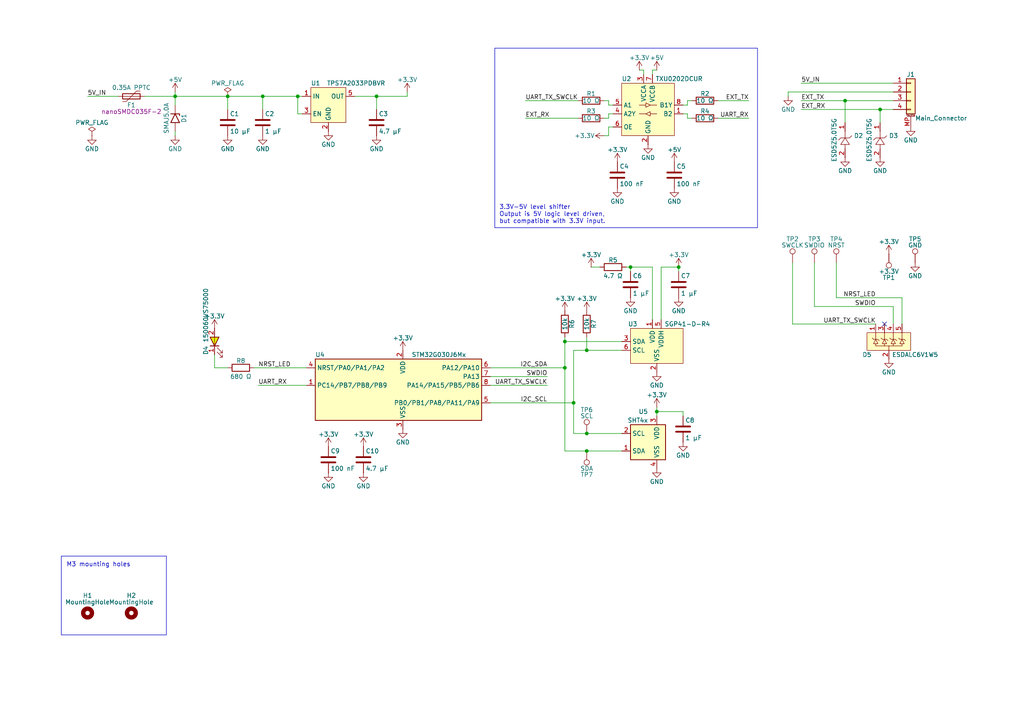
<source format=kicad_sch>
(kicad_sch
	(version 20231120)
	(generator "eeschema")
	(generator_version "8.0")
	(uuid "5479fe94-a71a-4c19-9804-d0de4c1d3a5f")
	(paper "A4")
	(title_block
		(title "VOC, Humidity and Temp. Sensor Board")
		(date "2024-03-29")
		(rev "A")
		(comment 1 "Designed by Adam Virovecz")
	)
	(lib_symbols
		(symbol "Connector:TestPoint"
			(pin_numbers hide)
			(pin_names
				(offset 0.762) hide)
			(exclude_from_sim no)
			(in_bom yes)
			(on_board yes)
			(property "Reference" "TP"
				(at 0 6.858 0)
				(effects
					(font
						(size 1.27 1.27)
					)
				)
			)
			(property "Value" "TestPoint"
				(at 0 5.08 0)
				(effects
					(font
						(size 1.27 1.27)
					)
				)
			)
			(property "Footprint" ""
				(at 5.08 0 0)
				(effects
					(font
						(size 1.27 1.27)
					)
					(hide yes)
				)
			)
			(property "Datasheet" "~"
				(at 5.08 0 0)
				(effects
					(font
						(size 1.27 1.27)
					)
					(hide yes)
				)
			)
			(property "Description" "test point"
				(at 0 0 0)
				(effects
					(font
						(size 1.27 1.27)
					)
					(hide yes)
				)
			)
			(property "ki_keywords" "test point tp"
				(at 0 0 0)
				(effects
					(font
						(size 1.27 1.27)
					)
					(hide yes)
				)
			)
			(property "ki_fp_filters" "Pin* Test*"
				(at 0 0 0)
				(effects
					(font
						(size 1.27 1.27)
					)
					(hide yes)
				)
			)
			(symbol "TestPoint_0_1"
				(circle
					(center 0 3.302)
					(radius 0.762)
					(stroke
						(width 0)
						(type default)
					)
					(fill
						(type none)
					)
				)
			)
			(symbol "TestPoint_1_1"
				(pin passive line
					(at 0 0 90)
					(length 2.54)
					(name "1"
						(effects
							(font
								(size 1.27 1.27)
							)
						)
					)
					(number "1"
						(effects
							(font
								(size 1.27 1.27)
							)
						)
					)
				)
			)
		)
		(symbol "Connector_Generic_MountingPin:Conn_01x04_MountingPin"
			(pin_names
				(offset 1.016) hide)
			(exclude_from_sim no)
			(in_bom yes)
			(on_board yes)
			(property "Reference" "J"
				(at 0 5.08 0)
				(effects
					(font
						(size 1.27 1.27)
					)
				)
			)
			(property "Value" "Conn_01x04_MountingPin"
				(at 1.27 -7.62 0)
				(effects
					(font
						(size 1.27 1.27)
					)
					(justify left)
				)
			)
			(property "Footprint" ""
				(at 0 0 0)
				(effects
					(font
						(size 1.27 1.27)
					)
					(hide yes)
				)
			)
			(property "Datasheet" "~"
				(at 0 0 0)
				(effects
					(font
						(size 1.27 1.27)
					)
					(hide yes)
				)
			)
			(property "Description" "Generic connectable mounting pin connector, single row, 01x04, script generated (kicad-library-utils/schlib/autogen/connector/)"
				(at 0 0 0)
				(effects
					(font
						(size 1.27 1.27)
					)
					(hide yes)
				)
			)
			(property "ki_keywords" "connector"
				(at 0 0 0)
				(effects
					(font
						(size 1.27 1.27)
					)
					(hide yes)
				)
			)
			(property "ki_fp_filters" "Connector*:*_1x??-1MP*"
				(at 0 0 0)
				(effects
					(font
						(size 1.27 1.27)
					)
					(hide yes)
				)
			)
			(symbol "Conn_01x04_MountingPin_1_1"
				(rectangle
					(start -1.27 -4.953)
					(end 0 -5.207)
					(stroke
						(width 0.1524)
						(type default)
					)
					(fill
						(type none)
					)
				)
				(rectangle
					(start -1.27 -2.413)
					(end 0 -2.667)
					(stroke
						(width 0.1524)
						(type default)
					)
					(fill
						(type none)
					)
				)
				(rectangle
					(start -1.27 0.127)
					(end 0 -0.127)
					(stroke
						(width 0.1524)
						(type default)
					)
					(fill
						(type none)
					)
				)
				(rectangle
					(start -1.27 2.667)
					(end 0 2.413)
					(stroke
						(width 0.1524)
						(type default)
					)
					(fill
						(type none)
					)
				)
				(rectangle
					(start -1.27 3.81)
					(end 1.27 -6.35)
					(stroke
						(width 0.254)
						(type default)
					)
					(fill
						(type background)
					)
				)
				(polyline
					(pts
						(xy -1.016 -7.112) (xy 1.016 -7.112)
					)
					(stroke
						(width 0.1524)
						(type default)
					)
					(fill
						(type none)
					)
				)
				(text "Mounting"
					(at 0 -6.731 0)
					(effects
						(font
							(size 0.381 0.381)
						)
					)
				)
				(pin passive line
					(at -5.08 2.54 0)
					(length 3.81)
					(name "Pin_1"
						(effects
							(font
								(size 1.27 1.27)
							)
						)
					)
					(number "1"
						(effects
							(font
								(size 1.27 1.27)
							)
						)
					)
				)
				(pin passive line
					(at -5.08 0 0)
					(length 3.81)
					(name "Pin_2"
						(effects
							(font
								(size 1.27 1.27)
							)
						)
					)
					(number "2"
						(effects
							(font
								(size 1.27 1.27)
							)
						)
					)
				)
				(pin passive line
					(at -5.08 -2.54 0)
					(length 3.81)
					(name "Pin_3"
						(effects
							(font
								(size 1.27 1.27)
							)
						)
					)
					(number "3"
						(effects
							(font
								(size 1.27 1.27)
							)
						)
					)
				)
				(pin passive line
					(at -5.08 -5.08 0)
					(length 3.81)
					(name "Pin_4"
						(effects
							(font
								(size 1.27 1.27)
							)
						)
					)
					(number "4"
						(effects
							(font
								(size 1.27 1.27)
							)
						)
					)
				)
				(pin passive line
					(at 0 -10.16 90)
					(length 3.048)
					(name "MountPin"
						(effects
							(font
								(size 1.27 1.27)
							)
						)
					)
					(number "MP"
						(effects
							(font
								(size 1.27 1.27)
							)
						)
					)
				)
			)
		)
		(symbol "Device:C"
			(pin_numbers hide)
			(pin_names
				(offset 0.254)
			)
			(exclude_from_sim no)
			(in_bom yes)
			(on_board yes)
			(property "Reference" "C"
				(at 0.635 2.54 0)
				(effects
					(font
						(size 1.27 1.27)
					)
					(justify left)
				)
			)
			(property "Value" "C"
				(at 0.635 -2.54 0)
				(effects
					(font
						(size 1.27 1.27)
					)
					(justify left)
				)
			)
			(property "Footprint" ""
				(at 0.9652 -3.81 0)
				(effects
					(font
						(size 1.27 1.27)
					)
					(hide yes)
				)
			)
			(property "Datasheet" "~"
				(at 0 0 0)
				(effects
					(font
						(size 1.27 1.27)
					)
					(hide yes)
				)
			)
			(property "Description" "Unpolarized capacitor"
				(at 0 0 0)
				(effects
					(font
						(size 1.27 1.27)
					)
					(hide yes)
				)
			)
			(property "ki_keywords" "cap capacitor"
				(at 0 0 0)
				(effects
					(font
						(size 1.27 1.27)
					)
					(hide yes)
				)
			)
			(property "ki_fp_filters" "C_*"
				(at 0 0 0)
				(effects
					(font
						(size 1.27 1.27)
					)
					(hide yes)
				)
			)
			(symbol "C_0_1"
				(polyline
					(pts
						(xy -2.032 -0.762) (xy 2.032 -0.762)
					)
					(stroke
						(width 0.508)
						(type default)
					)
					(fill
						(type none)
					)
				)
				(polyline
					(pts
						(xy -2.032 0.762) (xy 2.032 0.762)
					)
					(stroke
						(width 0.508)
						(type default)
					)
					(fill
						(type none)
					)
				)
			)
			(symbol "C_1_1"
				(pin passive line
					(at 0 3.81 270)
					(length 2.794)
					(name "~"
						(effects
							(font
								(size 1.27 1.27)
							)
						)
					)
					(number "1"
						(effects
							(font
								(size 1.27 1.27)
							)
						)
					)
				)
				(pin passive line
					(at 0 -3.81 90)
					(length 2.794)
					(name "~"
						(effects
							(font
								(size 1.27 1.27)
							)
						)
					)
					(number "2"
						(effects
							(font
								(size 1.27 1.27)
							)
						)
					)
				)
			)
		)
		(symbol "Device:Polyfuse"
			(pin_numbers hide)
			(pin_names
				(offset 0)
			)
			(exclude_from_sim no)
			(in_bom yes)
			(on_board yes)
			(property "Reference" "F"
				(at -2.54 0 90)
				(effects
					(font
						(size 1.27 1.27)
					)
				)
			)
			(property "Value" "Polyfuse"
				(at 2.54 0 90)
				(effects
					(font
						(size 1.27 1.27)
					)
				)
			)
			(property "Footprint" ""
				(at 1.27 -5.08 0)
				(effects
					(font
						(size 1.27 1.27)
					)
					(justify left)
					(hide yes)
				)
			)
			(property "Datasheet" "~"
				(at 0 0 0)
				(effects
					(font
						(size 1.27 1.27)
					)
					(hide yes)
				)
			)
			(property "Description" "Resettable fuse, polymeric positive temperature coefficient"
				(at 0 0 0)
				(effects
					(font
						(size 1.27 1.27)
					)
					(hide yes)
				)
			)
			(property "ki_keywords" "resettable fuse PTC PPTC polyfuse polyswitch"
				(at 0 0 0)
				(effects
					(font
						(size 1.27 1.27)
					)
					(hide yes)
				)
			)
			(property "ki_fp_filters" "*polyfuse* *PTC*"
				(at 0 0 0)
				(effects
					(font
						(size 1.27 1.27)
					)
					(hide yes)
				)
			)
			(symbol "Polyfuse_0_1"
				(rectangle
					(start -0.762 2.54)
					(end 0.762 -2.54)
					(stroke
						(width 0.254)
						(type default)
					)
					(fill
						(type none)
					)
				)
				(polyline
					(pts
						(xy 0 2.54) (xy 0 -2.54)
					)
					(stroke
						(width 0)
						(type default)
					)
					(fill
						(type none)
					)
				)
				(polyline
					(pts
						(xy -1.524 2.54) (xy -1.524 1.524) (xy 1.524 -1.524) (xy 1.524 -2.54)
					)
					(stroke
						(width 0)
						(type default)
					)
					(fill
						(type none)
					)
				)
			)
			(symbol "Polyfuse_1_1"
				(pin passive line
					(at 0 3.81 270)
					(length 1.27)
					(name "~"
						(effects
							(font
								(size 1.27 1.27)
							)
						)
					)
					(number "1"
						(effects
							(font
								(size 1.27 1.27)
							)
						)
					)
				)
				(pin passive line
					(at 0 -3.81 90)
					(length 1.27)
					(name "~"
						(effects
							(font
								(size 1.27 1.27)
							)
						)
					)
					(number "2"
						(effects
							(font
								(size 1.27 1.27)
							)
						)
					)
				)
			)
		)
		(symbol "Device:R"
			(pin_numbers hide)
			(pin_names
				(offset 0)
			)
			(exclude_from_sim no)
			(in_bom yes)
			(on_board yes)
			(property "Reference" "R"
				(at 2.032 0 90)
				(effects
					(font
						(size 1.27 1.27)
					)
				)
			)
			(property "Value" "R"
				(at 0 0 90)
				(effects
					(font
						(size 1.27 1.27)
					)
				)
			)
			(property "Footprint" ""
				(at -1.778 0 90)
				(effects
					(font
						(size 1.27 1.27)
					)
					(hide yes)
				)
			)
			(property "Datasheet" "~"
				(at 0 0 0)
				(effects
					(font
						(size 1.27 1.27)
					)
					(hide yes)
				)
			)
			(property "Description" "Resistor"
				(at 0 0 0)
				(effects
					(font
						(size 1.27 1.27)
					)
					(hide yes)
				)
			)
			(property "ki_keywords" "R res resistor"
				(at 0 0 0)
				(effects
					(font
						(size 1.27 1.27)
					)
					(hide yes)
				)
			)
			(property "ki_fp_filters" "R_*"
				(at 0 0 0)
				(effects
					(font
						(size 1.27 1.27)
					)
					(hide yes)
				)
			)
			(symbol "R_0_1"
				(rectangle
					(start -1.016 -2.54)
					(end 1.016 2.54)
					(stroke
						(width 0.254)
						(type default)
					)
					(fill
						(type none)
					)
				)
			)
			(symbol "R_1_1"
				(pin passive line
					(at 0 3.81 270)
					(length 1.27)
					(name "~"
						(effects
							(font
								(size 1.27 1.27)
							)
						)
					)
					(number "1"
						(effects
							(font
								(size 1.27 1.27)
							)
						)
					)
				)
				(pin passive line
					(at 0 -3.81 90)
					(length 1.27)
					(name "~"
						(effects
							(font
								(size 1.27 1.27)
							)
						)
					)
					(number "2"
						(effects
							(font
								(size 1.27 1.27)
							)
						)
					)
				)
			)
		)
		(symbol "Diode:SMAJ5.0A"
			(pin_numbers hide)
			(pin_names
				(offset 1.016) hide)
			(exclude_from_sim no)
			(in_bom yes)
			(on_board yes)
			(property "Reference" "D"
				(at 0 2.54 0)
				(effects
					(font
						(size 1.27 1.27)
					)
				)
			)
			(property "Value" "SMAJ5.0A"
				(at 0 -2.54 0)
				(effects
					(font
						(size 1.27 1.27)
					)
				)
			)
			(property "Footprint" "Diode_SMD:D_SMA"
				(at 0 -5.08 0)
				(effects
					(font
						(size 1.27 1.27)
					)
					(hide yes)
				)
			)
			(property "Datasheet" "https://www.littelfuse.com/media?resourcetype=datasheets&itemid=75e32973-b177-4ee3-a0ff-cedaf1abdb93&filename=smaj-datasheet"
				(at -1.27 0 0)
				(effects
					(font
						(size 1.27 1.27)
					)
					(hide yes)
				)
			)
			(property "Description" "400W unidirectional Transient Voltage Suppressor, 5.0Vr, SMA(DO-214AC)"
				(at 0 0 0)
				(effects
					(font
						(size 1.27 1.27)
					)
					(hide yes)
				)
			)
			(property "ki_keywords" "unidirectional diode TVS voltage suppressor"
				(at 0 0 0)
				(effects
					(font
						(size 1.27 1.27)
					)
					(hide yes)
				)
			)
			(property "ki_fp_filters" "D*SMA*"
				(at 0 0 0)
				(effects
					(font
						(size 1.27 1.27)
					)
					(hide yes)
				)
			)
			(symbol "SMAJ5.0A_0_1"
				(polyline
					(pts
						(xy -0.762 1.27) (xy -1.27 1.27) (xy -1.27 -1.27)
					)
					(stroke
						(width 0.254)
						(type default)
					)
					(fill
						(type none)
					)
				)
				(polyline
					(pts
						(xy 1.27 1.27) (xy 1.27 -1.27) (xy -1.27 0) (xy 1.27 1.27)
					)
					(stroke
						(width 0.254)
						(type default)
					)
					(fill
						(type none)
					)
				)
			)
			(symbol "SMAJ5.0A_1_1"
				(pin passive line
					(at -3.81 0 0)
					(length 2.54)
					(name "A1"
						(effects
							(font
								(size 1.27 1.27)
							)
						)
					)
					(number "1"
						(effects
							(font
								(size 1.27 1.27)
							)
						)
					)
				)
				(pin passive line
					(at 3.81 0 180)
					(length 2.54)
					(name "A2"
						(effects
							(font
								(size 1.27 1.27)
							)
						)
					)
					(number "2"
						(effects
							(font
								(size 1.27 1.27)
							)
						)
					)
				)
			)
		)
		(symbol "Diode_ST:ESDALC6V1W5"
			(exclude_from_sim no)
			(in_bom yes)
			(on_board yes)
			(property "Reference" "D"
				(at -6.35 -3.81 0)
				(effects
					(font
						(size 1.27 1.27)
					)
				)
			)
			(property "Value" "ESDALC6V1W5"
				(at 7.62 -3.81 0)
				(effects
					(font
						(size 1.27 1.27)
					)
				)
			)
			(property "Footprint" "Package_TO_SOT_SMD:SOT-353_SC-70-5"
				(at 0 -16.51 0)
				(effects
					(font
						(size 1.27 1.27)
					)
					(hide yes)
				)
			)
			(property "Datasheet" "https://www.st.com/resource/en/datasheet/esdalc6v1w.pdf"
				(at 0 -13.97 0)
				(effects
					(font
						(size 1.27 1.27)
					)
					(hide yes)
				)
			)
			(property "Description" "Quad TRANSIL™ array for data protection, 6V1 breakdown, SOT323-5L"
				(at 0 0 0)
				(effects
					(font
						(size 1.27 1.27)
					)
					(hide yes)
				)
			)
			(property "ki_keywords" "ESD protection suppression transient"
				(at 0 0 0)
				(effects
					(font
						(size 1.27 1.27)
					)
					(hide yes)
				)
			)
			(symbol "ESDALC6V1W5_0_1"
				(polyline
					(pts
						(xy -3.81 -0.635) (xy -3.81 -1.27)
					)
					(stroke
						(width 0)
						(type default)
					)
					(fill
						(type none)
					)
				)
				(polyline
					(pts
						(xy -1.27 -0.635) (xy -1.27 -1.27)
					)
					(stroke
						(width 0)
						(type default)
					)
					(fill
						(type none)
					)
				)
				(polyline
					(pts
						(xy 1.27 -0.635) (xy 1.27 -1.27)
					)
					(stroke
						(width 0)
						(type default)
					)
					(fill
						(type none)
					)
				)
				(polyline
					(pts
						(xy 3.81 -1.27) (xy -3.81 -1.27)
					)
					(stroke
						(width 0)
						(type default)
					)
					(fill
						(type none)
					)
				)
				(polyline
					(pts
						(xy 3.81 -0.635) (xy 3.81 -1.27)
					)
					(stroke
						(width 0)
						(type default)
					)
					(fill
						(type none)
					)
				)
				(polyline
					(pts
						(xy -3.81 0.635) (xy -4.445 -0.635) (xy -3.175 -0.635) (xy -3.81 0.635)
					)
					(stroke
						(width 0)
						(type default)
					)
					(fill
						(type none)
					)
				)
				(polyline
					(pts
						(xy -1.27 0.635) (xy -1.905 -0.635) (xy -0.635 -0.635) (xy -1.27 0.635)
					)
					(stroke
						(width 0)
						(type default)
					)
					(fill
						(type none)
					)
				)
				(polyline
					(pts
						(xy 1.27 0.635) (xy 0.635 -0.635) (xy 1.905 -0.635) (xy 1.27 0.635)
					)
					(stroke
						(width 0)
						(type default)
					)
					(fill
						(type none)
					)
				)
				(polyline
					(pts
						(xy 3.81 0.635) (xy 3.175 -0.635) (xy 4.445 -0.635) (xy 3.81 0.635)
					)
					(stroke
						(width 0)
						(type default)
					)
					(fill
						(type none)
					)
				)
				(polyline
					(pts
						(xy -4.826 1.016) (xy -4.445 0.635) (xy -3.81 0.635) (xy -3.175 0.635) (xy -2.794 0.254)
					)
					(stroke
						(width 0)
						(type default)
					)
					(fill
						(type none)
					)
				)
				(polyline
					(pts
						(xy -2.286 1.016) (xy -1.905 0.635) (xy -1.27 0.635) (xy -0.635 0.635) (xy -0.254 0.254)
					)
					(stroke
						(width 0)
						(type default)
					)
					(fill
						(type none)
					)
				)
				(polyline
					(pts
						(xy 0.254 1.016) (xy 0.635 0.635) (xy 1.27 0.635) (xy 1.905 0.635) (xy 2.286 0.254)
					)
					(stroke
						(width 0)
						(type default)
					)
					(fill
						(type none)
					)
				)
				(polyline
					(pts
						(xy 2.794 1.016) (xy 3.175 0.635) (xy 3.81 0.635) (xy 4.445 0.635) (xy 4.826 0.254)
					)
					(stroke
						(width 0)
						(type default)
					)
					(fill
						(type none)
					)
				)
			)
			(symbol "ESDALC6V1W5_1_1"
				(rectangle
					(start -6.35 2.54)
					(end 6.35 -2.54)
					(stroke
						(width 0)
						(type default)
					)
					(fill
						(type background)
					)
				)
				(polyline
					(pts
						(xy -3.81 0.635) (xy -3.81 2.54)
					)
					(stroke
						(width 0)
						(type default)
					)
					(fill
						(type none)
					)
				)
				(polyline
					(pts
						(xy -1.27 0.635) (xy -1.27 2.54)
					)
					(stroke
						(width 0)
						(type default)
					)
					(fill
						(type none)
					)
				)
				(polyline
					(pts
						(xy 0 -2.54) (xy 0 -1.27)
					)
					(stroke
						(width 0)
						(type default)
					)
					(fill
						(type none)
					)
				)
				(polyline
					(pts
						(xy 1.27 0.635) (xy 1.27 2.54)
					)
					(stroke
						(width 0)
						(type default)
					)
					(fill
						(type none)
					)
				)
				(polyline
					(pts
						(xy 3.81 0.635) (xy 3.81 2.54)
					)
					(stroke
						(width 0)
						(type default)
					)
					(fill
						(type none)
					)
				)
				(pin passive line
					(at -3.81 5.08 270)
					(length 2.54)
					(name "~"
						(effects
							(font
								(size 1.27 1.27)
							)
						)
					)
					(number "1"
						(effects
							(font
								(size 1.27 1.27)
							)
						)
					)
				)
				(pin passive line
					(at 0 -5.08 90)
					(length 2.54)
					(name "~"
						(effects
							(font
								(size 1.27 1.27)
							)
						)
					)
					(number "2"
						(effects
							(font
								(size 1.27 1.27)
							)
						)
					)
				)
				(pin passive line
					(at -1.27 5.08 270)
					(length 2.54)
					(name "~"
						(effects
							(font
								(size 1.27 1.27)
							)
						)
					)
					(number "3"
						(effects
							(font
								(size 1.27 1.27)
							)
						)
					)
				)
				(pin passive line
					(at 1.27 5.08 270)
					(length 2.54)
					(name "~"
						(effects
							(font
								(size 1.27 1.27)
							)
						)
					)
					(number "4"
						(effects
							(font
								(size 1.27 1.27)
							)
						)
					)
				)
				(pin passive line
					(at 3.81 5.08 270)
					(length 2.54)
					(name "~"
						(effects
							(font
								(size 1.27 1.27)
							)
						)
					)
					(number "5"
						(effects
							(font
								(size 1.27 1.27)
							)
						)
					)
				)
			)
		)
		(symbol "LED_Wurth:150060VS75000"
			(pin_names hide)
			(exclude_from_sim no)
			(in_bom yes)
			(on_board yes)
			(property "Reference" "D"
				(at -2.54 2.54 0)
				(effects
					(font
						(size 1.27 1.27)
					)
				)
			)
			(property "Value" "150060VS75000 "
				(at 7.62 2.54 0)
				(effects
					(font
						(size 1.27 1.27)
					)
				)
			)
			(property "Footprint" "LED_SMD:LED_0603_1608Metric"
				(at 0 -3.81 0)
				(effects
					(font
						(size 1.27 1.27)
					)
					(hide yes)
				)
			)
			(property "Datasheet" "https://www.we-online.com/components/products/datasheet/150060VS75000.pdf"
				(at 0 -6.35 0)
				(effects
					(font
						(size 1.27 1.27)
					)
					(hide yes)
				)
			)
			(property "Description" "SMD Green LED 20mA 40mcd"
				(at 0 0 0)
				(effects
					(font
						(size 1.27 1.27)
					)
					(hide yes)
				)
			)
			(property "ki_keywords" "led smd"
				(at 0 0 0)
				(effects
					(font
						(size 1.27 1.27)
					)
					(hide yes)
				)
			)
			(symbol "150060VS75000_0_1"
				(polyline
					(pts
						(xy -1.27 -1.27) (xy -1.27 1.27)
					)
					(stroke
						(width 0.254)
						(type default)
					)
					(fill
						(type none)
					)
				)
				(polyline
					(pts
						(xy -1.27 0) (xy 1.27 0)
					)
					(stroke
						(width 0)
						(type default)
					)
					(fill
						(type none)
					)
				)
				(polyline
					(pts
						(xy -3.048 -0.762) (xy -4.572 -2.286) (xy -3.81 -2.286) (xy -4.572 -2.286) (xy -4.572 -1.524)
					)
					(stroke
						(width 0)
						(type default)
					)
					(fill
						(type none)
					)
				)
				(polyline
					(pts
						(xy -1.778 -0.762) (xy -3.302 -2.286) (xy -2.54 -2.286) (xy -3.302 -2.286) (xy -3.302 -1.524)
					)
					(stroke
						(width 0)
						(type default)
					)
					(fill
						(type none)
					)
				)
			)
			(symbol "150060VS75000_1_1"
				(polyline
					(pts
						(xy 1.27 -1.27) (xy 1.27 1.27) (xy -1.27 0) (xy 1.27 -1.27)
					)
					(stroke
						(width 0.254)
						(type default)
					)
					(fill
						(type color)
						(color 225 255 0 1)
					)
				)
				(pin passive line
					(at -3.81 0 0)
					(length 2.54)
					(name "K"
						(effects
							(font
								(size 1.27 1.27)
							)
						)
					)
					(number "1"
						(effects
							(font
								(size 1.27 1.27)
							)
						)
					)
				)
				(pin passive line
					(at 3.81 0 180)
					(length 2.54)
					(name "A"
						(effects
							(font
								(size 1.27 1.27)
							)
						)
					)
					(number "2"
						(effects
							(font
								(size 1.27 1.27)
							)
						)
					)
				)
			)
		)
		(symbol "Logic_LevelTranslator_Custom:TXU0202DCUR"
			(exclude_from_sim no)
			(in_bom yes)
			(on_board yes)
			(property "Reference" "U"
				(at -7.62 8.89 0)
				(effects
					(font
						(size 1.27 1.27)
					)
					(justify left)
				)
			)
			(property "Value" "TXU0202DCUR"
				(at 15.875 8.89 0)
				(effects
					(font
						(size 1.27 1.27)
					)
					(justify right)
				)
			)
			(property "Footprint" "Package_SO:VSSOP-8_2.3x2mm_P0.5mm"
				(at 0 -26.67 0)
				(effects
					(font
						(size 1.27 1.27)
					)
					(hide yes)
				)
			)
			(property "Datasheet" "https://www.ti.com/lit/ds/symlink/txu0202.pdf"
				(at 0 -24.13 0)
				(effects
					(font
						(size 1.27 1.27)
					)
					(hide yes)
				)
			)
			(property "Description" "TXU0202 Dual-Bit Fixed Direction Voltage-Level Translator with Schmitt-Trigger Inputs and 3-State Outputs"
				(at 0 -21.59 0)
				(effects
					(font
						(size 1.27 1.27)
					)
					(hide yes)
				)
			)
			(property "ki_keywords" "voltage translator"
				(at 0 0 0)
				(effects
					(font
						(size 1.27 1.27)
					)
					(hide yes)
				)
			)
			(symbol "TXU0202DCUR_0_1"
				(polyline
					(pts
						(xy -0.635 -1.27) (xy -2.54 -1.27)
					)
					(stroke
						(width 0)
						(type default)
					)
					(fill
						(type none)
					)
				)
				(polyline
					(pts
						(xy 0.635 1.27) (xy 2.54 1.27)
					)
					(stroke
						(width 0)
						(type default)
					)
					(fill
						(type none)
					)
				)
				(polyline
					(pts
						(xy -2.54 1.27) (xy -0.635 1.27) (xy -0.635 1.905) (xy 0.635 1.27) (xy -0.635 0.635) (xy -0.635 1.27)
					)
					(stroke
						(width 0)
						(type default)
					)
					(fill
						(type none)
					)
				)
				(polyline
					(pts
						(xy 2.54 -1.27) (xy 0.635 -1.27) (xy 0.635 -0.635) (xy -0.635 -1.27) (xy 0.635 -1.905) (xy 0.635 -1.27)
					)
					(stroke
						(width 0)
						(type default)
					)
					(fill
						(type none)
					)
				)
			)
			(symbol "TXU0202DCUR_1_1"
				(rectangle
					(start -7.62 7.62)
					(end 7.62 -7.62)
					(stroke
						(width 0)
						(type default)
					)
					(fill
						(type background)
					)
				)
				(pin input line
					(at 10.16 -1.27 180)
					(length 2.54)
					(name "B2"
						(effects
							(font
								(size 1.27 1.27)
							)
						)
					)
					(number "1"
						(effects
							(font
								(size 1.27 1.27)
							)
						)
					)
				)
				(pin power_in line
					(at 0 -10.16 90)
					(length 2.54)
					(name "GND"
						(effects
							(font
								(size 1.27 1.27)
							)
						)
					)
					(number "2"
						(effects
							(font
								(size 1.27 1.27)
							)
						)
					)
				)
				(pin power_in line
					(at -1.27 10.16 270)
					(length 2.54)
					(name "VCCA"
						(effects
							(font
								(size 1.27 1.27)
							)
						)
					)
					(number "3"
						(effects
							(font
								(size 1.27 1.27)
							)
						)
					)
				)
				(pin output line
					(at -10.16 -1.27 0)
					(length 2.54)
					(name "A2Y"
						(effects
							(font
								(size 1.27 1.27)
							)
						)
					)
					(number "4"
						(effects
							(font
								(size 1.27 1.27)
							)
						)
					)
				)
				(pin input line
					(at -10.16 1.27 0)
					(length 2.54)
					(name "A1"
						(effects
							(font
								(size 1.27 1.27)
							)
						)
					)
					(number "5"
						(effects
							(font
								(size 1.27 1.27)
							)
						)
					)
				)
				(pin input line
					(at -10.16 -5.08 0)
					(length 2.54)
					(name "OE"
						(effects
							(font
								(size 1.27 1.27)
							)
						)
					)
					(number "6"
						(effects
							(font
								(size 1.27 1.27)
							)
						)
					)
				)
				(pin power_in line
					(at 1.27 10.16 270)
					(length 2.54)
					(name "VCCB"
						(effects
							(font
								(size 1.27 1.27)
							)
						)
					)
					(number "7"
						(effects
							(font
								(size 1.27 1.27)
							)
						)
					)
				)
				(pin output line
					(at 10.16 1.27 180)
					(length 2.54)
					(name "B1Y"
						(effects
							(font
								(size 1.27 1.27)
							)
						)
					)
					(number "8"
						(effects
							(font
								(size 1.27 1.27)
							)
						)
					)
				)
			)
		)
		(symbol "MCU_ST_STM32G0:STM32G030J6Mx"
			(exclude_from_sim no)
			(in_bom yes)
			(on_board yes)
			(property "Reference" "U"
				(at -22.86 11.43 0)
				(effects
					(font
						(size 1.27 1.27)
					)
					(justify left)
				)
			)
			(property "Value" "STM32G030J6Mx"
				(at 5.08 11.43 0)
				(effects
					(font
						(size 1.27 1.27)
					)
					(justify left)
				)
			)
			(property "Footprint" "Package_SO:SOIC-8_3.9x4.9mm_P1.27mm"
				(at -22.86 -7.62 0)
				(effects
					(font
						(size 1.27 1.27)
					)
					(justify right)
					(hide yes)
				)
			)
			(property "Datasheet" "https://www.st.com/resource/en/datasheet/stm32g030j6.pdf"
				(at 0 0 0)
				(effects
					(font
						(size 1.27 1.27)
					)
					(hide yes)
				)
			)
			(property "Description" "STMicroelectronics Arm Cortex-M0+ MCU, 32KB flash, 8KB RAM, 64 MHz, 2.0-3.6V, 6 GPIO, SO8N"
				(at 0 0 0)
				(effects
					(font
						(size 1.27 1.27)
					)
					(hide yes)
				)
			)
			(property "ki_locked" ""
				(at 0 0 0)
				(effects
					(font
						(size 1.27 1.27)
					)
				)
			)
			(property "ki_keywords" "Arm Cortex-M0+ STM32G0 STM32G0x0 Value line"
				(at 0 0 0)
				(effects
					(font
						(size 1.27 1.27)
					)
					(hide yes)
				)
			)
			(property "ki_fp_filters" "SO*3.9x4.9mm*P1.27mm*"
				(at 0 0 0)
				(effects
					(font
						(size 1.27 1.27)
					)
					(hide yes)
				)
			)
			(symbol "STM32G030J6Mx_0_1"
				(rectangle
					(start -22.86 -7.62)
					(end 25.4 10.16)
					(stroke
						(width 0.254)
						(type default)
					)
					(fill
						(type background)
					)
				)
			)
			(symbol "STM32G030J6Mx_1_1"
				(pin bidirectional line
					(at -25.4 2.54 0)
					(length 2.54)
					(name "PC14/PB7/PB8/PB9"
						(effects
							(font
								(size 1.27 1.27)
							)
						)
					)
					(number "1"
						(effects
							(font
								(size 1.27 1.27)
							)
						)
					)
					(alternate "RCC_OSC32_IN" bidirectional line)
					(alternate "RCC_OSC_IN" bidirectional line)
					(alternate "TIM1_BK2" bidirectional line)
				)
				(pin power_in line
					(at 2.54 12.7 270)
					(length 2.54)
					(name "VDD"
						(effects
							(font
								(size 1.27 1.27)
							)
						)
					)
					(number "2"
						(effects
							(font
								(size 1.27 1.27)
							)
						)
					)
				)
				(pin power_in line
					(at 2.54 -10.16 90)
					(length 2.54)
					(name "VSS"
						(effects
							(font
								(size 1.27 1.27)
							)
						)
					)
					(number "3"
						(effects
							(font
								(size 1.27 1.27)
							)
						)
					)
				)
				(pin input line
					(at -25.4 7.62 0)
					(length 2.54)
					(name "NRST/PA0/PA1/PA2"
						(effects
							(font
								(size 1.27 1.27)
							)
						)
					)
					(number "4"
						(effects
							(font
								(size 1.27 1.27)
							)
						)
					)
				)
				(pin bidirectional line
					(at 27.94 -2.54 180)
					(length 2.54)
					(name "PB0/PB1/PA8/PA11/PA9"
						(effects
							(font
								(size 1.27 1.27)
							)
						)
					)
					(number "5"
						(effects
							(font
								(size 1.27 1.27)
							)
						)
					)
					(alternate "ADC1_IN8" bidirectional line)
					(alternate "I2S1_WS" bidirectional line)
					(alternate "SPI1_NSS" bidirectional line)
					(alternate "TIM1_CH2N" bidirectional line)
					(alternate "TIM3_CH3" bidirectional line)
				)
				(pin bidirectional line
					(at 27.94 7.62 180)
					(length 2.54)
					(name "PA12/PA10"
						(effects
							(font
								(size 1.27 1.27)
							)
						)
					)
					(number "6"
						(effects
							(font
								(size 1.27 1.27)
							)
						)
					)
					(alternate "ADC1_IN16" bidirectional line)
					(alternate "I2C2_SDA" bidirectional line)
					(alternate "I2S1_SD" bidirectional line)
					(alternate "I2S_CKIN" bidirectional line)
					(alternate "SPI1_MOSI" bidirectional line)
					(alternate "TIM1_ETR" bidirectional line)
					(alternate "USART1_CK" bidirectional line)
					(alternate "USART1_DE" bidirectional line)
					(alternate "USART1_RTS" bidirectional line)
				)
				(pin bidirectional line
					(at 27.94 5.08 180)
					(length 2.54)
					(name "PA13"
						(effects
							(font
								(size 1.27 1.27)
							)
						)
					)
					(number "7"
						(effects
							(font
								(size 1.27 1.27)
							)
						)
					)
					(alternate "ADC1_IN17" bidirectional line)
					(alternate "IR_OUT" bidirectional line)
					(alternate "SYS_SWDIO" bidirectional line)
				)
				(pin bidirectional line
					(at 27.94 2.54 180)
					(length 2.54)
					(name "PA14/PA15/PB5/PB6"
						(effects
							(font
								(size 1.27 1.27)
							)
						)
					)
					(number "8"
						(effects
							(font
								(size 1.27 1.27)
							)
						)
					)
					(alternate "ADC1_IN18" bidirectional line)
					(alternate "SYS_SWCLK" bidirectional line)
					(alternate "USART2_TX" bidirectional line)
				)
			)
		)
		(symbol "Mechanical:MountingHole"
			(pin_names
				(offset 1.016)
			)
			(exclude_from_sim yes)
			(in_bom no)
			(on_board yes)
			(property "Reference" "H"
				(at 0 5.08 0)
				(effects
					(font
						(size 1.27 1.27)
					)
				)
			)
			(property "Value" "MountingHole"
				(at 0 3.175 0)
				(effects
					(font
						(size 1.27 1.27)
					)
				)
			)
			(property "Footprint" ""
				(at 0 0 0)
				(effects
					(font
						(size 1.27 1.27)
					)
					(hide yes)
				)
			)
			(property "Datasheet" "~"
				(at 0 0 0)
				(effects
					(font
						(size 1.27 1.27)
					)
					(hide yes)
				)
			)
			(property "Description" "Mounting Hole without connection"
				(at 0 0 0)
				(effects
					(font
						(size 1.27 1.27)
					)
					(hide yes)
				)
			)
			(property "ki_keywords" "mounting hole"
				(at 0 0 0)
				(effects
					(font
						(size 1.27 1.27)
					)
					(hide yes)
				)
			)
			(property "ki_fp_filters" "MountingHole*"
				(at 0 0 0)
				(effects
					(font
						(size 1.27 1.27)
					)
					(hide yes)
				)
			)
			(symbol "MountingHole_0_1"
				(circle
					(center 0 0)
					(radius 1.27)
					(stroke
						(width 1.27)
						(type default)
					)
					(fill
						(type none)
					)
				)
			)
		)
		(symbol "Power_Protection_Custom:ESD5Z5.0T5G"
			(exclude_from_sim no)
			(in_bom yes)
			(on_board yes)
			(property "Reference" "D"
				(at 2.54 1.27 0)
				(effects
					(font
						(size 1.27 1.27)
					)
					(justify left)
				)
			)
			(property "Value" "ESD5Z5.0T5G"
				(at 2.54 -0.635 0)
				(effects
					(font
						(size 1.27 1.27)
					)
					(justify left)
				)
			)
			(property "Footprint" "Diode_SMD:D_SOD-523"
				(at 0 -16.51 0)
				(effects
					(font
						(size 1.27 1.27)
					)
					(hide yes)
				)
			)
			(property "Datasheet" "https://hu.mouser.com/datasheet/2/308/1/ESD5Z2_5T1_D-2311718.pdf"
				(at 0 -13.97 0)
				(effects
					(font
						(size 1.27 1.27)
					)
					(hide yes)
				)
			)
			(property "Description" "ESD Protection Diode 5V working voltage"
				(at 0 0 0)
				(effects
					(font
						(size 1.27 1.27)
					)
					(hide yes)
				)
			)
			(property "ki_keywords" "ESD Protection Diode 5V working voltage"
				(at 0 0 0)
				(effects
					(font
						(size 1.27 1.27)
					)
					(hide yes)
				)
			)
			(symbol "ESD5Z5.0T5G_0_1"
				(polyline
					(pts
						(xy 0 -2.54) (xy 0 -1.27)
					)
					(stroke
						(width 0)
						(type default)
					)
					(fill
						(type none)
					)
				)
				(polyline
					(pts
						(xy 0 2.54) (xy 0 0.635)
					)
					(stroke
						(width 0)
						(type default)
					)
					(fill
						(type none)
					)
				)
				(polyline
					(pts
						(xy 1.905 1.27) (xy 1.27 0.635) (xy -1.27 0.635) (xy -1.905 0)
					)
					(stroke
						(width 0)
						(type default)
					)
					(fill
						(type none)
					)
				)
			)
			(symbol "ESD5Z5.0T5G_1_1"
				(polyline
					(pts
						(xy -1.27 -1.27) (xy 1.27 -1.27) (xy 0 0.635) (xy -1.27 -1.27)
					)
					(stroke
						(width 0)
						(type default)
					)
					(fill
						(type none)
					)
				)
				(pin passive line
					(at 0 5.08 270)
					(length 2.54)
					(name "~"
						(effects
							(font
								(size 1.27 1.27)
							)
						)
					)
					(number "1"
						(effects
							(font
								(size 1.27 1.27)
							)
						)
					)
				)
				(pin passive line
					(at 0 -5.08 90)
					(length 2.54)
					(name "~"
						(effects
							(font
								(size 1.27 1.27)
							)
						)
					)
					(number "2"
						(effects
							(font
								(size 1.27 1.27)
							)
						)
					)
				)
			)
		)
		(symbol "Regulator_Linear_Custom:TPS7A2033PDBVR"
			(exclude_from_sim no)
			(in_bom yes)
			(on_board yes)
			(property "Reference" "U"
				(at -5.08 6.35 0)
				(effects
					(font
						(size 1.27 1.27)
					)
					(justify left)
				)
			)
			(property "Value" "TPS7A2033PDBVR"
				(at 16.51 6.35 0)
				(effects
					(font
						(size 1.27 1.27)
					)
					(justify right)
				)
			)
			(property "Footprint" "Package_TO_SOT_SMD:SOT-23-5"
				(at 0 -19.05 0)
				(effects
					(font
						(size 1.27 1.27)
					)
					(hide yes)
				)
			)
			(property "Datasheet" "https://www.ti.com/lit/ds/symlink/tps7a20.pdf"
				(at 0 -21.59 0)
				(effects
					(font
						(size 1.27 1.27)
					)
					(hide yes)
				)
			)
			(property "Description" "TPS7A2033PDBVR 3.3V 300-mA, Ultra-Low-Noise, Low-IQ, High PSRR LDO"
				(at 0 0 0)
				(effects
					(font
						(size 1.27 1.27)
					)
					(hide yes)
				)
			)
			(symbol "TPS7A2033PDBVR_1_1"
				(rectangle
					(start -5.08 5.08)
					(end 5.08 -5.08)
					(stroke
						(width 0)
						(type default)
					)
					(fill
						(type background)
					)
				)
				(pin power_in line
					(at -7.62 2.54 0)
					(length 2.54)
					(name "IN"
						(effects
							(font
								(size 1.27 1.27)
							)
						)
					)
					(number "1"
						(effects
							(font
								(size 1.27 1.27)
							)
						)
					)
				)
				(pin power_in line
					(at 0 -7.62 90)
					(length 2.54)
					(name "GND"
						(effects
							(font
								(size 1.27 1.27)
							)
						)
					)
					(number "2"
						(effects
							(font
								(size 1.27 1.27)
							)
						)
					)
				)
				(pin input line
					(at -7.62 -2.54 0)
					(length 2.54)
					(name "EN"
						(effects
							(font
								(size 1.27 1.27)
							)
						)
					)
					(number "3"
						(effects
							(font
								(size 1.27 1.27)
							)
						)
					)
				)
				(pin no_connect line
					(at 5.08 0 180)
					(length 2.54) hide
					(name "NC"
						(effects
							(font
								(size 1.27 1.27)
							)
						)
					)
					(number "4"
						(effects
							(font
								(size 1.27 1.27)
							)
						)
					)
				)
				(pin power_out line
					(at 7.62 2.54 180)
					(length 2.54)
					(name "OUT"
						(effects
							(font
								(size 1.27 1.27)
							)
						)
					)
					(number "5"
						(effects
							(font
								(size 1.27 1.27)
							)
						)
					)
				)
			)
		)
		(symbol "Sensor_Gas_Custom:SGP41-D-R4"
			(exclude_from_sim no)
			(in_bom yes)
			(on_board yes)
			(property "Reference" "U"
				(at -6.985 6.35 0)
				(effects
					(font
						(size 1.27 1.27)
					)
				)
			)
			(property "Value" "SGP41-D-R4"
				(at 8.89 6.35 0)
				(effects
					(font
						(size 1.27 1.27)
					)
				)
			)
			(property "Footprint" "Package_DFN_QFN_Custom:DFN-6-1EP_2.44x2.44mm_P0.8mm_EP1.25x1.64mm"
				(at -17.78 3.81 0)
				(effects
					(font
						(size 1.27 1.27)
					)
					(hide yes)
				)
			)
			(property "Datasheet" "https://www.sensirion.com/media/documents/5FE8673C/61E96F50/Sensirion_Gas_Sensors_Datasheet_SGP41.pdf"
				(at 0 -18.415 0)
				(effects
					(font
						(size 1.27 1.27)
					)
					(hide yes)
				)
			)
			(property "Description" ""
				(at -17.78 3.81 0)
				(effects
					(font
						(size 1.27 1.27)
					)
					(hide yes)
				)
			)
			(property "ki_keywords" "Air Quality Sensor for VOC and NOx Measurements"
				(at 0 0 0)
				(effects
					(font
						(size 1.27 1.27)
					)
					(hide yes)
				)
			)
			(symbol "SGP41-D-R4_1_1"
				(rectangle
					(start -7.62 5.08)
					(end 7.62 -5.08)
					(stroke
						(width 0)
						(type default)
					)
					(fill
						(type background)
					)
				)
				(pin power_in line
					(at -1.27 7.62 270)
					(length 2.54)
					(name "VDD"
						(effects
							(font
								(size 1.27 1.27)
							)
						)
					)
					(number "1"
						(effects
							(font
								(size 1.27 1.27)
							)
						)
					)
				)
				(pin power_in line
					(at 0 -7.62 90)
					(length 2.54)
					(name "VSS"
						(effects
							(font
								(size 1.27 1.27)
							)
						)
					)
					(number "2"
						(effects
							(font
								(size 1.27 1.27)
							)
						)
					)
				)
				(pin bidirectional line
					(at -10.16 1.27 0)
					(length 2.54)
					(name "SDA"
						(effects
							(font
								(size 1.27 1.27)
							)
						)
					)
					(number "3"
						(effects
							(font
								(size 1.27 1.27)
							)
						)
					)
				)
				(pin passive line
					(at 0 -7.62 90)
					(length 2.54) hide
					(name "N/A"
						(effects
							(font
								(size 1.27 1.27)
							)
						)
					)
					(number "4"
						(effects
							(font
								(size 1.27 1.27)
							)
						)
					)
				)
				(pin power_in line
					(at 1.27 7.62 270)
					(length 2.54)
					(name "VDDH"
						(effects
							(font
								(size 1.27 1.27)
							)
						)
					)
					(number "5"
						(effects
							(font
								(size 1.27 1.27)
							)
						)
					)
				)
				(pin input line
					(at -10.16 -1.27 0)
					(length 2.54)
					(name "SCL"
						(effects
							(font
								(size 1.27 1.27)
							)
						)
					)
					(number "6"
						(effects
							(font
								(size 1.27 1.27)
							)
						)
					)
				)
				(pin passive line
					(at 0 -7.62 90)
					(length 2.54) hide
					(name "EP"
						(effects
							(font
								(size 1.27 1.27)
							)
						)
					)
					(number "EP"
						(effects
							(font
								(size 1.27 1.27)
							)
						)
					)
				)
			)
		)
		(symbol "Sensor_Humidity:SHT4x"
			(exclude_from_sim no)
			(in_bom yes)
			(on_board yes)
			(property "Reference" "U"
				(at 0 8.89 0)
				(effects
					(font
						(size 1.27 1.27)
					)
					(justify right)
				)
			)
			(property "Value" "SHT4x"
				(at 0 6.35 0)
				(effects
					(font
						(size 1.27 1.27)
					)
					(justify right)
				)
			)
			(property "Footprint" "Sensor_Humidity:Sensirion_DFN-4_1.5x1.5mm_P0.8mm_SHT4x_NoCentralPad"
				(at 3.81 -6.35 0)
				(effects
					(font
						(size 1.27 1.27)
					)
					(justify left)
					(hide yes)
				)
			)
			(property "Datasheet" "https://sensirion.com/media/documents/33FD6951/624C4357/Datasheet_SHT4x.pdf"
				(at 3.81 -8.89 0)
				(effects
					(font
						(size 1.27 1.27)
					)
					(justify left)
					(hide yes)
				)
			)
			(property "Description" "Digital Humidity and Temperature Sensor, +/-1%RH, +/-0.1degC, I2C, 1.08-3.6V, 16bit, DFN-4"
				(at 0 0 0)
				(effects
					(font
						(size 1.27 1.27)
					)
					(hide yes)
				)
			)
			(property "ki_keywords" "Sensirion environment environmental measurement digital SHT40 SHT41 SHT45"
				(at 0 0 0)
				(effects
					(font
						(size 1.27 1.27)
					)
					(hide yes)
				)
			)
			(property "ki_fp_filters" "Sensirion?DFN*1.5x1.5mm*P0.8mm*SHT4x*"
				(at 0 0 0)
				(effects
					(font
						(size 1.27 1.27)
					)
					(hide yes)
				)
			)
			(symbol "SHT4x_1_1"
				(rectangle
					(start -5.08 5.08)
					(end 5.08 -5.08)
					(stroke
						(width 0.254)
						(type default)
					)
					(fill
						(type background)
					)
				)
				(pin bidirectional line
					(at -7.62 -2.54 0)
					(length 2.54)
					(name "SDA"
						(effects
							(font
								(size 1.27 1.27)
							)
						)
					)
					(number "1"
						(effects
							(font
								(size 1.27 1.27)
							)
						)
					)
				)
				(pin input line
					(at -7.62 2.54 0)
					(length 2.54)
					(name "SCL"
						(effects
							(font
								(size 1.27 1.27)
							)
						)
					)
					(number "2"
						(effects
							(font
								(size 1.27 1.27)
							)
						)
					)
				)
				(pin power_in line
					(at 2.54 7.62 270)
					(length 2.54)
					(name "VDD"
						(effects
							(font
								(size 1.27 1.27)
							)
						)
					)
					(number "3"
						(effects
							(font
								(size 1.27 1.27)
							)
						)
					)
				)
				(pin power_in line
					(at 2.54 -7.62 90)
					(length 2.54)
					(name "VSS"
						(effects
							(font
								(size 1.27 1.27)
							)
						)
					)
					(number "4"
						(effects
							(font
								(size 1.27 1.27)
							)
						)
					)
				)
			)
		)
		(symbol "power:+3.3V"
			(power)
			(pin_numbers hide)
			(pin_names
				(offset 0) hide)
			(exclude_from_sim no)
			(in_bom yes)
			(on_board yes)
			(property "Reference" "#PWR"
				(at 0 -3.81 0)
				(effects
					(font
						(size 1.27 1.27)
					)
					(hide yes)
				)
			)
			(property "Value" "+3.3V"
				(at 0 3.556 0)
				(effects
					(font
						(size 1.27 1.27)
					)
				)
			)
			(property "Footprint" ""
				(at 0 0 0)
				(effects
					(font
						(size 1.27 1.27)
					)
					(hide yes)
				)
			)
			(property "Datasheet" ""
				(at 0 0 0)
				(effects
					(font
						(size 1.27 1.27)
					)
					(hide yes)
				)
			)
			(property "Description" "Power symbol creates a global label with name \"+3.3V\""
				(at 0 0 0)
				(effects
					(font
						(size 1.27 1.27)
					)
					(hide yes)
				)
			)
			(property "ki_keywords" "global power"
				(at 0 0 0)
				(effects
					(font
						(size 1.27 1.27)
					)
					(hide yes)
				)
			)
			(symbol "+3.3V_0_1"
				(polyline
					(pts
						(xy -0.762 1.27) (xy 0 2.54)
					)
					(stroke
						(width 0)
						(type default)
					)
					(fill
						(type none)
					)
				)
				(polyline
					(pts
						(xy 0 0) (xy 0 2.54)
					)
					(stroke
						(width 0)
						(type default)
					)
					(fill
						(type none)
					)
				)
				(polyline
					(pts
						(xy 0 2.54) (xy 0.762 1.27)
					)
					(stroke
						(width 0)
						(type default)
					)
					(fill
						(type none)
					)
				)
			)
			(symbol "+3.3V_1_1"
				(pin power_in line
					(at 0 0 90)
					(length 0)
					(name "~"
						(effects
							(font
								(size 1.27 1.27)
							)
						)
					)
					(number "1"
						(effects
							(font
								(size 1.27 1.27)
							)
						)
					)
				)
			)
		)
		(symbol "power:+5V"
			(power)
			(pin_numbers hide)
			(pin_names
				(offset 0) hide)
			(exclude_from_sim no)
			(in_bom yes)
			(on_board yes)
			(property "Reference" "#PWR"
				(at 0 -3.81 0)
				(effects
					(font
						(size 1.27 1.27)
					)
					(hide yes)
				)
			)
			(property "Value" "+5V"
				(at 0 3.556 0)
				(effects
					(font
						(size 1.27 1.27)
					)
				)
			)
			(property "Footprint" ""
				(at 0 0 0)
				(effects
					(font
						(size 1.27 1.27)
					)
					(hide yes)
				)
			)
			(property "Datasheet" ""
				(at 0 0 0)
				(effects
					(font
						(size 1.27 1.27)
					)
					(hide yes)
				)
			)
			(property "Description" "Power symbol creates a global label with name \"+5V\""
				(at 0 0 0)
				(effects
					(font
						(size 1.27 1.27)
					)
					(hide yes)
				)
			)
			(property "ki_keywords" "global power"
				(at 0 0 0)
				(effects
					(font
						(size 1.27 1.27)
					)
					(hide yes)
				)
			)
			(symbol "+5V_0_1"
				(polyline
					(pts
						(xy -0.762 1.27) (xy 0 2.54)
					)
					(stroke
						(width 0)
						(type default)
					)
					(fill
						(type none)
					)
				)
				(polyline
					(pts
						(xy 0 0) (xy 0 2.54)
					)
					(stroke
						(width 0)
						(type default)
					)
					(fill
						(type none)
					)
				)
				(polyline
					(pts
						(xy 0 2.54) (xy 0.762 1.27)
					)
					(stroke
						(width 0)
						(type default)
					)
					(fill
						(type none)
					)
				)
			)
			(symbol "+5V_1_1"
				(pin power_in line
					(at 0 0 90)
					(length 0)
					(name "~"
						(effects
							(font
								(size 1.27 1.27)
							)
						)
					)
					(number "1"
						(effects
							(font
								(size 1.27 1.27)
							)
						)
					)
				)
			)
		)
		(symbol "power:GND"
			(power)
			(pin_numbers hide)
			(pin_names
				(offset 0) hide)
			(exclude_from_sim no)
			(in_bom yes)
			(on_board yes)
			(property "Reference" "#PWR"
				(at 0 -6.35 0)
				(effects
					(font
						(size 1.27 1.27)
					)
					(hide yes)
				)
			)
			(property "Value" "GND"
				(at 0 -3.81 0)
				(effects
					(font
						(size 1.27 1.27)
					)
				)
			)
			(property "Footprint" ""
				(at 0 0 0)
				(effects
					(font
						(size 1.27 1.27)
					)
					(hide yes)
				)
			)
			(property "Datasheet" ""
				(at 0 0 0)
				(effects
					(font
						(size 1.27 1.27)
					)
					(hide yes)
				)
			)
			(property "Description" "Power symbol creates a global label with name \"GND\" , ground"
				(at 0 0 0)
				(effects
					(font
						(size 1.27 1.27)
					)
					(hide yes)
				)
			)
			(property "ki_keywords" "global power"
				(at 0 0 0)
				(effects
					(font
						(size 1.27 1.27)
					)
					(hide yes)
				)
			)
			(symbol "GND_0_1"
				(polyline
					(pts
						(xy 0 0) (xy 0 -1.27) (xy 1.27 -1.27) (xy 0 -2.54) (xy -1.27 -1.27) (xy 0 -1.27)
					)
					(stroke
						(width 0)
						(type default)
					)
					(fill
						(type none)
					)
				)
			)
			(symbol "GND_1_1"
				(pin power_in line
					(at 0 0 270)
					(length 0)
					(name "~"
						(effects
							(font
								(size 1.27 1.27)
							)
						)
					)
					(number "1"
						(effects
							(font
								(size 1.27 1.27)
							)
						)
					)
				)
			)
		)
		(symbol "power:PWR_FLAG"
			(power)
			(pin_numbers hide)
			(pin_names
				(offset 0) hide)
			(exclude_from_sim no)
			(in_bom yes)
			(on_board yes)
			(property "Reference" "#FLG"
				(at 0 1.905 0)
				(effects
					(font
						(size 1.27 1.27)
					)
					(hide yes)
				)
			)
			(property "Value" "PWR_FLAG"
				(at 0 3.81 0)
				(effects
					(font
						(size 1.27 1.27)
					)
				)
			)
			(property "Footprint" ""
				(at 0 0 0)
				(effects
					(font
						(size 1.27 1.27)
					)
					(hide yes)
				)
			)
			(property "Datasheet" "~"
				(at 0 0 0)
				(effects
					(font
						(size 1.27 1.27)
					)
					(hide yes)
				)
			)
			(property "Description" "Special symbol for telling ERC where power comes from"
				(at 0 0 0)
				(effects
					(font
						(size 1.27 1.27)
					)
					(hide yes)
				)
			)
			(property "ki_keywords" "flag power"
				(at 0 0 0)
				(effects
					(font
						(size 1.27 1.27)
					)
					(hide yes)
				)
			)
			(symbol "PWR_FLAG_0_0"
				(pin power_out line
					(at 0 0 90)
					(length 0)
					(name "~"
						(effects
							(font
								(size 1.27 1.27)
							)
						)
					)
					(number "1"
						(effects
							(font
								(size 1.27 1.27)
							)
						)
					)
				)
			)
			(symbol "PWR_FLAG_0_1"
				(polyline
					(pts
						(xy 0 0) (xy 0 1.27) (xy -1.016 1.905) (xy 0 2.54) (xy 1.016 1.905) (xy 0 1.27)
					)
					(stroke
						(width 0)
						(type default)
					)
					(fill
						(type none)
					)
				)
			)
		)
	)
	(junction
		(at 245.11 29.21)
		(diameter 0)
		(color 0 0 0 0)
		(uuid "1bb24dad-7020-4948-9a5c-1bd2f70e7892")
	)
	(junction
		(at 196.85 77.47)
		(diameter 0)
		(color 0 0 0 0)
		(uuid "2a1b91e0-9c03-47b6-9755-73e125bdd9b7")
	)
	(junction
		(at 50.8 27.94)
		(diameter 0)
		(color 0 0 0 0)
		(uuid "2df2c584-5139-40a2-a896-c1231c44b0fc")
	)
	(junction
		(at 170.18 130.81)
		(diameter 0)
		(color 0 0 0 0)
		(uuid "4caedf6c-6e68-4bb2-ae14-a708ff5a80f0")
	)
	(junction
		(at 163.83 99.06)
		(diameter 0)
		(color 0 0 0 0)
		(uuid "4eb8b056-e9e1-4343-b5a5-b59f125bf7d8")
	)
	(junction
		(at 109.22 27.94)
		(diameter 0)
		(color 0 0 0 0)
		(uuid "5542fd96-008a-40dc-bce5-2cec8c185998")
	)
	(junction
		(at 76.2 27.94)
		(diameter 0)
		(color 0 0 0 0)
		(uuid "59395ef1-747b-4e9b-9211-c46edc1fb963")
	)
	(junction
		(at 163.83 106.68)
		(diameter 0)
		(color 0 0 0 0)
		(uuid "72073dd0-d269-4aba-a94c-5aa64f909f49")
	)
	(junction
		(at 166.37 116.84)
		(diameter 0)
		(color 0 0 0 0)
		(uuid "788b17d5-bd03-4412-9356-f753dfdabd40")
	)
	(junction
		(at 182.88 77.47)
		(diameter 0)
		(color 0 0 0 0)
		(uuid "a03c62c1-1de5-4d3a-baa8-c663bfce9084")
	)
	(junction
		(at 170.18 101.6)
		(diameter 0)
		(color 0 0 0 0)
		(uuid "a2f1d6a8-dd87-440c-aa78-040f9d33fb8c")
	)
	(junction
		(at 66.04 27.94)
		(diameter 0)
		(color 0 0 0 0)
		(uuid "c2120aaa-8286-4df5-ad3e-a5c5304a51e9")
	)
	(junction
		(at 255.27 31.75)
		(diameter 0)
		(color 0 0 0 0)
		(uuid "d9906421-7a96-4866-b6af-fa7b6ad5863c")
	)
	(junction
		(at 190.5 119.38)
		(diameter 0)
		(color 0 0 0 0)
		(uuid "f3324564-5d44-402c-8755-440087f7b7ed")
	)
	(junction
		(at 170.18 125.73)
		(diameter 0)
		(color 0 0 0 0)
		(uuid "f849fd74-21b5-4438-9246-2c00102b798c")
	)
	(junction
		(at 86.36 27.94)
		(diameter 0)
		(color 0 0 0 0)
		(uuid "fc9f12e0-36ea-403b-8e30-7780f9729fcb")
	)
	(no_connect
		(at 256.54 93.98)
		(uuid "7799107a-d268-4120-a98e-261a32bb8664")
	)
	(wire
		(pts
			(xy 50.8 30.48) (xy 50.8 27.94)
		)
		(stroke
			(width 0)
			(type default)
		)
		(uuid "01c36c52-699f-42ef-8d21-c74fad3aeca3")
	)
	(wire
		(pts
			(xy 190.5 20.32) (xy 189.23 20.32)
		)
		(stroke
			(width 0)
			(type default)
		)
		(uuid "02989ddf-cfd5-478a-8b3f-6716e0775517")
	)
	(wire
		(pts
			(xy 76.2 27.94) (xy 76.2 31.75)
		)
		(stroke
			(width 0)
			(type default)
		)
		(uuid "03ce95e8-5dda-49b4-8ed4-78b8065d8b59")
	)
	(wire
		(pts
			(xy 152.4 34.29) (xy 167.64 34.29)
		)
		(stroke
			(width 0)
			(type default)
		)
		(uuid "04bf1944-ea43-4237-83f3-3d5c3d0d5a72")
	)
	(wire
		(pts
			(xy 118.11 26.67) (xy 118.11 27.94)
		)
		(stroke
			(width 0)
			(type default)
		)
		(uuid "05f87f17-ef0d-4543-96ae-a99a4a02331a")
	)
	(wire
		(pts
			(xy 199.39 33.02) (xy 199.39 34.29)
		)
		(stroke
			(width 0)
			(type default)
		)
		(uuid "070f73e5-4423-4c52-b80e-305d6e1007d2")
	)
	(wire
		(pts
			(xy 255.27 31.75) (xy 259.08 31.75)
		)
		(stroke
			(width 0)
			(type default)
		)
		(uuid "13e5ec0d-9434-4462-8634-9ba4acb03cc1")
	)
	(wire
		(pts
			(xy 255.27 31.75) (xy 255.27 35.56)
		)
		(stroke
			(width 0)
			(type default)
		)
		(uuid "155e0246-3c2d-4ab7-971d-5419a95542ed")
	)
	(wire
		(pts
			(xy 142.24 111.76) (xy 158.75 111.76)
		)
		(stroke
			(width 0)
			(type default)
		)
		(uuid "156731de-a8eb-4c49-8be7-83a8f6d69366")
	)
	(wire
		(pts
			(xy 242.57 86.36) (xy 261.62 86.36)
		)
		(stroke
			(width 0)
			(type default)
		)
		(uuid "18dbaa1c-09c9-4123-8b0b-0f8b4d16aadc")
	)
	(wire
		(pts
			(xy 175.26 39.37) (xy 176.53 39.37)
		)
		(stroke
			(width 0)
			(type default)
		)
		(uuid "1b2f9f18-29e6-45ad-adf9-9a6f591b12c9")
	)
	(wire
		(pts
			(xy 200.66 29.21) (xy 199.39 29.21)
		)
		(stroke
			(width 0)
			(type default)
		)
		(uuid "1ce1970f-1a7d-4277-9279-e7a45df73603")
	)
	(wire
		(pts
			(xy 185.42 20.32) (xy 186.69 20.32)
		)
		(stroke
			(width 0)
			(type default)
		)
		(uuid "203188d2-2ff8-41a5-949d-4fa0451e6c84")
	)
	(wire
		(pts
			(xy 170.18 125.73) (xy 166.37 125.73)
		)
		(stroke
			(width 0)
			(type default)
		)
		(uuid "24f927b6-9e8b-42ca-b643-2857fe7738e9")
	)
	(wire
		(pts
			(xy 25.4 27.94) (xy 34.29 27.94)
		)
		(stroke
			(width 0)
			(type default)
		)
		(uuid "28218a98-60a7-4e10-8b52-1d31fb203679")
	)
	(wire
		(pts
			(xy 109.22 31.75) (xy 109.22 27.94)
		)
		(stroke
			(width 0)
			(type default)
		)
		(uuid "28688e2b-16bc-4895-8129-3426754694e5")
	)
	(wire
		(pts
			(xy 50.8 27.94) (xy 41.91 27.94)
		)
		(stroke
			(width 0)
			(type default)
		)
		(uuid "2af545ee-19a6-450f-a28f-bee19dce2b0d")
	)
	(wire
		(pts
			(xy 170.18 97.79) (xy 170.18 101.6)
		)
		(stroke
			(width 0)
			(type default)
		)
		(uuid "2bacc32b-db7c-4e43-bb7b-e24737906aa7")
	)
	(wire
		(pts
			(xy 166.37 125.73) (xy 166.37 116.84)
		)
		(stroke
			(width 0)
			(type default)
		)
		(uuid "309bbf43-4510-4946-a234-60d7cb644af4")
	)
	(wire
		(pts
			(xy 170.18 130.81) (xy 163.83 130.81)
		)
		(stroke
			(width 0)
			(type default)
		)
		(uuid "32dbaec6-af1d-47cf-b5db-31b6b64fbfc9")
	)
	(wire
		(pts
			(xy 102.87 27.94) (xy 109.22 27.94)
		)
		(stroke
			(width 0)
			(type default)
		)
		(uuid "338b1e22-bd23-4bd6-9d73-b584bd07dd57")
	)
	(wire
		(pts
			(xy 208.28 34.29) (xy 217.17 34.29)
		)
		(stroke
			(width 0)
			(type default)
		)
		(uuid "345d4d92-e50e-4431-ac24-ceca5c7d695b")
	)
	(wire
		(pts
			(xy 176.53 30.48) (xy 176.53 29.21)
		)
		(stroke
			(width 0)
			(type default)
		)
		(uuid "355d8e90-e7b9-4c48-84fb-de329ad87c8a")
	)
	(wire
		(pts
			(xy 229.87 93.98) (xy 254 93.98)
		)
		(stroke
			(width 0)
			(type default)
		)
		(uuid "391b3633-df88-4a55-b20e-00f1b830fb57")
	)
	(wire
		(pts
			(xy 208.28 29.21) (xy 217.17 29.21)
		)
		(stroke
			(width 0)
			(type default)
		)
		(uuid "3df52384-96ff-4733-a3f5-29e01249508b")
	)
	(wire
		(pts
			(xy 191.77 92.71) (xy 191.77 77.47)
		)
		(stroke
			(width 0)
			(type default)
		)
		(uuid "3f1dd3d2-aa4a-4b4a-abab-738730e9a501")
	)
	(wire
		(pts
			(xy 66.04 27.94) (xy 66.04 31.75)
		)
		(stroke
			(width 0)
			(type default)
		)
		(uuid "41e429ea-b4ef-46cc-8651-aef636bc4ed3")
	)
	(wire
		(pts
			(xy 242.57 76.2) (xy 242.57 86.36)
		)
		(stroke
			(width 0)
			(type default)
		)
		(uuid "426d2d31-0060-4f3c-8f62-2c70bed220b9")
	)
	(wire
		(pts
			(xy 232.41 31.75) (xy 255.27 31.75)
		)
		(stroke
			(width 0)
			(type default)
		)
		(uuid "474d7754-59c6-4e26-a257-da87d9735ca9")
	)
	(wire
		(pts
			(xy 73.66 106.68) (xy 88.9 106.68)
		)
		(stroke
			(width 0)
			(type default)
		)
		(uuid "4a2b5946-ea1b-45f4-ab2d-9009dc36dbda")
	)
	(wire
		(pts
			(xy 236.22 88.9) (xy 259.08 88.9)
		)
		(stroke
			(width 0)
			(type default)
		)
		(uuid "546ba425-bb81-4bd8-a833-e76de03c85bd")
	)
	(wire
		(pts
			(xy 186.69 20.32) (xy 186.69 21.59)
		)
		(stroke
			(width 0)
			(type default)
		)
		(uuid "551b8b25-f281-43b2-a05f-c0702bd00258")
	)
	(wire
		(pts
			(xy 86.36 27.94) (xy 87.63 27.94)
		)
		(stroke
			(width 0)
			(type default)
		)
		(uuid "56ebbd80-5573-4351-b528-9d618e1a8e7b")
	)
	(wire
		(pts
			(xy 50.8 26.67) (xy 50.8 27.94)
		)
		(stroke
			(width 0)
			(type default)
		)
		(uuid "5c27d593-9511-46e7-af10-03166b80fbb1")
	)
	(wire
		(pts
			(xy 181.61 77.47) (xy 182.88 77.47)
		)
		(stroke
			(width 0)
			(type default)
		)
		(uuid "5edd9793-0927-431a-905f-337aacfc0640")
	)
	(wire
		(pts
			(xy 163.83 97.79) (xy 163.83 99.06)
		)
		(stroke
			(width 0)
			(type default)
		)
		(uuid "5fc2ca17-1070-4531-b35b-a93bf86fd260")
	)
	(wire
		(pts
			(xy 152.4 29.21) (xy 167.64 29.21)
		)
		(stroke
			(width 0)
			(type default)
		)
		(uuid "61895e60-2607-45e5-b534-80d6369cb649")
	)
	(wire
		(pts
			(xy 176.53 33.02) (xy 176.53 34.29)
		)
		(stroke
			(width 0)
			(type default)
		)
		(uuid "6b6e990e-c049-45c2-bf60-036b02de55d1")
	)
	(wire
		(pts
			(xy 198.12 120.65) (xy 198.12 119.38)
		)
		(stroke
			(width 0)
			(type default)
		)
		(uuid "6c3da157-26d7-46d5-ba8e-5846dcd1e991")
	)
	(wire
		(pts
			(xy 180.34 130.81) (xy 170.18 130.81)
		)
		(stroke
			(width 0)
			(type default)
		)
		(uuid "7002c28c-171e-4e59-9cf7-bd7a77329a69")
	)
	(wire
		(pts
			(xy 171.45 77.47) (xy 173.99 77.47)
		)
		(stroke
			(width 0)
			(type default)
		)
		(uuid "7bb299ce-30c5-4118-a416-cddcc87c0788")
	)
	(wire
		(pts
			(xy 74.93 111.76) (xy 88.9 111.76)
		)
		(stroke
			(width 0)
			(type default)
		)
		(uuid "834408c0-6c85-445b-9c79-cb880281f89b")
	)
	(wire
		(pts
			(xy 191.77 77.47) (xy 196.85 77.47)
		)
		(stroke
			(width 0)
			(type default)
		)
		(uuid "83c88cfa-ebc9-4a1a-8ae6-28359d4b9f9e")
	)
	(wire
		(pts
			(xy 199.39 29.21) (xy 199.39 30.48)
		)
		(stroke
			(width 0)
			(type default)
		)
		(uuid "8564de40-2a4f-4781-8b78-1e87876b4855")
	)
	(wire
		(pts
			(xy 245.11 29.21) (xy 259.08 29.21)
		)
		(stroke
			(width 0)
			(type default)
		)
		(uuid "874c7617-368d-47ac-90dc-bf006c25eb7a")
	)
	(wire
		(pts
			(xy 245.11 29.21) (xy 245.11 35.56)
		)
		(stroke
			(width 0)
			(type default)
		)
		(uuid "8c4c8647-2dde-4644-84f1-5bcdfdb02ee3")
	)
	(wire
		(pts
			(xy 177.8 30.48) (xy 176.53 30.48)
		)
		(stroke
			(width 0)
			(type default)
		)
		(uuid "901e72a1-893b-4f8e-8382-49749813eaa4")
	)
	(wire
		(pts
			(xy 190.5 118.11) (xy 190.5 119.38)
		)
		(stroke
			(width 0)
			(type default)
		)
		(uuid "910325b5-e224-47a7-b2e5-b26da9248ec5")
	)
	(wire
		(pts
			(xy 180.34 125.73) (xy 170.18 125.73)
		)
		(stroke
			(width 0)
			(type default)
		)
		(uuid "95be2eb4-59b7-4d21-8edf-58602e8a629e")
	)
	(wire
		(pts
			(xy 176.53 34.29) (xy 175.26 34.29)
		)
		(stroke
			(width 0)
			(type default)
		)
		(uuid "95d14461-93ff-4a83-9e32-396a2e810949")
	)
	(wire
		(pts
			(xy 166.37 116.84) (xy 166.37 101.6)
		)
		(stroke
			(width 0)
			(type default)
		)
		(uuid "9881c275-a8ff-4311-90af-52c8b3c5e5e0")
	)
	(wire
		(pts
			(xy 232.41 24.13) (xy 259.08 24.13)
		)
		(stroke
			(width 0)
			(type default)
		)
		(uuid "a4de623f-bd52-44a9-b5c1-66626cc00745")
	)
	(wire
		(pts
			(xy 176.53 29.21) (xy 175.26 29.21)
		)
		(stroke
			(width 0)
			(type default)
		)
		(uuid "a5d94c59-b10f-465b-b9e9-dde3721feda5")
	)
	(wire
		(pts
			(xy 182.88 77.47) (xy 182.88 78.74)
		)
		(stroke
			(width 0)
			(type default)
		)
		(uuid "a8100fd2-ed6f-435a-81eb-33d9b50e3346")
	)
	(wire
		(pts
			(xy 87.63 33.02) (xy 86.36 33.02)
		)
		(stroke
			(width 0)
			(type default)
		)
		(uuid "b26506fb-5814-4ec2-a17b-18ef2f789ab0")
	)
	(wire
		(pts
			(xy 232.41 29.21) (xy 245.11 29.21)
		)
		(stroke
			(width 0)
			(type default)
		)
		(uuid "bc2ace97-3b04-407a-b1d7-488a7ad0e715")
	)
	(wire
		(pts
			(xy 196.85 77.47) (xy 196.85 78.74)
		)
		(stroke
			(width 0)
			(type default)
		)
		(uuid "bc38420c-f78c-4692-8306-a088fc0934b9")
	)
	(wire
		(pts
			(xy 86.36 33.02) (xy 86.36 27.94)
		)
		(stroke
			(width 0)
			(type default)
		)
		(uuid "bd08618a-cfc7-41b0-a024-64522fe21fd3")
	)
	(wire
		(pts
			(xy 229.87 93.98) (xy 229.87 76.2)
		)
		(stroke
			(width 0)
			(type default)
		)
		(uuid "bd218e95-f23a-4ff7-9f6b-f72e4edb62a6")
	)
	(wire
		(pts
			(xy 163.83 106.68) (xy 163.83 99.06)
		)
		(stroke
			(width 0)
			(type default)
		)
		(uuid "c101a660-1291-49f6-a3b9-a0364e4c4969")
	)
	(wire
		(pts
			(xy 62.23 106.68) (xy 62.23 102.87)
		)
		(stroke
			(width 0)
			(type default)
		)
		(uuid "c2398669-3dc7-480d-a157-a9965e4ab5f1")
	)
	(wire
		(pts
			(xy 198.12 33.02) (xy 199.39 33.02)
		)
		(stroke
			(width 0)
			(type default)
		)
		(uuid "c3d43e8d-ecf4-44b2-a1ee-382d906bb1f0")
	)
	(wire
		(pts
			(xy 176.53 39.37) (xy 176.53 36.83)
		)
		(stroke
			(width 0)
			(type default)
		)
		(uuid "c50400a3-1131-4e74-a8a3-18233e8f1755")
	)
	(wire
		(pts
			(xy 66.04 106.68) (xy 62.23 106.68)
		)
		(stroke
			(width 0)
			(type default)
		)
		(uuid "c52c56ee-bf00-4bb5-9994-f8b3336143d0")
	)
	(wire
		(pts
			(xy 170.18 101.6) (xy 180.34 101.6)
		)
		(stroke
			(width 0)
			(type default)
		)
		(uuid "c5e0673f-c0ad-4daa-bd5d-ed96e16aacc7")
	)
	(wire
		(pts
			(xy 142.24 109.22) (xy 158.75 109.22)
		)
		(stroke
			(width 0)
			(type default)
		)
		(uuid "c8e3723b-d4d5-499f-ac84-073a54a17fa6")
	)
	(wire
		(pts
			(xy 228.6 26.67) (xy 259.08 26.67)
		)
		(stroke
			(width 0)
			(type default)
		)
		(uuid "c92c5030-3a03-444d-90af-bf775d2c8187")
	)
	(wire
		(pts
			(xy 66.04 27.94) (xy 76.2 27.94)
		)
		(stroke
			(width 0)
			(type default)
		)
		(uuid "c9b62792-1d68-46a9-9453-d11cb37a7d41")
	)
	(wire
		(pts
			(xy 190.5 119.38) (xy 190.5 120.65)
		)
		(stroke
			(width 0)
			(type default)
		)
		(uuid "ca0d74ae-4ce6-4951-814e-81f5040889c5")
	)
	(wire
		(pts
			(xy 176.53 36.83) (xy 177.8 36.83)
		)
		(stroke
			(width 0)
			(type default)
		)
		(uuid "ce2be700-7127-49db-a56d-22868984fba5")
	)
	(wire
		(pts
			(xy 189.23 20.32) (xy 189.23 21.59)
		)
		(stroke
			(width 0)
			(type default)
		)
		(uuid "d15fe3c4-6b0f-4a37-aa54-cec452b60a12")
	)
	(wire
		(pts
			(xy 261.62 93.98) (xy 261.62 86.36)
		)
		(stroke
			(width 0)
			(type default)
		)
		(uuid "d5669f14-f74a-46cc-8f33-b982d3653c12")
	)
	(wire
		(pts
			(xy 76.2 27.94) (xy 86.36 27.94)
		)
		(stroke
			(width 0)
			(type default)
		)
		(uuid "d8e24a88-6d72-4d78-89dd-1b3db9c64338")
	)
	(wire
		(pts
			(xy 199.39 34.29) (xy 200.66 34.29)
		)
		(stroke
			(width 0)
			(type default)
		)
		(uuid "da57875d-8fa7-4316-8a62-3efe0f3e72bc")
	)
	(wire
		(pts
			(xy 189.23 77.47) (xy 182.88 77.47)
		)
		(stroke
			(width 0)
			(type default)
		)
		(uuid "ddc67b0d-c536-4b9e-82c4-7b33b1f2679c")
	)
	(wire
		(pts
			(xy 142.24 116.84) (xy 166.37 116.84)
		)
		(stroke
			(width 0)
			(type default)
		)
		(uuid "ddfc17ba-f00b-4dde-9c09-0b40fbc2306a")
	)
	(wire
		(pts
			(xy 50.8 27.94) (xy 66.04 27.94)
		)
		(stroke
			(width 0)
			(type default)
		)
		(uuid "deb4979b-cfaa-476e-bf35-c499e884d650")
	)
	(wire
		(pts
			(xy 259.08 88.9) (xy 259.08 93.98)
		)
		(stroke
			(width 0)
			(type default)
		)
		(uuid "e01f9044-127e-45c8-8d28-97678d1e97f5")
	)
	(wire
		(pts
			(xy 50.8 38.1) (xy 50.8 39.37)
		)
		(stroke
			(width 0)
			(type default)
		)
		(uuid "e1784144-b661-425a-82d7-2f5a42c80ac0")
	)
	(wire
		(pts
			(xy 177.8 33.02) (xy 176.53 33.02)
		)
		(stroke
			(width 0)
			(type default)
		)
		(uuid "e579f7fc-25e5-4318-89ed-6f2ad1c576aa")
	)
	(wire
		(pts
			(xy 199.39 30.48) (xy 198.12 30.48)
		)
		(stroke
			(width 0)
			(type default)
		)
		(uuid "e6436da9-2e75-4243-85d5-14f1318a44f9")
	)
	(wire
		(pts
			(xy 163.83 130.81) (xy 163.83 106.68)
		)
		(stroke
			(width 0)
			(type default)
		)
		(uuid "eff5406c-8381-4b8a-9eee-5e97e67fbba1")
	)
	(wire
		(pts
			(xy 198.12 119.38) (xy 190.5 119.38)
		)
		(stroke
			(width 0)
			(type default)
		)
		(uuid "f1600dc9-397c-444b-b557-1b7d274b01b4")
	)
	(wire
		(pts
			(xy 236.22 76.2) (xy 236.22 88.9)
		)
		(stroke
			(width 0)
			(type default)
		)
		(uuid "f1953b16-9b37-4d76-9f2c-4c687fdfc3b4")
	)
	(wire
		(pts
			(xy 142.24 106.68) (xy 163.83 106.68)
		)
		(stroke
			(width 0)
			(type default)
		)
		(uuid "f58a0ba8-6e67-4050-8deb-410f9fc19f46")
	)
	(wire
		(pts
			(xy 189.23 92.71) (xy 189.23 77.47)
		)
		(stroke
			(width 0)
			(type default)
		)
		(uuid "f69a40a7-238c-4a2d-832d-df0c2e49c026")
	)
	(wire
		(pts
			(xy 166.37 101.6) (xy 170.18 101.6)
		)
		(stroke
			(width 0)
			(type default)
		)
		(uuid "f9624567-9a78-4c6f-ac70-7b91d1300263")
	)
	(wire
		(pts
			(xy 163.83 99.06) (xy 180.34 99.06)
		)
		(stroke
			(width 0)
			(type default)
		)
		(uuid "fb128c16-001f-4c28-b500-c62fc1330105")
	)
	(wire
		(pts
			(xy 109.22 27.94) (xy 118.11 27.94)
		)
		(stroke
			(width 0)
			(type default)
		)
		(uuid "fc9b6239-4380-4ae2-ab99-c9104e765d61")
	)
	(wire
		(pts
			(xy 228.6 26.67) (xy 228.6 27.94)
		)
		(stroke
			(width 0)
			(type default)
		)
		(uuid "ffb8b83e-87a8-474b-97d7-82a7628d2330")
	)
	(rectangle
		(start 143.51 13.97)
		(end 219.71 66.04)
		(stroke
			(width 0)
			(type default)
		)
		(fill
			(type none)
		)
		(uuid 07fb0c72-5bf0-46d4-8251-b72f54fbc07b)
	)
	(rectangle
		(start 17.78 161.29)
		(end 48.26 184.15)
		(stroke
			(width 0)
			(type default)
		)
		(fill
			(type none)
		)
		(uuid 31a7da43-3f55-47a4-9365-e83feeff2837)
	)
	(text "M3 mounting holes"
		(exclude_from_sim no)
		(at 28.575 163.83 0)
		(effects
			(font
				(size 1.27 1.27)
			)
		)
		(uuid "275c8c18-9180-4ab0-ad33-7ab9a93f29a5")
	)
	(text "3.3V-5V level shifter\nOutput is 5V logic level driven,\nbut compatible with 3.3V input."
		(exclude_from_sim no)
		(at 144.78 62.23 0)
		(effects
			(font
				(size 1.27 1.27)
			)
			(justify left)
		)
		(uuid "52f1db78-f47e-44fa-a9b5-f08285f740ef")
	)
	(label "UART_TX_SWCLK"
		(at 254 93.98 180)
		(fields_autoplaced yes)
		(effects
			(font
				(size 1.27 1.27)
			)
			(justify right bottom)
		)
		(uuid "10485cfb-a2bf-41dd-94f1-21c7d965ad18")
	)
	(label "I2C_SDA"
		(at 158.75 106.68 180)
		(fields_autoplaced yes)
		(effects
			(font
				(size 1.27 1.27)
			)
			(justify right bottom)
		)
		(uuid "1c8fb2d1-3506-4970-a716-3bcae05e417c")
	)
	(label "SWDIO"
		(at 158.75 109.22 180)
		(fields_autoplaced yes)
		(effects
			(font
				(size 1.27 1.27)
			)
			(justify right bottom)
		)
		(uuid "235448f5-56f4-4d81-97b9-f6d2ff3aa74e")
	)
	(label "I2C_SCL"
		(at 158.75 116.84 180)
		(fields_autoplaced yes)
		(effects
			(font
				(size 1.27 1.27)
			)
			(justify right bottom)
		)
		(uuid "321a9a39-350e-4c8b-9b51-b25678e99c17")
	)
	(label "UART_RX"
		(at 217.17 34.29 180)
		(fields_autoplaced yes)
		(effects
			(font
				(size 1.27 1.27)
			)
			(justify right bottom)
		)
		(uuid "38ee7584-57b9-4d76-81ae-8df4aca9d5dc")
	)
	(label "5V_IN"
		(at 232.41 24.13 0)
		(fields_autoplaced yes)
		(effects
			(font
				(size 1.27 1.27)
			)
			(justify left bottom)
		)
		(uuid "4f9f0b2b-b2e1-45df-b587-6812fcd0b6fe")
	)
	(label "EXT_TX"
		(at 232.41 29.21 0)
		(fields_autoplaced yes)
		(effects
			(font
				(size 1.27 1.27)
			)
			(justify left bottom)
		)
		(uuid "52706e9e-e96a-45a5-b124-829c859188f8")
	)
	(label "EXT_RX"
		(at 232.41 31.75 0)
		(fields_autoplaced yes)
		(effects
			(font
				(size 1.27 1.27)
			)
			(justify left bottom)
		)
		(uuid "5cfd25cd-d82e-4e30-868b-add3f2827840")
	)
	(label "NRST_LED"
		(at 254 86.36 180)
		(fields_autoplaced yes)
		(effects
			(font
				(size 1.27 1.27)
			)
			(justify right bottom)
		)
		(uuid "766bac77-4211-4144-8d1f-38258b0d749e")
	)
	(label "UART_RX"
		(at 74.93 111.76 0)
		(fields_autoplaced yes)
		(effects
			(font
				(size 1.27 1.27)
			)
			(justify left bottom)
		)
		(uuid "9d2093f7-5496-41a8-8f57-c94901bcb108")
	)
	(label "5V_IN"
		(at 25.4 27.94 0)
		(fields_autoplaced yes)
		(effects
			(font
				(size 1.27 1.27)
			)
			(justify left bottom)
		)
		(uuid "a5a1eac4-4f19-4361-a757-da1c7bf2bc71")
	)
	(label "EXT_RX"
		(at 152.4 34.29 0)
		(fields_autoplaced yes)
		(effects
			(font
				(size 1.27 1.27)
			)
			(justify left bottom)
		)
		(uuid "acf0764c-3ec8-43e4-865d-97fdcc8212aa")
	)
	(label "UART_TX_SWCLK"
		(at 152.4 29.21 0)
		(fields_autoplaced yes)
		(effects
			(font
				(size 1.27 1.27)
			)
			(justify left bottom)
		)
		(uuid "bce20549-3192-4b53-a9e2-f9e685e1db4e")
	)
	(label "UART_TX_SWCLK"
		(at 158.75 111.76 180)
		(fields_autoplaced yes)
		(effects
			(font
				(size 1.27 1.27)
			)
			(justify right bottom)
		)
		(uuid "ce60e233-c852-48c7-8011-7ec7cf68632c")
	)
	(label "NRST_LED"
		(at 74.93 106.68 0)
		(fields_autoplaced yes)
		(effects
			(font
				(size 1.27 1.27)
			)
			(justify left bottom)
		)
		(uuid "d537a702-64c5-4a1f-8204-e35d72c888f8")
	)
	(label "SWDIO"
		(at 254 88.9 180)
		(fields_autoplaced yes)
		(effects
			(font
				(size 1.27 1.27)
			)
			(justify right bottom)
		)
		(uuid "df6c5b1a-752d-4cd7-9471-b1da758d3db2")
	)
	(label "EXT_TX"
		(at 217.17 29.21 180)
		(fields_autoplaced yes)
		(effects
			(font
				(size 1.27 1.27)
			)
			(justify right bottom)
		)
		(uuid "f75ec371-d40c-40e2-a8d3-6f54563d1b7a")
	)
	(symbol
		(lib_id "Device:C")
		(at 66.04 35.56 0)
		(unit 1)
		(exclude_from_sim no)
		(in_bom yes)
		(on_board yes)
		(dnp no)
		(uuid "00638194-34be-418d-a7f7-843a786429cc")
		(property "Reference" "C1"
			(at 66.675 33.02 0)
			(effects
				(font
					(size 1.27 1.27)
				)
				(justify left)
			)
		)
		(property "Value" "10 µF"
			(at 66.675 38.1 0)
			(effects
				(font
					(size 1.27 1.27)
				)
				(justify left)
			)
		)
		(property "Footprint" "Capacitor_SMD:C_0805_2012Metric"
			(at 67.0052 39.37 0)
			(effects
				(font
					(size 1.27 1.27)
				)
				(hide yes)
			)
		)
		(property "Datasheet" "~"
			(at 66.04 35.56 0)
			(effects
				(font
					(size 1.27 1.27)
				)
				(hide yes)
			)
		)
		(property "Description" "Unpolarized capacitor"
			(at 66.04 35.56 0)
			(effects
				(font
					(size 1.27 1.27)
				)
				(hide yes)
			)
		)
		(property "MPN" "0805YC106KAT2A"
			(at 66.04 35.56 0)
			(effects
				(font
					(size 1.27 1.27)
				)
				(hide yes)
			)
		)
		(property "Manufacturer" "KYOCERA AVX"
			(at 66.04 35.56 0)
			(effects
				(font
					(size 1.27 1.27)
				)
				(hide yes)
			)
		)
		(pin "1"
			(uuid "4fe055b8-ceb0-4383-81cd-9b726e1c53df")
		)
		(pin "2"
			(uuid "5b9889e6-3935-4d4d-8af2-189e65a6b20a")
		)
		(instances
			(project "sensor_board_voc_temp"
				(path "/5479fe94-a71a-4c19-9804-d0de4c1d3a5f"
					(reference "C1")
					(unit 1)
				)
			)
		)
	)
	(symbol
		(lib_id "power:+3.3V")
		(at 171.45 77.47 0)
		(unit 1)
		(exclude_from_sim no)
		(in_bom yes)
		(on_board yes)
		(dnp no)
		(uuid "0303c7bb-b568-4322-b907-871a31fd4f24")
		(property "Reference" "#PWR023"
			(at 171.45 81.28 0)
			(effects
				(font
					(size 1.27 1.27)
				)
				(hide yes)
			)
		)
		(property "Value" "+3.3V"
			(at 171.45 73.914 0)
			(effects
				(font
					(size 1.27 1.27)
				)
			)
		)
		(property "Footprint" ""
			(at 171.45 77.47 0)
			(effects
				(font
					(size 1.27 1.27)
				)
				(hide yes)
			)
		)
		(property "Datasheet" ""
			(at 171.45 77.47 0)
			(effects
				(font
					(size 1.27 1.27)
				)
				(hide yes)
			)
		)
		(property "Description" "Power symbol creates a global label with name \"+3.3V\""
			(at 171.45 77.47 0)
			(effects
				(font
					(size 1.27 1.27)
				)
				(hide yes)
			)
		)
		(pin "1"
			(uuid "fc947b61-64d5-4420-b65b-977b8502b31e")
		)
		(instances
			(project "sensor_board_voc_temp"
				(path "/5479fe94-a71a-4c19-9804-d0de4c1d3a5f"
					(reference "#PWR023")
					(unit 1)
				)
			)
		)
	)
	(symbol
		(lib_id "Mechanical:MountingHole")
		(at 38.1 177.8 0)
		(unit 1)
		(exclude_from_sim yes)
		(in_bom no)
		(on_board yes)
		(dnp no)
		(uuid "04115a6e-7e96-45f0-8347-bdc902d72823")
		(property "Reference" "H2"
			(at 38.1 172.72 0)
			(effects
				(font
					(size 1.27 1.27)
				)
			)
		)
		(property "Value" "MountingHole"
			(at 38.1 174.625 0)
			(effects
				(font
					(size 1.27 1.27)
				)
			)
		)
		(property "Footprint" "MountingHole:MountingHole_3.2mm_M3_ISO7380"
			(at 38.1 177.8 0)
			(effects
				(font
					(size 1.27 1.27)
				)
				(hide yes)
			)
		)
		(property "Datasheet" "~"
			(at 38.1 177.8 0)
			(effects
				(font
					(size 1.27 1.27)
				)
				(hide yes)
			)
		)
		(property "Description" "Mounting Hole without connection"
			(at 38.1 177.8 0)
			(effects
				(font
					(size 1.27 1.27)
				)
				(hide yes)
			)
		)
		(instances
			(project "sensor_board_voc_temp"
				(path "/5479fe94-a71a-4c19-9804-d0de4c1d3a5f"
					(reference "H2")
					(unit 1)
				)
			)
		)
	)
	(symbol
		(lib_id "Regulator_Linear_Custom:TPS7A2033PDBVR")
		(at 95.25 30.48 0)
		(unit 1)
		(exclude_from_sim no)
		(in_bom yes)
		(on_board yes)
		(dnp no)
		(uuid "071b27ce-66b6-4e49-91c5-9eb8e64d7712")
		(property "Reference" "U1"
			(at 90.17 24.13 0)
			(effects
				(font
					(size 1.27 1.27)
				)
				(justify left)
			)
		)
		(property "Value" "TPS7A2033PDBVR"
			(at 111.76 24.13 0)
			(effects
				(font
					(size 1.27 1.27)
				)
				(justify right)
			)
		)
		(property "Footprint" "Package_TO_SOT_SMD:SOT-23-5"
			(at 95.25 49.53 0)
			(effects
				(font
					(size 1.27 1.27)
				)
				(hide yes)
			)
		)
		(property "Datasheet" "https://www.ti.com/lit/ds/symlink/tps7a20.pdf"
			(at 95.25 52.07 0)
			(effects
				(font
					(size 1.27 1.27)
				)
				(hide yes)
			)
		)
		(property "Description" "TPS7A2033PDBVR 3.3V 300-mA, Ultra-Low-Noise, Low-IQ, High PSRR LDO"
			(at 95.25 30.48 0)
			(effects
				(font
					(size 1.27 1.27)
				)
				(hide yes)
			)
		)
		(property "MPN" "TPS7A2033PDBVR"
			(at 95.25 30.48 0)
			(effects
				(font
					(size 1.27 1.27)
				)
				(hide yes)
			)
		)
		(property "Manufacturer" "Texas Instruments"
			(at 95.25 30.48 0)
			(effects
				(font
					(size 1.27 1.27)
				)
				(hide yes)
			)
		)
		(pin "3"
			(uuid "3912437b-f86e-40c2-ada1-dc78f21c8f83")
		)
		(pin "4"
			(uuid "124db527-9fc4-44a3-967d-d1d3a4432948")
		)
		(pin "2"
			(uuid "5bfb5215-6719-405e-af8d-5bd71d493c3a")
		)
		(pin "1"
			(uuid "e439865a-147c-4034-a2de-d1a3e3a282ab")
		)
		(pin "5"
			(uuid "49a946f7-52b3-45b3-9ce8-1c3b7674ccc5")
		)
		(instances
			(project "sensor_board_voc_temp"
				(path "/5479fe94-a71a-4c19-9804-d0de4c1d3a5f"
					(reference "U1")
					(unit 1)
				)
			)
		)
	)
	(symbol
		(lib_id "power:+3.3V")
		(at 116.84 101.6 0)
		(unit 1)
		(exclude_from_sim no)
		(in_bom yes)
		(on_board yes)
		(dnp no)
		(uuid "0b1dbaac-33cc-4e58-8f28-3eb0e5ce5c6d")
		(property "Reference" "#PWR030"
			(at 116.84 105.41 0)
			(effects
				(font
					(size 1.27 1.27)
				)
				(hide yes)
			)
		)
		(property "Value" "+3.3V"
			(at 116.84 98.044 0)
			(effects
				(font
					(size 1.27 1.27)
				)
			)
		)
		(property "Footprint" ""
			(at 116.84 101.6 0)
			(effects
				(font
					(size 1.27 1.27)
				)
				(hide yes)
			)
		)
		(property "Datasheet" ""
			(at 116.84 101.6 0)
			(effects
				(font
					(size 1.27 1.27)
				)
				(hide yes)
			)
		)
		(property "Description" "Power symbol creates a global label with name \"+3.3V\""
			(at 116.84 101.6 0)
			(effects
				(font
					(size 1.27 1.27)
				)
				(hide yes)
			)
		)
		(pin "1"
			(uuid "0183b723-4fd9-4328-9e37-f50db963b160")
		)
		(instances
			(project "sensor_board_voc_temp"
				(path "/5479fe94-a71a-4c19-9804-d0de4c1d3a5f"
					(reference "#PWR030")
					(unit 1)
				)
			)
		)
	)
	(symbol
		(lib_id "power:+5V")
		(at 190.5 20.32 0)
		(unit 1)
		(exclude_from_sim no)
		(in_bom yes)
		(on_board yes)
		(dnp no)
		(uuid "0f57e6bb-763f-47ef-b6ca-c1cbfd37faa4")
		(property "Reference" "#PWR02"
			(at 190.5 24.13 0)
			(effects
				(font
					(size 1.27 1.27)
				)
				(hide yes)
			)
		)
		(property "Value" "+5V"
			(at 190.5 16.764 0)
			(effects
				(font
					(size 1.27 1.27)
				)
			)
		)
		(property "Footprint" ""
			(at 190.5 20.32 0)
			(effects
				(font
					(size 1.27 1.27)
				)
				(hide yes)
			)
		)
		(property "Datasheet" ""
			(at 190.5 20.32 0)
			(effects
				(font
					(size 1.27 1.27)
				)
				(hide yes)
			)
		)
		(property "Description" "Power symbol creates a global label with name \"+5V\""
			(at 190.5 20.32 0)
			(effects
				(font
					(size 1.27 1.27)
				)
				(hide yes)
			)
		)
		(pin "1"
			(uuid "220477aa-3e66-4d45-b9fd-4b6d96409ff9")
		)
		(instances
			(project "sensor_board_voc_temp"
				(path "/5479fe94-a71a-4c19-9804-d0de4c1d3a5f"
					(reference "#PWR02")
					(unit 1)
				)
			)
		)
	)
	(symbol
		(lib_id "power:+3.3V")
		(at 170.18 90.17 0)
		(unit 1)
		(exclude_from_sim no)
		(in_bom yes)
		(on_board yes)
		(dnp no)
		(uuid "11bdb8e6-3b4a-4551-925a-6bb0a45577ed")
		(property "Reference" "#PWR028"
			(at 170.18 93.98 0)
			(effects
				(font
					(size 1.27 1.27)
				)
				(hide yes)
			)
		)
		(property "Value" "+3.3V"
			(at 170.18 86.614 0)
			(effects
				(font
					(size 1.27 1.27)
				)
			)
		)
		(property "Footprint" ""
			(at 170.18 90.17 0)
			(effects
				(font
					(size 1.27 1.27)
				)
				(hide yes)
			)
		)
		(property "Datasheet" ""
			(at 170.18 90.17 0)
			(effects
				(font
					(size 1.27 1.27)
				)
				(hide yes)
			)
		)
		(property "Description" "Power symbol creates a global label with name \"+3.3V\""
			(at 170.18 90.17 0)
			(effects
				(font
					(size 1.27 1.27)
				)
				(hide yes)
			)
		)
		(pin "1"
			(uuid "227705a6-4e69-4bbd-a0d0-b699a33afb9d")
		)
		(instances
			(project "sensor_board_voc_temp"
				(path "/5479fe94-a71a-4c19-9804-d0de4c1d3a5f"
					(reference "#PWR028")
					(unit 1)
				)
			)
		)
	)
	(symbol
		(lib_id "power:GND")
		(at 195.58 54.61 0)
		(unit 1)
		(exclude_from_sim no)
		(in_bom yes)
		(on_board yes)
		(dnp no)
		(uuid "1b8e44a7-196c-44ea-a722-7dd01f088f06")
		(property "Reference" "#PWR020"
			(at 195.58 60.96 0)
			(effects
				(font
					(size 1.27 1.27)
				)
				(hide yes)
			)
		)
		(property "Value" "GND"
			(at 195.58 58.42 0)
			(effects
				(font
					(size 1.27 1.27)
				)
			)
		)
		(property "Footprint" ""
			(at 195.58 54.61 0)
			(effects
				(font
					(size 1.27 1.27)
				)
				(hide yes)
			)
		)
		(property "Datasheet" ""
			(at 195.58 54.61 0)
			(effects
				(font
					(size 1.27 1.27)
				)
				(hide yes)
			)
		)
		(property "Description" "Power symbol creates a global label with name \"GND\" , ground"
			(at 195.58 54.61 0)
			(effects
				(font
					(size 1.27 1.27)
				)
				(hide yes)
			)
		)
		(pin "1"
			(uuid "3b981c20-11a5-49d1-bec9-a7361f1c1c97")
		)
		(instances
			(project "sensor_board_voc_temp"
				(path "/5479fe94-a71a-4c19-9804-d0de4c1d3a5f"
					(reference "#PWR020")
					(unit 1)
				)
			)
		)
	)
	(symbol
		(lib_id "power:GND")
		(at 190.5 107.95 0)
		(unit 1)
		(exclude_from_sim no)
		(in_bom yes)
		(on_board yes)
		(dnp no)
		(uuid "21609f62-9b5b-4ff7-9c3a-b19ee085cdd0")
		(property "Reference" "#PWR032"
			(at 190.5 114.3 0)
			(effects
				(font
					(size 1.27 1.27)
				)
				(hide yes)
			)
		)
		(property "Value" "GND"
			(at 190.5 111.76 0)
			(effects
				(font
					(size 1.27 1.27)
				)
			)
		)
		(property "Footprint" ""
			(at 190.5 107.95 0)
			(effects
				(font
					(size 1.27 1.27)
				)
				(hide yes)
			)
		)
		(property "Datasheet" ""
			(at 190.5 107.95 0)
			(effects
				(font
					(size 1.27 1.27)
				)
				(hide yes)
			)
		)
		(property "Description" "Power symbol creates a global label with name \"GND\" , ground"
			(at 190.5 107.95 0)
			(effects
				(font
					(size 1.27 1.27)
				)
				(hide yes)
			)
		)
		(pin "1"
			(uuid "514bbfd3-f6e0-4a80-a570-c1d8a3c53308")
		)
		(instances
			(project "sensor_board_voc_temp"
				(path "/5479fe94-a71a-4c19-9804-d0de4c1d3a5f"
					(reference "#PWR032")
					(unit 1)
				)
			)
		)
	)
	(symbol
		(lib_id "Device:R")
		(at 204.47 29.21 90)
		(unit 1)
		(exclude_from_sim no)
		(in_bom yes)
		(on_board yes)
		(dnp no)
		(uuid "23581a2f-c7b4-44c8-aee3-838d9ac8bf97")
		(property "Reference" "R2"
			(at 204.47 27.178 90)
			(effects
				(font
					(size 1.27 1.27)
				)
			)
		)
		(property "Value" "10 Ω"
			(at 204.47 29.21 90)
			(effects
				(font
					(size 1.27 1.27)
				)
			)
		)
		(property "Footprint" "Resistor_SMD:R_0603_1608Metric"
			(at 204.47 30.988 90)
			(effects
				(font
					(size 1.27 1.27)
				)
				(hide yes)
			)
		)
		(property "Datasheet" "~"
			(at 204.47 29.21 0)
			(effects
				(font
					(size 1.27 1.27)
				)
				(hide yes)
			)
		)
		(property "Description" "Resistor"
			(at 204.47 29.21 0)
			(effects
				(font
					(size 1.27 1.27)
				)
				(hide yes)
			)
		)
		(property "MPN" "CRCW060310R0FKEAHP"
			(at 204.47 29.21 0)
			(effects
				(font
					(size 1.27 1.27)
				)
				(hide yes)
			)
		)
		(property "Manufacturer" "Vishay"
			(at 204.47 29.21 0)
			(effects
				(font
					(size 1.27 1.27)
				)
				(hide yes)
			)
		)
		(pin "2"
			(uuid "25a7b521-a9a7-4ca0-b4ca-ca9c9f9dd883")
		)
		(pin "1"
			(uuid "1f156162-3f77-420b-8592-3e51e47d8fb9")
		)
		(instances
			(project "sensor_board_voc_temp"
				(path "/5479fe94-a71a-4c19-9804-d0de4c1d3a5f"
					(reference "R2")
					(unit 1)
				)
			)
		)
	)
	(symbol
		(lib_id "Sensor_Gas_Custom:SGP41-D-R4")
		(at 190.5 100.33 0)
		(unit 1)
		(exclude_from_sim no)
		(in_bom yes)
		(on_board yes)
		(dnp no)
		(uuid "2429a3fd-1355-402c-b80c-2fc757ed5a21")
		(property "Reference" "U3"
			(at 183.515 93.98 0)
			(effects
				(font
					(size 1.27 1.27)
				)
			)
		)
		(property "Value" "SGP41-D-R4"
			(at 199.39 93.98 0)
			(effects
				(font
					(size 1.27 1.27)
				)
			)
		)
		(property "Footprint" "Package_DFN_QFN_Custom:DFN-6-1EP_2.44x2.44mm_P0.8mm_EP1.25x1.64mm"
			(at 172.72 96.52 0)
			(effects
				(font
					(size 1.27 1.27)
				)
				(hide yes)
			)
		)
		(property "Datasheet" "https://www.sensirion.com/media/documents/5FE8673C/61E96F50/Sensirion_Gas_Sensors_Datasheet_SGP41.pdf"
			(at 190.5 118.745 0)
			(effects
				(font
					(size 1.27 1.27)
				)
				(hide yes)
			)
		)
		(property "Description" ""
			(at 172.72 96.52 0)
			(effects
				(font
					(size 1.27 1.27)
				)
				(hide yes)
			)
		)
		(property "MPN" "SGP41-D-R4"
			(at 190.5 100.33 0)
			(effects
				(font
					(size 1.27 1.27)
				)
				(hide yes)
			)
		)
		(property "Manufacturer" "Sensirion"
			(at 190.5 100.33 0)
			(effects
				(font
					(size 1.27 1.27)
				)
				(hide yes)
			)
		)
		(pin "1"
			(uuid "7c159162-0ba9-49f5-8582-94a5b06faf68")
		)
		(pin "3"
			(uuid "325d9277-5f66-4047-9d31-b301216bead2")
		)
		(pin "EP"
			(uuid "b31aeb19-d242-4874-b9a9-189c4336ebab")
		)
		(pin "4"
			(uuid "f36c1c30-0074-4172-ac98-574d42e2bb3a")
		)
		(pin "2"
			(uuid "2e8801c2-fea1-40b2-a704-4f8231173a88")
		)
		(pin "6"
			(uuid "bf0e4577-323e-4473-9610-eba9774c594d")
		)
		(pin "5"
			(uuid "0bd5b76f-8638-48f7-9341-5b66fcc18642")
		)
		(instances
			(project "sensor_board_voc_temp"
				(path "/5479fe94-a71a-4c19-9804-d0de4c1d3a5f"
					(reference "U3")
					(unit 1)
				)
			)
		)
	)
	(symbol
		(lib_id "power:GND")
		(at 264.16 36.83 0)
		(unit 1)
		(exclude_from_sim no)
		(in_bom yes)
		(on_board yes)
		(dnp no)
		(uuid "263ad7af-3c5e-4497-986b-a63b5861a173")
		(property "Reference" "#PWR06"
			(at 264.16 43.18 0)
			(effects
				(font
					(size 1.27 1.27)
				)
				(hide yes)
			)
		)
		(property "Value" "GND"
			(at 264.16 40.64 0)
			(effects
				(font
					(size 1.27 1.27)
				)
			)
		)
		(property "Footprint" ""
			(at 264.16 36.83 0)
			(effects
				(font
					(size 1.27 1.27)
				)
				(hide yes)
			)
		)
		(property "Datasheet" ""
			(at 264.16 36.83 0)
			(effects
				(font
					(size 1.27 1.27)
				)
				(hide yes)
			)
		)
		(property "Description" "Power symbol creates a global label with name \"GND\" , ground"
			(at 264.16 36.83 0)
			(effects
				(font
					(size 1.27 1.27)
				)
				(hide yes)
			)
		)
		(pin "1"
			(uuid "3669a46c-ac55-49ac-ac92-ee3337e00450")
		)
		(instances
			(project "sensor_board_voc_temp"
				(path "/5479fe94-a71a-4c19-9804-d0de4c1d3a5f"
					(reference "#PWR06")
					(unit 1)
				)
			)
		)
	)
	(symbol
		(lib_id "Diode:SMAJ5.0A")
		(at 50.8 34.29 270)
		(unit 1)
		(exclude_from_sim no)
		(in_bom yes)
		(on_board yes)
		(dnp no)
		(uuid "3167922f-fc2d-4788-86e5-e1f03f8e9eb1")
		(property "Reference" "D1"
			(at 53.34 34.29 0)
			(effects
				(font
					(size 1.27 1.27)
				)
			)
		)
		(property "Value" "SMAJ5.0A"
			(at 48.26 34.29 0)
			(effects
				(font
					(size 1.27 1.27)
				)
			)
		)
		(property "Footprint" "Diode_SMD:D_SMA"
			(at 45.72 34.29 0)
			(effects
				(font
					(size 1.27 1.27)
				)
				(hide yes)
			)
		)
		(property "Datasheet" "https://www.littelfuse.com/media?resourcetype=datasheets&itemid=75e32973-b177-4ee3-a0ff-cedaf1abdb93&filename=smaj-datasheet"
			(at 50.8 33.02 0)
			(effects
				(font
					(size 1.27 1.27)
				)
				(hide yes)
			)
		)
		(property "Description" "400W unidirectional Transient Voltage Suppressor, 5.0Vr, SMA(DO-214AC)"
			(at 50.8 34.29 0)
			(effects
				(font
					(size 1.27 1.27)
				)
				(hide yes)
			)
		)
		(property "MPN" "SMAJ5.0A"
			(at 50.8 34.29 0)
			(effects
				(font
					(size 1.27 1.27)
				)
				(hide yes)
			)
		)
		(property "Manufacturer" "Littelfuse"
			(at 50.8 34.29 0)
			(effects
				(font
					(size 1.27 1.27)
				)
				(hide yes)
			)
		)
		(pin "1"
			(uuid "c651cc47-85ff-4e79-8b33-9a3bded72e69")
		)
		(pin "2"
			(uuid "189f781c-bf6b-4a91-86e7-b4e3541f3d30")
		)
		(instances
			(project "sensor_board_voc_temp"
				(path "/5479fe94-a71a-4c19-9804-d0de4c1d3a5f"
					(reference "D1")
					(unit 1)
				)
			)
		)
	)
	(symbol
		(lib_id "Device:C")
		(at 182.88 82.55 0)
		(unit 1)
		(exclude_from_sim no)
		(in_bom yes)
		(on_board yes)
		(dnp no)
		(uuid "343fcfea-c10c-43dc-947d-d4e4dafefc0e")
		(property "Reference" "C6"
			(at 183.515 80.01 0)
			(effects
				(font
					(size 1.27 1.27)
				)
				(justify left)
			)
		)
		(property "Value" "1 µF"
			(at 183.515 85.09 0)
			(effects
				(font
					(size 1.27 1.27)
				)
				(justify left)
			)
		)
		(property "Footprint" "Capacitor_SMD:C_0603_1608Metric"
			(at 183.8452 86.36 0)
			(effects
				(font
					(size 1.27 1.27)
				)
				(hide yes)
			)
		)
		(property "Datasheet" "~"
			(at 182.88 82.55 0)
			(effects
				(font
					(size 1.27 1.27)
				)
				(hide yes)
			)
		)
		(property "Description" "Unpolarized capacitor"
			(at 182.88 82.55 0)
			(effects
				(font
					(size 1.27 1.27)
				)
				(hide yes)
			)
		)
		(property "MPN" "C1608X7R1C105K080AC"
			(at 182.88 82.55 0)
			(effects
				(font
					(size 1.27 1.27)
				)
				(hide yes)
			)
		)
		(property "Manufacturer" "TDK"
			(at 182.88 82.55 0)
			(effects
				(font
					(size 1.27 1.27)
				)
				(hide yes)
			)
		)
		(pin "1"
			(uuid "6b0a4788-0e4d-4a24-98da-3b83b83ba637")
		)
		(pin "2"
			(uuid "d59dd3ad-7ca0-41fb-be48-bc28fe0602a2")
		)
		(instances
			(project "sensor_board_voc_temp"
				(path "/5479fe94-a71a-4c19-9804-d0de4c1d3a5f"
					(reference "C6")
					(unit 1)
				)
			)
		)
	)
	(symbol
		(lib_id "power:+5V")
		(at 50.8 26.67 0)
		(unit 1)
		(exclude_from_sim no)
		(in_bom yes)
		(on_board yes)
		(dnp no)
		(uuid "358e8f53-6fce-4338-a5a6-65c5fb7b1717")
		(property "Reference" "#PWR03"
			(at 50.8 30.48 0)
			(effects
				(font
					(size 1.27 1.27)
				)
				(hide yes)
			)
		)
		(property "Value" "+5V"
			(at 50.8 23.114 0)
			(effects
				(font
					(size 1.27 1.27)
				)
			)
		)
		(property "Footprint" ""
			(at 50.8 26.67 0)
			(effects
				(font
					(size 1.27 1.27)
				)
				(hide yes)
			)
		)
		(property "Datasheet" ""
			(at 50.8 26.67 0)
			(effects
				(font
					(size 1.27 1.27)
				)
				(hide yes)
			)
		)
		(property "Description" "Power symbol creates a global label with name \"+5V\""
			(at 50.8 26.67 0)
			(effects
				(font
					(size 1.27 1.27)
				)
				(hide yes)
			)
		)
		(pin "1"
			(uuid "fdc4ca0f-10ef-4fd0-991d-8e2eb108ae8f")
		)
		(instances
			(project "sensor_board_voc_temp"
				(path "/5479fe94-a71a-4c19-9804-d0de4c1d3a5f"
					(reference "#PWR03")
					(unit 1)
				)
			)
		)
	)
	(symbol
		(lib_id "power:GND")
		(at 105.41 137.16 0)
		(unit 1)
		(exclude_from_sim no)
		(in_bom yes)
		(on_board yes)
		(dnp no)
		(uuid "36650635-9ffa-4f5b-8e50-5108980c25cd")
		(property "Reference" "#PWR040"
			(at 105.41 143.51 0)
			(effects
				(font
					(size 1.27 1.27)
				)
				(hide yes)
			)
		)
		(property "Value" "GND"
			(at 105.41 140.97 0)
			(effects
				(font
					(size 1.27 1.27)
				)
			)
		)
		(property "Footprint" ""
			(at 105.41 137.16 0)
			(effects
				(font
					(size 1.27 1.27)
				)
				(hide yes)
			)
		)
		(property "Datasheet" ""
			(at 105.41 137.16 0)
			(effects
				(font
					(size 1.27 1.27)
				)
				(hide yes)
			)
		)
		(property "Description" "Power symbol creates a global label with name \"GND\" , ground"
			(at 105.41 137.16 0)
			(effects
				(font
					(size 1.27 1.27)
				)
				(hide yes)
			)
		)
		(pin "1"
			(uuid "54be38a5-33a8-4001-8f0f-fdfc26fc1f9a")
		)
		(instances
			(project "sensor_board_voc_temp"
				(path "/5479fe94-a71a-4c19-9804-d0de4c1d3a5f"
					(reference "#PWR040")
					(unit 1)
				)
			)
		)
	)
	(symbol
		(lib_id "Sensor_Humidity:SHT4x")
		(at 187.96 128.27 0)
		(unit 1)
		(exclude_from_sim no)
		(in_bom yes)
		(on_board yes)
		(dnp no)
		(uuid "373625be-5b42-4f25-90bd-dd65ac563155")
		(property "Reference" "U5"
			(at 187.96 119.38 0)
			(effects
				(font
					(size 1.27 1.27)
				)
				(justify right)
			)
		)
		(property "Value" "SHT4x"
			(at 187.96 121.92 0)
			(effects
				(font
					(size 1.27 1.27)
				)
				(justify right)
			)
		)
		(property "Footprint" "Sensor_Humidity:Sensirion_DFN-4_1.5x1.5mm_P0.8mm_SHT4x_NoCentralPad"
			(at 191.77 134.62 0)
			(effects
				(font
					(size 1.27 1.27)
				)
				(justify left)
				(hide yes)
			)
		)
		(property "Datasheet" "https://sensirion.com/media/documents/33FD6951/624C4357/Datasheet_SHT4x.pdf"
			(at 191.77 137.16 0)
			(effects
				(font
					(size 1.27 1.27)
				)
				(justify left)
				(hide yes)
			)
		)
		(property "Description" "Digital Humidity and Temperature Sensor, +/-1%RH, +/-0.1degC, I2C, 1.08-3.6V, 16bit, DFN-4"
			(at 187.96 128.27 0)
			(effects
				(font
					(size 1.27 1.27)
				)
				(hide yes)
			)
		)
		(property "MPN" "SHT41-AD1F-R2"
			(at 187.96 128.27 0)
			(effects
				(font
					(size 1.27 1.27)
				)
				(hide yes)
			)
		)
		(property "Manufacturer" "Sensirion"
			(at 187.96 128.27 0)
			(effects
				(font
					(size 1.27 1.27)
				)
				(hide yes)
			)
		)
		(pin "2"
			(uuid "bfd99e2c-2b46-4b2d-ad7f-db8cdcd3b202")
		)
		(pin "4"
			(uuid "9aaae1d9-7425-4d04-a247-3a1f0adda054")
		)
		(pin "1"
			(uuid "72981ce7-b0c1-4266-a1b0-02f9a7383cd7")
		)
		(pin "3"
			(uuid "8897f2fd-7c54-476b-9ffe-80d6c589000a")
		)
		(instances
			(project "sensor_board_voc_temp"
				(path "/5479fe94-a71a-4c19-9804-d0de4c1d3a5f"
					(reference "U5")
					(unit 1)
				)
			)
		)
	)
	(symbol
		(lib_id "power:GND")
		(at 190.5 135.89 0)
		(unit 1)
		(exclude_from_sim no)
		(in_bom yes)
		(on_board yes)
		(dnp no)
		(uuid "3743ad45-7b52-410c-93ca-778185a100ec")
		(property "Reference" "#PWR038"
			(at 190.5 142.24 0)
			(effects
				(font
					(size 1.27 1.27)
				)
				(hide yes)
			)
		)
		(property "Value" "GND"
			(at 190.5 139.7 0)
			(effects
				(font
					(size 1.27 1.27)
				)
			)
		)
		(property "Footprint" ""
			(at 190.5 135.89 0)
			(effects
				(font
					(size 1.27 1.27)
				)
				(hide yes)
			)
		)
		(property "Datasheet" ""
			(at 190.5 135.89 0)
			(effects
				(font
					(size 1.27 1.27)
				)
				(hide yes)
			)
		)
		(property "Description" "Power symbol creates a global label with name \"GND\" , ground"
			(at 190.5 135.89 0)
			(effects
				(font
					(size 1.27 1.27)
				)
				(hide yes)
			)
		)
		(pin "1"
			(uuid "c9d905cb-e40e-4c84-abfe-fc057d73c889")
		)
		(instances
			(project "sensor_board_voc_temp"
				(path "/5479fe94-a71a-4c19-9804-d0de4c1d3a5f"
					(reference "#PWR038")
					(unit 1)
				)
			)
		)
	)
	(symbol
		(lib_id "power:GND")
		(at 228.6 27.94 0)
		(unit 1)
		(exclude_from_sim no)
		(in_bom yes)
		(on_board yes)
		(dnp no)
		(uuid "39440807-12cb-4cbd-8e6d-4337fe5ed711")
		(property "Reference" "#PWR05"
			(at 228.6 34.29 0)
			(effects
				(font
					(size 1.27 1.27)
				)
				(hide yes)
			)
		)
		(property "Value" "GND"
			(at 228.6 31.75 0)
			(effects
				(font
					(size 1.27 1.27)
				)
			)
		)
		(property "Footprint" ""
			(at 228.6 27.94 0)
			(effects
				(font
					(size 1.27 1.27)
				)
				(hide yes)
			)
		)
		(property "Datasheet" ""
			(at 228.6 27.94 0)
			(effects
				(font
					(size 1.27 1.27)
				)
				(hide yes)
			)
		)
		(property "Description" "Power symbol creates a global label with name \"GND\" , ground"
			(at 228.6 27.94 0)
			(effects
				(font
					(size 1.27 1.27)
				)
				(hide yes)
			)
		)
		(pin "1"
			(uuid "fbb85f59-c6a9-4eb3-a51d-da1e356d57a2")
		)
		(instances
			(project "sensor_board_voc_temp"
				(path "/5479fe94-a71a-4c19-9804-d0de4c1d3a5f"
					(reference "#PWR05")
					(unit 1)
				)
			)
		)
	)
	(symbol
		(lib_id "LED_Wurth:150060VS75000")
		(at 62.23 99.06 90)
		(unit 1)
		(exclude_from_sim no)
		(in_bom yes)
		(on_board yes)
		(dnp no)
		(uuid "3de2dfa6-e18f-438a-928d-97ba658a2bea")
		(property "Reference" "D4"
			(at 59.69 101.6 0)
			(effects
				(font
					(size 1.27 1.27)
				)
			)
		)
		(property "Value" "150060VS75000"
			(at 59.69 91.44 0)
			(effects
				(font
					(size 1.27 1.27)
				)
			)
		)
		(property "Footprint" "LED_SMD:LED_0603_1608Metric"
			(at 66.04 99.06 0)
			(effects
				(font
					(size 1.27 1.27)
				)
				(hide yes)
			)
		)
		(property "Datasheet" "https://www.we-online.com/components/products/datasheet/150060VS75000.pdf"
			(at 68.58 99.06 0)
			(effects
				(font
					(size 1.27 1.27)
				)
				(hide yes)
			)
		)
		(property "Description" "SMD Green LED 20mA 40mcd"
			(at 62.23 99.06 0)
			(effects
				(font
					(size 1.27 1.27)
				)
				(hide yes)
			)
		)
		(property "MPN" "150060VS75000"
			(at 62.23 99.06 0)
			(effects
				(font
					(size 1.27 1.27)
				)
				(hide yes)
			)
		)
		(property "Manufacturer" "Wurth Elektronik"
			(at 62.23 99.06 0)
			(effects
				(font
					(size 1.27 1.27)
				)
				(hide yes)
			)
		)
		(pin "1"
			(uuid "a6dd19e2-f168-40ac-9446-e9e205fa89b5")
		)
		(pin "2"
			(uuid "55a39b4a-99e2-4bbd-a6a6-5fa9654f12cd")
		)
		(instances
			(project "sensor_board_voc_temp"
				(path "/5479fe94-a71a-4c19-9804-d0de4c1d3a5f"
					(reference "D4")
					(unit 1)
				)
			)
		)
	)
	(symbol
		(lib_id "power:+3.3V")
		(at 196.85 77.47 0)
		(unit 1)
		(exclude_from_sim no)
		(in_bom yes)
		(on_board yes)
		(dnp no)
		(uuid "3f2bcd3d-09b5-4ac3-b3a8-2807131fa98c")
		(property "Reference" "#PWR024"
			(at 196.85 81.28 0)
			(effects
				(font
					(size 1.27 1.27)
				)
				(hide yes)
			)
		)
		(property "Value" "+3.3V"
			(at 196.85 73.914 0)
			(effects
				(font
					(size 1.27 1.27)
				)
			)
		)
		(property "Footprint" ""
			(at 196.85 77.47 0)
			(effects
				(font
					(size 1.27 1.27)
				)
				(hide yes)
			)
		)
		(property "Datasheet" ""
			(at 196.85 77.47 0)
			(effects
				(font
					(size 1.27 1.27)
				)
				(hide yes)
			)
		)
		(property "Description" "Power symbol creates a global label with name \"+3.3V\""
			(at 196.85 77.47 0)
			(effects
				(font
					(size 1.27 1.27)
				)
				(hide yes)
			)
		)
		(pin "1"
			(uuid "037111be-0315-474f-a9e7-2927e807c704")
		)
		(instances
			(project "sensor_board_voc_temp"
				(path "/5479fe94-a71a-4c19-9804-d0de4c1d3a5f"
					(reference "#PWR024")
					(unit 1)
				)
			)
		)
	)
	(symbol
		(lib_id "Device:C")
		(at 105.41 133.35 0)
		(unit 1)
		(exclude_from_sim no)
		(in_bom yes)
		(on_board yes)
		(dnp no)
		(uuid "416848d7-1e66-4c79-84d4-ca54d479a569")
		(property "Reference" "C10"
			(at 106.045 130.81 0)
			(effects
				(font
					(size 1.27 1.27)
				)
				(justify left)
			)
		)
		(property "Value" "4.7 µF"
			(at 106.045 135.89 0)
			(effects
				(font
					(size 1.27 1.27)
				)
				(justify left)
			)
		)
		(property "Footprint" "Capacitor_SMD:C_0805_2012Metric"
			(at 106.3752 137.16 0)
			(effects
				(font
					(size 1.27 1.27)
				)
				(hide yes)
			)
		)
		(property "Datasheet" "~"
			(at 105.41 133.35 0)
			(effects
				(font
					(size 1.27 1.27)
				)
				(hide yes)
			)
		)
		(property "Description" "Unpolarized capacitor"
			(at 105.41 133.35 0)
			(effects
				(font
					(size 1.27 1.27)
				)
				(hide yes)
			)
		)
		(property "MPN" "GRM21BR71C475KE51K"
			(at 105.41 133.35 0)
			(effects
				(font
					(size 1.27 1.27)
				)
				(hide yes)
			)
		)
		(property "Manufacturer" "Murata"
			(at 105.41 133.35 0)
			(effects
				(font
					(size 1.27 1.27)
				)
				(hide yes)
			)
		)
		(pin "1"
			(uuid "e22b3aea-5efb-4040-be27-2d6e468356ec")
		)
		(pin "2"
			(uuid "f5a8b2cb-db7b-4bd2-94c4-0a2b06b39d82")
		)
		(instances
			(project "sensor_board_voc_temp"
				(path "/5479fe94-a71a-4c19-9804-d0de4c1d3a5f"
					(reference "C10")
					(unit 1)
				)
			)
		)
	)
	(symbol
		(lib_id "power:GND")
		(at 255.27 45.72 0)
		(unit 1)
		(exclude_from_sim no)
		(in_bom yes)
		(on_board yes)
		(dnp no)
		(uuid "46069991-e1e4-4189-b172-61b6490f8c52")
		(property "Reference" "#PWR016"
			(at 255.27 52.07 0)
			(effects
				(font
					(size 1.27 1.27)
				)
				(hide yes)
			)
		)
		(property "Value" "GND"
			(at 255.27 49.53 0)
			(effects
				(font
					(size 1.27 1.27)
				)
			)
		)
		(property "Footprint" ""
			(at 255.27 45.72 0)
			(effects
				(font
					(size 1.27 1.27)
				)
				(hide yes)
			)
		)
		(property "Datasheet" ""
			(at 255.27 45.72 0)
			(effects
				(font
					(size 1.27 1.27)
				)
				(hide yes)
			)
		)
		(property "Description" "Power symbol creates a global label with name \"GND\" , ground"
			(at 255.27 45.72 0)
			(effects
				(font
					(size 1.27 1.27)
				)
				(hide yes)
			)
		)
		(pin "1"
			(uuid "210ddebb-3859-475a-a1aa-c484552e4278")
		)
		(instances
			(project "sensor_board_voc_temp"
				(path "/5479fe94-a71a-4c19-9804-d0de4c1d3a5f"
					(reference "#PWR016")
					(unit 1)
				)
			)
		)
	)
	(symbol
		(lib_id "power:+3.3V")
		(at 175.26 39.37 90)
		(unit 1)
		(exclude_from_sim no)
		(in_bom yes)
		(on_board yes)
		(dnp no)
		(uuid "480a4dc5-081f-4f5e-b77f-2117319d3a3e")
		(property "Reference" "#PWR013"
			(at 179.07 39.37 0)
			(effects
				(font
					(size 1.27 1.27)
				)
				(hide yes)
			)
		)
		(property "Value" "+3.3V"
			(at 169.545 39.37 90)
			(effects
				(font
					(size 1.27 1.27)
				)
			)
		)
		(property "Footprint" ""
			(at 175.26 39.37 0)
			(effects
				(font
					(size 1.27 1.27)
				)
				(hide yes)
			)
		)
		(property "Datasheet" ""
			(at 175.26 39.37 0)
			(effects
				(font
					(size 1.27 1.27)
				)
				(hide yes)
			)
		)
		(property "Description" "Power symbol creates a global label with name \"+3.3V\""
			(at 175.26 39.37 0)
			(effects
				(font
					(size 1.27 1.27)
				)
				(hide yes)
			)
		)
		(pin "1"
			(uuid "beb66053-60ba-4b6e-95fb-3ca4a41f7c39")
		)
		(instances
			(project "sensor_board_voc_temp"
				(path "/5479fe94-a71a-4c19-9804-d0de4c1d3a5f"
					(reference "#PWR013")
					(unit 1)
				)
			)
		)
	)
	(symbol
		(lib_id "Device:R")
		(at 177.8 77.47 90)
		(unit 1)
		(exclude_from_sim no)
		(in_bom yes)
		(on_board yes)
		(dnp no)
		(uuid "48971646-d4ca-4d80-bbb6-c1386c835323")
		(property "Reference" "R5"
			(at 177.8 75.438 90)
			(effects
				(font
					(size 1.27 1.27)
				)
			)
		)
		(property "Value" "4.7 Ω"
			(at 177.8 80.01 90)
			(effects
				(font
					(size 1.27 1.27)
				)
			)
		)
		(property "Footprint" "Resistor_SMD:R_0603_1608Metric"
			(at 177.8 79.248 90)
			(effects
				(font
					(size 1.27 1.27)
				)
				(hide yes)
			)
		)
		(property "Datasheet" "~"
			(at 177.8 77.47 0)
			(effects
				(font
					(size 1.27 1.27)
				)
				(hide yes)
			)
		)
		(property "Description" "Resistor"
			(at 177.8 77.47 0)
			(effects
				(font
					(size 1.27 1.27)
				)
				(hide yes)
			)
		)
		(property "MPN" "CRCW06034R70FKEA"
			(at 177.8 77.47 0)
			(effects
				(font
					(size 1.27 1.27)
				)
				(hide yes)
			)
		)
		(property "Manufacturer" "Vishay"
			(at 177.8 77.47 0)
			(effects
				(font
					(size 1.27 1.27)
				)
				(hide yes)
			)
		)
		(pin "2"
			(uuid "062fc392-81e9-4764-bfc5-f9bc476e78e2")
		)
		(pin "1"
			(uuid "a567b86d-d4fd-452d-903d-948944578b5c")
		)
		(instances
			(project "sensor_board_voc_temp"
				(path "/5479fe94-a71a-4c19-9804-d0de4c1d3a5f"
					(reference "R5")
					(unit 1)
				)
			)
		)
	)
	(symbol
		(lib_id "Device:R")
		(at 170.18 93.98 0)
		(unit 1)
		(exclude_from_sim no)
		(in_bom yes)
		(on_board yes)
		(dnp no)
		(uuid "4d22df0f-ef17-4e13-9bd7-949e139475a4")
		(property "Reference" "R7"
			(at 172.212 93.98 90)
			(effects
				(font
					(size 1.27 1.27)
				)
			)
		)
		(property "Value" "10k"
			(at 170.18 93.98 90)
			(effects
				(font
					(size 1.27 1.27)
				)
			)
		)
		(property "Footprint" "Resistor_SMD:R_0603_1608Metric"
			(at 168.402 93.98 90)
			(effects
				(font
					(size 1.27 1.27)
				)
				(hide yes)
			)
		)
		(property "Datasheet" "~"
			(at 170.18 93.98 0)
			(effects
				(font
					(size 1.27 1.27)
				)
				(hide yes)
			)
		)
		(property "Description" "Resistor"
			(at 170.18 93.98 0)
			(effects
				(font
					(size 1.27 1.27)
				)
				(hide yes)
			)
		)
		(property "MPN" "CRCW060310K0FKECC"
			(at 170.18 93.98 0)
			(effects
				(font
					(size 1.27 1.27)
				)
				(hide yes)
			)
		)
		(property "Manufacturer" "Vishay"
			(at 170.18 93.98 0)
			(effects
				(font
					(size 1.27 1.27)
				)
				(hide yes)
			)
		)
		(pin "1"
			(uuid "811f61d6-b0f1-4318-af26-c47a493e0e7b")
		)
		(pin "2"
			(uuid "8ba0411b-8b13-44e4-8395-db00d6fac7df")
		)
		(instances
			(project "sensor_board_voc_temp"
				(path "/5479fe94-a71a-4c19-9804-d0de4c1d3a5f"
					(reference "R7")
					(unit 1)
				)
			)
		)
	)
	(symbol
		(lib_id "Connector:TestPoint")
		(at 265.43 76.2 0)
		(unit 1)
		(exclude_from_sim no)
		(in_bom no)
		(on_board yes)
		(dnp no)
		(uuid "505d1d02-5612-4bde-bed3-2d856694c718")
		(property "Reference" "TP5"
			(at 265.43 69.342 0)
			(effects
				(font
					(size 1.27 1.27)
				)
			)
		)
		(property "Value" "GND"
			(at 265.43 71.12 0)
			(effects
				(font
					(size 1.27 1.27)
				)
			)
		)
		(property "Footprint" "TestPoint:TestPoint_Pad_D1.5mm"
			(at 270.51 76.2 0)
			(effects
				(font
					(size 1.27 1.27)
				)
				(hide yes)
			)
		)
		(property "Datasheet" "~"
			(at 270.51 76.2 0)
			(effects
				(font
					(size 1.27 1.27)
				)
				(hide yes)
			)
		)
		(property "Description" "test point"
			(at 265.43 76.2 0)
			(effects
				(font
					(size 1.27 1.27)
				)
				(hide yes)
			)
		)
		(pin "1"
			(uuid "284eef69-ae58-414a-aa8c-01d2e1fd70a3")
		)
		(instances
			(project "sensor_board_voc_temp"
				(path "/5479fe94-a71a-4c19-9804-d0de4c1d3a5f"
					(reference "TP5")
					(unit 1)
				)
			)
		)
	)
	(symbol
		(lib_id "power:+3.3V")
		(at 163.83 90.17 0)
		(unit 1)
		(exclude_from_sim no)
		(in_bom yes)
		(on_board yes)
		(dnp no)
		(uuid "5995efd3-c974-4c1f-b22a-bcbd31d934f4")
		(property "Reference" "#PWR027"
			(at 163.83 93.98 0)
			(effects
				(font
					(size 1.27 1.27)
				)
				(hide yes)
			)
		)
		(property "Value" "+3.3V"
			(at 163.83 86.614 0)
			(effects
				(font
					(size 1.27 1.27)
				)
			)
		)
		(property "Footprint" ""
			(at 163.83 90.17 0)
			(effects
				(font
					(size 1.27 1.27)
				)
				(hide yes)
			)
		)
		(property "Datasheet" ""
			(at 163.83 90.17 0)
			(effects
				(font
					(size 1.27 1.27)
				)
				(hide yes)
			)
		)
		(property "Description" "Power symbol creates a global label with name \"+3.3V\""
			(at 163.83 90.17 0)
			(effects
				(font
					(size 1.27 1.27)
				)
				(hide yes)
			)
		)
		(pin "1"
			(uuid "700d1999-5e50-4831-8175-f549586bacea")
		)
		(instances
			(project "sensor_board_voc_temp"
				(path "/5479fe94-a71a-4c19-9804-d0de4c1d3a5f"
					(reference "#PWR027")
					(unit 1)
				)
			)
		)
	)
	(symbol
		(lib_id "power:GND")
		(at 198.12 128.27 0)
		(unit 1)
		(exclude_from_sim no)
		(in_bom yes)
		(on_board yes)
		(dnp no)
		(uuid "6083dfd7-c0db-4233-8ea2-8e7536a05a87")
		(property "Reference" "#PWR035"
			(at 198.12 134.62 0)
			(effects
				(font
					(size 1.27 1.27)
				)
				(hide yes)
			)
		)
		(property "Value" "GND"
			(at 198.12 132.08 0)
			(effects
				(font
					(size 1.27 1.27)
				)
			)
		)
		(property "Footprint" ""
			(at 198.12 128.27 0)
			(effects
				(font
					(size 1.27 1.27)
				)
				(hide yes)
			)
		)
		(property "Datasheet" ""
			(at 198.12 128.27 0)
			(effects
				(font
					(size 1.27 1.27)
				)
				(hide yes)
			)
		)
		(property "Description" "Power symbol creates a global label with name \"GND\" , ground"
			(at 198.12 128.27 0)
			(effects
				(font
					(size 1.27 1.27)
				)
				(hide yes)
			)
		)
		(pin "1"
			(uuid "014dca42-be42-42f2-897b-9fdbb5e36d3a")
		)
		(instances
			(project "sensor_board_voc_temp"
				(path "/5479fe94-a71a-4c19-9804-d0de4c1d3a5f"
					(reference "#PWR035")
					(unit 1)
				)
			)
		)
	)
	(symbol
		(lib_id "power:+3.3V")
		(at 95.25 129.54 0)
		(unit 1)
		(exclude_from_sim no)
		(in_bom yes)
		(on_board yes)
		(dnp no)
		(uuid "6692faf7-2002-41d7-8c77-bb94e80f27c7")
		(property "Reference" "#PWR036"
			(at 95.25 133.35 0)
			(effects
				(font
					(size 1.27 1.27)
				)
				(hide yes)
			)
		)
		(property "Value" "+3.3V"
			(at 95.25 125.984 0)
			(effects
				(font
					(size 1.27 1.27)
				)
			)
		)
		(property "Footprint" ""
			(at 95.25 129.54 0)
			(effects
				(font
					(size 1.27 1.27)
				)
				(hide yes)
			)
		)
		(property "Datasheet" ""
			(at 95.25 129.54 0)
			(effects
				(font
					(size 1.27 1.27)
				)
				(hide yes)
			)
		)
		(property "Description" "Power symbol creates a global label with name \"+3.3V\""
			(at 95.25 129.54 0)
			(effects
				(font
					(size 1.27 1.27)
				)
				(hide yes)
			)
		)
		(pin "1"
			(uuid "8e49bd74-c92a-438a-a8e5-5c306ea3ccc0")
		)
		(instances
			(project "sensor_board_voc_temp"
				(path "/5479fe94-a71a-4c19-9804-d0de4c1d3a5f"
					(reference "#PWR036")
					(unit 1)
				)
			)
		)
	)
	(symbol
		(lib_id "power:+3.3V")
		(at 257.81 73.66 0)
		(unit 1)
		(exclude_from_sim no)
		(in_bom yes)
		(on_board yes)
		(dnp no)
		(uuid "6aab83ae-b802-4655-a612-bf547c2e546f")
		(property "Reference" "#PWR021"
			(at 257.81 77.47 0)
			(effects
				(font
					(size 1.27 1.27)
				)
				(hide yes)
			)
		)
		(property "Value" "+3.3V"
			(at 257.81 70.104 0)
			(effects
				(font
					(size 1.27 1.27)
				)
			)
		)
		(property "Footprint" ""
			(at 257.81 73.66 0)
			(effects
				(font
					(size 1.27 1.27)
				)
				(hide yes)
			)
		)
		(property "Datasheet" ""
			(at 257.81 73.66 0)
			(effects
				(font
					(size 1.27 1.27)
				)
				(hide yes)
			)
		)
		(property "Description" "Power symbol creates a global label with name \"+3.3V\""
			(at 257.81 73.66 0)
			(effects
				(font
					(size 1.27 1.27)
				)
				(hide yes)
			)
		)
		(pin "1"
			(uuid "2fa2bca1-cb57-432c-bf49-6fe24df4a4f2")
		)
		(instances
			(project "sensor_board_voc_temp"
				(path "/5479fe94-a71a-4c19-9804-d0de4c1d3a5f"
					(reference "#PWR021")
					(unit 1)
				)
			)
		)
	)
	(symbol
		(lib_id "power:GND")
		(at 50.8 39.37 0)
		(unit 1)
		(exclude_from_sim no)
		(in_bom yes)
		(on_board yes)
		(dnp no)
		(uuid "6ac2cbd7-80ce-45df-adfb-9b4d504fa2d4")
		(property "Reference" "#PWR09"
			(at 50.8 45.72 0)
			(effects
				(font
					(size 1.27 1.27)
				)
				(hide yes)
			)
		)
		(property "Value" "GND"
			(at 50.8 43.18 0)
			(effects
				(font
					(size 1.27 1.27)
				)
			)
		)
		(property "Footprint" ""
			(at 50.8 39.37 0)
			(effects
				(font
					(size 1.27 1.27)
				)
				(hide yes)
			)
		)
		(property "Datasheet" ""
			(at 50.8 39.37 0)
			(effects
				(font
					(size 1.27 1.27)
				)
				(hide yes)
			)
		)
		(property "Description" "Power symbol creates a global label with name \"GND\" , ground"
			(at 50.8 39.37 0)
			(effects
				(font
					(size 1.27 1.27)
				)
				(hide yes)
			)
		)
		(pin "1"
			(uuid "865fee20-216f-4ff0-a7b9-332a3f8f6156")
		)
		(instances
			(project "sensor_board_voc_temp"
				(path "/5479fe94-a71a-4c19-9804-d0de4c1d3a5f"
					(reference "#PWR09")
					(unit 1)
				)
			)
		)
	)
	(symbol
		(lib_id "Connector:TestPoint")
		(at 170.18 125.73 0)
		(unit 1)
		(exclude_from_sim no)
		(in_bom no)
		(on_board yes)
		(dnp no)
		(uuid "72fb315d-1b08-4ecf-b413-eead6cce99e6")
		(property "Reference" "TP6"
			(at 170.18 118.872 0)
			(effects
				(font
					(size 1.27 1.27)
				)
			)
		)
		(property "Value" "SCL"
			(at 170.18 120.65 0)
			(effects
				(font
					(size 1.27 1.27)
				)
			)
		)
		(property "Footprint" "TestPoint:TestPoint_Pad_D1.5mm"
			(at 175.26 125.73 0)
			(effects
				(font
					(size 1.27 1.27)
				)
				(hide yes)
			)
		)
		(property "Datasheet" "~"
			(at 175.26 125.73 0)
			(effects
				(font
					(size 1.27 1.27)
				)
				(hide yes)
			)
		)
		(property "Description" "test point"
			(at 170.18 125.73 0)
			(effects
				(font
					(size 1.27 1.27)
				)
				(hide yes)
			)
		)
		(pin "1"
			(uuid "a1d0a67f-65f3-4c49-9604-6f41657eaea2")
		)
		(instances
			(project "sensor_board_voc_temp"
				(path "/5479fe94-a71a-4c19-9804-d0de4c1d3a5f"
					(reference "TP6")
					(unit 1)
				)
			)
		)
	)
	(symbol
		(lib_id "power:PWR_FLAG")
		(at 66.04 27.94 0)
		(unit 1)
		(exclude_from_sim no)
		(in_bom yes)
		(on_board yes)
		(dnp no)
		(uuid "733ae43c-7095-469a-a6ab-459f3828b6d8")
		(property "Reference" "#FLG01"
			(at 66.04 26.035 0)
			(effects
				(font
					(size 1.27 1.27)
				)
				(hide yes)
			)
		)
		(property "Value" "PWR_FLAG"
			(at 66.04 24.13 0)
			(effects
				(font
					(size 1.27 1.27)
				)
			)
		)
		(property "Footprint" ""
			(at 66.04 27.94 0)
			(effects
				(font
					(size 1.27 1.27)
				)
				(hide yes)
			)
		)
		(property "Datasheet" "~"
			(at 66.04 27.94 0)
			(effects
				(font
					(size 1.27 1.27)
				)
				(hide yes)
			)
		)
		(property "Description" "Special symbol for telling ERC where power comes from"
			(at 66.04 27.94 0)
			(effects
				(font
					(size 1.27 1.27)
				)
				(hide yes)
			)
		)
		(pin "1"
			(uuid "c798507e-9c74-49ec-a457-a892795498a9")
		)
		(instances
			(project "sensor_board_voc_temp"
				(path "/5479fe94-a71a-4c19-9804-d0de4c1d3a5f"
					(reference "#FLG01")
					(unit 1)
				)
			)
		)
	)
	(symbol
		(lib_id "power:GND")
		(at 265.43 76.2 0)
		(unit 1)
		(exclude_from_sim no)
		(in_bom yes)
		(on_board yes)
		(dnp no)
		(uuid "74bc0e1d-7f15-4802-a9f9-95d2d3ed85f6")
		(property "Reference" "#PWR022"
			(at 265.43 82.55 0)
			(effects
				(font
					(size 1.27 1.27)
				)
				(hide yes)
			)
		)
		(property "Value" "GND"
			(at 265.43 80.01 0)
			(effects
				(font
					(size 1.27 1.27)
				)
			)
		)
		(property "Footprint" ""
			(at 265.43 76.2 0)
			(effects
				(font
					(size 1.27 1.27)
				)
				(hide yes)
			)
		)
		(property "Datasheet" ""
			(at 265.43 76.2 0)
			(effects
				(font
					(size 1.27 1.27)
				)
				(hide yes)
			)
		)
		(property "Description" "Power symbol creates a global label with name \"GND\" , ground"
			(at 265.43 76.2 0)
			(effects
				(font
					(size 1.27 1.27)
				)
				(hide yes)
			)
		)
		(pin "1"
			(uuid "ebf2b20d-65ca-4316-84fa-c9687648a285")
		)
		(instances
			(project "sensor_board_voc_temp"
				(path "/5479fe94-a71a-4c19-9804-d0de4c1d3a5f"
					(reference "#PWR022")
					(unit 1)
				)
			)
		)
	)
	(symbol
		(lib_id "Device:R")
		(at 163.83 93.98 0)
		(unit 1)
		(exclude_from_sim no)
		(in_bom yes)
		(on_board yes)
		(dnp no)
		(uuid "811ecab2-93ec-420d-83d7-8fdfd25400fb")
		(property "Reference" "R6"
			(at 165.862 93.98 90)
			(effects
				(font
					(size 1.27 1.27)
				)
			)
		)
		(property "Value" "10k"
			(at 163.83 93.98 90)
			(effects
				(font
					(size 1.27 1.27)
				)
			)
		)
		(property "Footprint" "Resistor_SMD:R_0603_1608Metric"
			(at 162.052 93.98 90)
			(effects
				(font
					(size 1.27 1.27)
				)
				(hide yes)
			)
		)
		(property "Datasheet" "~"
			(at 163.83 93.98 0)
			(effects
				(font
					(size 1.27 1.27)
				)
				(hide yes)
			)
		)
		(property "Description" "Resistor"
			(at 163.83 93.98 0)
			(effects
				(font
					(size 1.27 1.27)
				)
				(hide yes)
			)
		)
		(property "MPN" "CRCW060310K0FKECC"
			(at 163.83 93.98 0)
			(effects
				(font
					(size 1.27 1.27)
				)
				(hide yes)
			)
		)
		(property "Manufacturer" "Vishay"
			(at 163.83 93.98 0)
			(effects
				(font
					(size 1.27 1.27)
				)
				(hide yes)
			)
		)
		(pin "1"
			(uuid "ec881811-b068-4e9c-b851-e827da48dfab")
		)
		(pin "2"
			(uuid "97a50baa-2dcb-440d-bc35-3a74de8e6114")
		)
		(instances
			(project "sensor_board_voc_temp"
				(path "/5479fe94-a71a-4c19-9804-d0de4c1d3a5f"
					(reference "R6")
					(unit 1)
				)
			)
		)
	)
	(symbol
		(lib_id "Device:C")
		(at 196.85 82.55 0)
		(unit 1)
		(exclude_from_sim no)
		(in_bom yes)
		(on_board yes)
		(dnp no)
		(uuid "83906eee-34cc-44af-b6e0-c8c99cec37d4")
		(property "Reference" "C7"
			(at 197.485 80.01 0)
			(effects
				(font
					(size 1.27 1.27)
				)
				(justify left)
			)
		)
		(property "Value" "1 µF"
			(at 197.485 85.09 0)
			(effects
				(font
					(size 1.27 1.27)
				)
				(justify left)
			)
		)
		(property "Footprint" "Capacitor_SMD:C_0603_1608Metric"
			(at 197.8152 86.36 0)
			(effects
				(font
					(size 1.27 1.27)
				)
				(hide yes)
			)
		)
		(property "Datasheet" "~"
			(at 196.85 82.55 0)
			(effects
				(font
					(size 1.27 1.27)
				)
				(hide yes)
			)
		)
		(property "Description" "Unpolarized capacitor"
			(at 196.85 82.55 0)
			(effects
				(font
					(size 1.27 1.27)
				)
				(hide yes)
			)
		)
		(property "MPN" "C1608X7R1C105K080AC"
			(at 196.85 82.55 0)
			(effects
				(font
					(size 1.27 1.27)
				)
				(hide yes)
			)
		)
		(property "Manufacturer" "TDK"
			(at 196.85 82.55 0)
			(effects
				(font
					(size 1.27 1.27)
				)
				(hide yes)
			)
		)
		(pin "1"
			(uuid "6d9091b8-09f7-4067-98f1-e48fe14e5448")
		)
		(pin "2"
			(uuid "3ef73679-5197-4781-b73a-bffcc9d1a19c")
		)
		(instances
			(project "sensor_board_voc_temp"
				(path "/5479fe94-a71a-4c19-9804-d0de4c1d3a5f"
					(reference "C7")
					(unit 1)
				)
			)
		)
	)
	(symbol
		(lib_id "Device:R")
		(at 69.85 106.68 90)
		(unit 1)
		(exclude_from_sim no)
		(in_bom yes)
		(on_board yes)
		(dnp no)
		(uuid "875428bc-07d7-4fde-874e-229587090e8a")
		(property "Reference" "R8"
			(at 69.85 104.648 90)
			(effects
				(font
					(size 1.27 1.27)
				)
			)
		)
		(property "Value" "680 Ω"
			(at 69.85 109.22 90)
			(effects
				(font
					(size 1.27 1.27)
				)
			)
		)
		(property "Footprint" "Resistor_SMD:R_0603_1608Metric"
			(at 69.85 108.458 90)
			(effects
				(font
					(size 1.27 1.27)
				)
				(hide yes)
			)
		)
		(property "Datasheet" "~"
			(at 69.85 106.68 0)
			(effects
				(font
					(size 1.27 1.27)
				)
				(hide yes)
			)
		)
		(property "Description" "Resistor"
			(at 69.85 106.68 0)
			(effects
				(font
					(size 1.27 1.27)
				)
				(hide yes)
			)
		)
		(property "MPN" "CRCW0603680RFKEA"
			(at 69.85 106.68 0)
			(effects
				(font
					(size 1.27 1.27)
				)
				(hide yes)
			)
		)
		(property "Manufacturer" "Vishay"
			(at 69.85 106.68 0)
			(effects
				(font
					(size 1.27 1.27)
				)
				(hide yes)
			)
		)
		(pin "2"
			(uuid "a76ca13b-bb95-4a3e-91a2-bf1739a88453")
		)
		(pin "1"
			(uuid "24bb0a04-ac39-4015-b308-96a716beeaac")
		)
		(instances
			(project "sensor_board_voc_temp"
				(path "/5479fe94-a71a-4c19-9804-d0de4c1d3a5f"
					(reference "R8")
					(unit 1)
				)
			)
		)
	)
	(symbol
		(lib_id "Device:C")
		(at 95.25 133.35 0)
		(unit 1)
		(exclude_from_sim no)
		(in_bom yes)
		(on_board yes)
		(dnp no)
		(uuid "88dd456c-8f20-4bdb-bad6-f112b2bbb2f5")
		(property "Reference" "C9"
			(at 95.885 130.81 0)
			(effects
				(font
					(size 1.27 1.27)
				)
				(justify left)
			)
		)
		(property "Value" "100 nF"
			(at 95.885 135.89 0)
			(effects
				(font
					(size 1.27 1.27)
				)
				(justify left)
			)
		)
		(property "Footprint" "Capacitor_SMD:C_0603_1608Metric"
			(at 96.2152 137.16 0)
			(effects
				(font
					(size 1.27 1.27)
				)
				(hide yes)
			)
		)
		(property "Datasheet" "~"
			(at 95.25 133.35 0)
			(effects
				(font
					(size 1.27 1.27)
				)
				(hide yes)
			)
		)
		(property "Description" "Unpolarized capacitor"
			(at 95.25 133.35 0)
			(effects
				(font
					(size 1.27 1.27)
				)
				(hide yes)
			)
		)
		(property "MPN" "0603YC104KAT2A"
			(at 95.25 133.35 0)
			(effects
				(font
					(size 1.27 1.27)
				)
				(hide yes)
			)
		)
		(property "Manufacturer" "KYOCERA AVX"
			(at 95.25 133.35 0)
			(effects
				(font
					(size 1.27 1.27)
				)
				(hide yes)
			)
		)
		(pin "1"
			(uuid "b5f0c9f9-6662-4b8a-a994-22acdb873171")
		)
		(pin "2"
			(uuid "cae44b86-fdd5-404a-a44e-e4ec53942624")
		)
		(instances
			(project "sensor_board_voc_temp"
				(path "/5479fe94-a71a-4c19-9804-d0de4c1d3a5f"
					(reference "C9")
					(unit 1)
				)
			)
		)
	)
	(symbol
		(lib_id "Power_Protection_Custom:ESD5Z5.0T5G")
		(at 245.11 40.64 0)
		(unit 1)
		(exclude_from_sim no)
		(in_bom yes)
		(on_board yes)
		(dnp no)
		(uuid "89bc5326-ced7-487f-8123-c164a7c59f59")
		(property "Reference" "D2"
			(at 247.65 39.37 0)
			(effects
				(font
					(size 1.27 1.27)
				)
				(justify left)
			)
		)
		(property "Value" "ESD5Z5.0T5G"
			(at 241.935 46.99 90)
			(effects
				(font
					(size 1.27 1.27)
				)
				(justify left)
			)
		)
		(property "Footprint" "Diode_SMD:D_SOD-523"
			(at 245.11 57.15 0)
			(effects
				(font
					(size 1.27 1.27)
				)
				(hide yes)
			)
		)
		(property "Datasheet" "https://hu.mouser.com/datasheet/2/308/1/ESD5Z2_5T1_D-2311718.pdf"
			(at 245.11 54.61 0)
			(effects
				(font
					(size 1.27 1.27)
				)
				(hide yes)
			)
		)
		(property "Description" "ESD Protection Diode 5V working voltage"
			(at 245.11 40.64 0)
			(effects
				(font
					(size 1.27 1.27)
				)
				(hide yes)
			)
		)
		(property "MPN" "ESD5Z5.0T5G"
			(at 245.11 40.64 0)
			(effects
				(font
					(size 1.27 1.27)
				)
				(hide yes)
			)
		)
		(property "Manufacturer" "onsemi"
			(at 245.11 40.64 0)
			(effects
				(font
					(size 1.27 1.27)
				)
				(hide yes)
			)
		)
		(pin "1"
			(uuid "40871cf0-8ff8-43c0-8040-2b635129377e")
		)
		(pin "2"
			(uuid "28f7bc00-c71f-425c-b2e4-46499c54405a")
		)
		(instances
			(project "sensor_board_voc_temp"
				(path "/5479fe94-a71a-4c19-9804-d0de4c1d3a5f"
					(reference "D2")
					(unit 1)
				)
			)
		)
	)
	(symbol
		(lib_id "Connector:TestPoint")
		(at 229.87 76.2 0)
		(unit 1)
		(exclude_from_sim no)
		(in_bom no)
		(on_board yes)
		(dnp no)
		(uuid "8d3e4a76-a528-4710-99dd-159e64c951ed")
		(property "Reference" "TP2"
			(at 229.87 69.342 0)
			(effects
				(font
					(size 1.27 1.27)
				)
			)
		)
		(property "Value" "SWCLK"
			(at 229.87 71.12 0)
			(effects
				(font
					(size 1.27 1.27)
				)
			)
		)
		(property "Footprint" "TestPoint:TestPoint_Pad_D1.5mm"
			(at 234.95 76.2 0)
			(effects
				(font
					(size 1.27 1.27)
				)
				(hide yes)
			)
		)
		(property "Datasheet" "~"
			(at 234.95 76.2 0)
			(effects
				(font
					(size 1.27 1.27)
				)
				(hide yes)
			)
		)
		(property "Description" "test point"
			(at 229.87 76.2 0)
			(effects
				(font
					(size 1.27 1.27)
				)
				(hide yes)
			)
		)
		(pin "1"
			(uuid "c60f7425-67a4-4888-982c-ada9fddfba49")
		)
		(instances
			(project "sensor_board_voc_temp"
				(path "/5479fe94-a71a-4c19-9804-d0de4c1d3a5f"
					(reference "TP2")
					(unit 1)
				)
			)
		)
	)
	(symbol
		(lib_id "Power_Protection_Custom:ESD5Z5.0T5G")
		(at 255.27 40.64 0)
		(unit 1)
		(exclude_from_sim no)
		(in_bom yes)
		(on_board yes)
		(dnp no)
		(uuid "9024549d-847d-46c1-9fe1-9362cb1016f4")
		(property "Reference" "D3"
			(at 257.81 39.37 0)
			(effects
				(font
					(size 1.27 1.27)
				)
				(justify left)
			)
		)
		(property "Value" "ESD5Z5.0T5G"
			(at 252.095 46.99 90)
			(effects
				(font
					(size 1.27 1.27)
				)
				(justify left)
			)
		)
		(property "Footprint" "Diode_SMD:D_SOD-523"
			(at 255.27 57.15 0)
			(effects
				(font
					(size 1.27 1.27)
				)
				(hide yes)
			)
		)
		(property "Datasheet" "https://hu.mouser.com/datasheet/2/308/1/ESD5Z2_5T1_D-2311718.pdf"
			(at 255.27 54.61 0)
			(effects
				(font
					(size 1.27 1.27)
				)
				(hide yes)
			)
		)
		(property "Description" "ESD Protection Diode 5V working voltage"
			(at 255.27 40.64 0)
			(effects
				(font
					(size 1.27 1.27)
				)
				(hide yes)
			)
		)
		(property "MPN" "ESD5Z5.0T5G"
			(at 255.27 40.64 0)
			(effects
				(font
					(size 1.27 1.27)
				)
				(hide yes)
			)
		)
		(property "Manufacturer" "onsemi"
			(at 255.27 40.64 0)
			(effects
				(font
					(size 1.27 1.27)
				)
				(hide yes)
			)
		)
		(pin "1"
			(uuid "74ad846e-8ca8-4f1e-a31a-0a7b94824f65")
		)
		(pin "2"
			(uuid "b375eb98-9a03-4b31-9afc-711cbac1ddd4")
		)
		(instances
			(project "sensor_board_voc_temp"
				(path "/5479fe94-a71a-4c19-9804-d0de4c1d3a5f"
					(reference "D3")
					(unit 1)
				)
			)
		)
	)
	(symbol
		(lib_id "Device:R")
		(at 171.45 29.21 90)
		(unit 1)
		(exclude_from_sim no)
		(in_bom yes)
		(on_board yes)
		(dnp no)
		(uuid "92a4e977-b160-4c82-bab5-c1cf272cb1fd")
		(property "Reference" "R1"
			(at 171.45 27.178 90)
			(effects
				(font
					(size 1.27 1.27)
				)
			)
		)
		(property "Value" "10 Ω"
			(at 171.45 29.21 90)
			(effects
				(font
					(size 1.27 1.27)
				)
			)
		)
		(property "Footprint" "Resistor_SMD:R_0603_1608Metric"
			(at 171.45 30.988 90)
			(effects
				(font
					(size 1.27 1.27)
				)
				(hide yes)
			)
		)
		(property "Datasheet" "~"
			(at 171.45 29.21 0)
			(effects
				(font
					(size 1.27 1.27)
				)
				(hide yes)
			)
		)
		(property "Description" "Resistor"
			(at 171.45 29.21 0)
			(effects
				(font
					(size 1.27 1.27)
				)
				(hide yes)
			)
		)
		(property "MPN" "CRCW060310R0FKEAHP"
			(at 171.45 29.21 0)
			(effects
				(font
					(size 1.27 1.27)
				)
				(hide yes)
			)
		)
		(property "Manufacturer" "Vishay"
			(at 171.45 29.21 0)
			(effects
				(font
					(size 1.27 1.27)
				)
				(hide yes)
			)
		)
		(pin "2"
			(uuid "22ac9c45-701b-407d-af09-bb9a794d508e")
		)
		(pin "1"
			(uuid "5b0502b0-d730-4f98-978e-e8d8bc538947")
		)
		(instances
			(project "sensor_board_voc_temp"
				(path "/5479fe94-a71a-4c19-9804-d0de4c1d3a5f"
					(reference "R1")
					(unit 1)
				)
			)
		)
	)
	(symbol
		(lib_id "power:+3.3V")
		(at 185.42 20.32 0)
		(unit 1)
		(exclude_from_sim no)
		(in_bom yes)
		(on_board yes)
		(dnp no)
		(uuid "9712ba54-3308-4f5a-922d-7c5404295acd")
		(property "Reference" "#PWR01"
			(at 185.42 24.13 0)
			(effects
				(font
					(size 1.27 1.27)
				)
				(hide yes)
			)
		)
		(property "Value" "+3.3V"
			(at 185.42 16.764 0)
			(effects
				(font
					(size 1.27 1.27)
				)
			)
		)
		(property "Footprint" ""
			(at 185.42 20.32 0)
			(effects
				(font
					(size 1.27 1.27)
				)
				(hide yes)
			)
		)
		(property "Datasheet" ""
			(at 185.42 20.32 0)
			(effects
				(font
					(size 1.27 1.27)
				)
				(hide yes)
			)
		)
		(property "Description" "Power symbol creates a global label with name \"+3.3V\""
			(at 185.42 20.32 0)
			(effects
				(font
					(size 1.27 1.27)
				)
				(hide yes)
			)
		)
		(pin "1"
			(uuid "0de1142b-3abd-48f0-81b4-3e84ac8e61cb")
		)
		(instances
			(project "sensor_board_voc_temp"
				(path "/5479fe94-a71a-4c19-9804-d0de4c1d3a5f"
					(reference "#PWR01")
					(unit 1)
				)
			)
		)
	)
	(symbol
		(lib_id "power:GND")
		(at 116.84 124.46 0)
		(unit 1)
		(exclude_from_sim no)
		(in_bom yes)
		(on_board yes)
		(dnp no)
		(uuid "97cb894d-1cc5-4044-a8c1-6973c95cdfdb")
		(property "Reference" "#PWR034"
			(at 116.84 130.81 0)
			(effects
				(font
					(size 1.27 1.27)
				)
				(hide yes)
			)
		)
		(property "Value" "GND"
			(at 116.84 128.27 0)
			(effects
				(font
					(size 1.27 1.27)
				)
			)
		)
		(property "Footprint" ""
			(at 116.84 124.46 0)
			(effects
				(font
					(size 1.27 1.27)
				)
				(hide yes)
			)
		)
		(property "Datasheet" ""
			(at 116.84 124.46 0)
			(effects
				(font
					(size 1.27 1.27)
				)
				(hide yes)
			)
		)
		(property "Description" "Power symbol creates a global label with name \"GND\" , ground"
			(at 116.84 124.46 0)
			(effects
				(font
					(size 1.27 1.27)
				)
				(hide yes)
			)
		)
		(pin "1"
			(uuid "8b4e2403-d6bd-4164-b23c-cabfb06f6f74")
		)
		(instances
			(project "sensor_board_voc_temp"
				(path "/5479fe94-a71a-4c19-9804-d0de4c1d3a5f"
					(reference "#PWR034")
					(unit 1)
				)
			)
		)
	)
	(symbol
		(lib_id "Device:R")
		(at 171.45 34.29 90)
		(unit 1)
		(exclude_from_sim no)
		(in_bom yes)
		(on_board yes)
		(dnp no)
		(uuid "98a0e396-2add-4ccf-96df-01bf119d00b0")
		(property "Reference" "R3"
			(at 171.45 32.258 90)
			(effects
				(font
					(size 1.27 1.27)
				)
			)
		)
		(property "Value" "10 Ω"
			(at 171.45 34.29 90)
			(effects
				(font
					(size 1.27 1.27)
				)
			)
		)
		(property "Footprint" "Resistor_SMD:R_0603_1608Metric"
			(at 171.45 36.068 90)
			(effects
				(font
					(size 1.27 1.27)
				)
				(hide yes)
			)
		)
		(property "Datasheet" "~"
			(at 171.45 34.29 0)
			(effects
				(font
					(size 1.27 1.27)
				)
				(hide yes)
			)
		)
		(property "Description" "Resistor"
			(at 171.45 34.29 0)
			(effects
				(font
					(size 1.27 1.27)
				)
				(hide yes)
			)
		)
		(property "MPN" "CRCW060310R0FKEAHP"
			(at 171.45 34.29 0)
			(effects
				(font
					(size 1.27 1.27)
				)
				(hide yes)
			)
		)
		(property "Manufacturer" "Vishay"
			(at 171.45 34.29 0)
			(effects
				(font
					(size 1.27 1.27)
				)
				(hide yes)
			)
		)
		(pin "2"
			(uuid "1457a268-5ecb-4979-a893-a78a009a77e3")
		)
		(pin "1"
			(uuid "295dd9ab-0516-4f06-a4de-b18e7d2585ad")
		)
		(instances
			(project "sensor_board_voc_temp"
				(path "/5479fe94-a71a-4c19-9804-d0de4c1d3a5f"
					(reference "R3")
					(unit 1)
				)
			)
		)
	)
	(symbol
		(lib_id "Device:C")
		(at 76.2 35.56 0)
		(unit 1)
		(exclude_from_sim no)
		(in_bom yes)
		(on_board yes)
		(dnp no)
		(uuid "9ab05187-4af9-4fe3-a13a-57b9ba4093fc")
		(property "Reference" "C2"
			(at 76.835 33.02 0)
			(effects
				(font
					(size 1.27 1.27)
				)
				(justify left)
			)
		)
		(property "Value" "1 µF"
			(at 76.835 38.1 0)
			(effects
				(font
					(size 1.27 1.27)
				)
				(justify left)
			)
		)
		(property "Footprint" "Capacitor_SMD:C_0603_1608Metric"
			(at 77.1652 39.37 0)
			(effects
				(font
					(size 1.27 1.27)
				)
				(hide yes)
			)
		)
		(property "Datasheet" "~"
			(at 76.2 35.56 0)
			(effects
				(font
					(size 1.27 1.27)
				)
				(hide yes)
			)
		)
		(property "Description" "Unpolarized capacitor"
			(at 76.2 35.56 0)
			(effects
				(font
					(size 1.27 1.27)
				)
				(hide yes)
			)
		)
		(property "MPN" "C1608X7R1C105K080AC"
			(at 76.2 35.56 0)
			(effects
				(font
					(size 1.27 1.27)
				)
				(hide yes)
			)
		)
		(property "Manufacturer" "TDK"
			(at 76.2 35.56 0)
			(effects
				(font
					(size 1.27 1.27)
				)
				(hide yes)
			)
		)
		(pin "1"
			(uuid "bd6c6131-3c24-4973-a2c9-aa98010e0e57")
		)
		(pin "2"
			(uuid "29e8662e-2f07-4787-9ae6-c338607b55df")
		)
		(instances
			(project "sensor_board_voc_temp"
				(path "/5479fe94-a71a-4c19-9804-d0de4c1d3a5f"
					(reference "C2")
					(unit 1)
				)
			)
		)
	)
	(symbol
		(lib_id "Diode_ST:ESDALC6V1W5")
		(at 257.81 99.06 0)
		(unit 1)
		(exclude_from_sim no)
		(in_bom yes)
		(on_board yes)
		(dnp no)
		(uuid "9d954a34-a37a-402e-87c9-25c1ddb9bd0f")
		(property "Reference" "D5"
			(at 251.46 102.87 0)
			(effects
				(font
					(size 1.27 1.27)
				)
			)
		)
		(property "Value" "ESDALC6V1W5"
			(at 265.43 102.87 0)
			(effects
				(font
					(size 1.27 1.27)
				)
			)
		)
		(property "Footprint" "Package_TO_SOT_SMD:SOT-353_SC-70-5"
			(at 256.54 99.06 0)
			(effects
				(font
					(size 1.27 1.27)
				)
				(hide yes)
			)
		)
		(property "Datasheet" "https://www.st.com/resource/en/datasheet/esdalc6v1w.pdf"
			(at 256.54 99.06 0)
			(effects
				(font
					(size 1.27 1.27)
				)
				(hide yes)
			)
		)
		(property "Description" ""
			(at 257.81 99.06 0)
			(effects
				(font
					(size 1.27 1.27)
				)
				(hide yes)
			)
		)
		(property "MPN" "ESDALC6V1W5"
			(at 257.81 99.06 0)
			(effects
				(font
					(size 1.27 1.27)
				)
				(hide yes)
			)
		)
		(property "Manufacturer" "STMicroelectronics "
			(at 257.81 99.06 0)
			(effects
				(font
					(size 1.27 1.27)
				)
				(hide yes)
			)
		)
		(pin "1"
			(uuid "ef914298-89c9-40a0-8d3b-c12c01223b26")
		)
		(pin "2"
			(uuid "435b2a49-5dc6-48f4-b50f-152b6b1c88e1")
		)
		(pin "3"
			(uuid "1f9adcf5-9635-4a20-a967-0f9519e68d8c")
		)
		(pin "4"
			(uuid "4067a849-f48a-479d-82d1-b2e0885235cc")
		)
		(pin "5"
			(uuid "15f0d5b1-d25c-4f5d-a62c-8cff77c23434")
		)
		(instances
			(project "sensor_board_voc_temp"
				(path "/5479fe94-a71a-4c19-9804-d0de4c1d3a5f"
					(reference "D5")
					(unit 1)
				)
			)
		)
	)
	(symbol
		(lib_id "power:GND")
		(at 76.2 39.37 0)
		(unit 1)
		(exclude_from_sim no)
		(in_bom yes)
		(on_board yes)
		(dnp no)
		(uuid "a06991c6-bda1-4a37-b11b-fec617b0a57d")
		(property "Reference" "#PWR011"
			(at 76.2 45.72 0)
			(effects
				(font
					(size 1.27 1.27)
				)
				(hide yes)
			)
		)
		(property "Value" "GND"
			(at 76.2 43.18 0)
			(effects
				(font
					(size 1.27 1.27)
				)
			)
		)
		(property "Footprint" ""
			(at 76.2 39.37 0)
			(effects
				(font
					(size 1.27 1.27)
				)
				(hide yes)
			)
		)
		(property "Datasheet" ""
			(at 76.2 39.37 0)
			(effects
				(font
					(size 1.27 1.27)
				)
				(hide yes)
			)
		)
		(property "Description" "Power symbol creates a global label with name \"GND\" , ground"
			(at 76.2 39.37 0)
			(effects
				(font
					(size 1.27 1.27)
				)
				(hide yes)
			)
		)
		(pin "1"
			(uuid "92c5ee6c-6d4b-495f-b17c-69ccc1187505")
		)
		(instances
			(project "sensor_board_voc_temp"
				(path "/5479fe94-a71a-4c19-9804-d0de4c1d3a5f"
					(reference "#PWR011")
					(unit 1)
				)
			)
		)
	)
	(symbol
		(lib_id "Device:C")
		(at 109.22 35.56 0)
		(unit 1)
		(exclude_from_sim no)
		(in_bom yes)
		(on_board yes)
		(dnp no)
		(uuid "ab3924e0-364d-43da-b566-bdad9208db0b")
		(property "Reference" "C3"
			(at 109.855 33.02 0)
			(effects
				(font
					(size 1.27 1.27)
				)
				(justify left)
			)
		)
		(property "Value" "4.7 µF"
			(at 109.855 38.1 0)
			(effects
				(font
					(size 1.27 1.27)
				)
				(justify left)
			)
		)
		(property "Footprint" "Capacitor_SMD:C_0805_2012Metric"
			(at 110.1852 39.37 0)
			(effects
				(font
					(size 1.27 1.27)
				)
				(hide yes)
			)
		)
		(property "Datasheet" "~"
			(at 109.22 35.56 0)
			(effects
				(font
					(size 1.27 1.27)
				)
				(hide yes)
			)
		)
		(property "Description" "Unpolarized capacitor"
			(at 109.22 35.56 0)
			(effects
				(font
					(size 1.27 1.27)
				)
				(hide yes)
			)
		)
		(property "MPN" "GRM21BR71C475KE51K"
			(at 109.22 35.56 0)
			(effects
				(font
					(size 1.27 1.27)
				)
				(hide yes)
			)
		)
		(property "Manufacturer" "Murata"
			(at 109.22 35.56 0)
			(effects
				(font
					(size 1.27 1.27)
				)
				(hide yes)
			)
		)
		(pin "1"
			(uuid "87216d7c-8c0e-4890-9e39-1e9e23dc8c8e")
		)
		(pin "2"
			(uuid "db924e91-bdd7-4694-b623-e1fdce862f90")
		)
		(instances
			(project "sensor_board_voc_temp"
				(path "/5479fe94-a71a-4c19-9804-d0de4c1d3a5f"
					(reference "C3")
					(unit 1)
				)
			)
		)
	)
	(symbol
		(lib_id "power:+3.3V")
		(at 62.23 95.25 0)
		(unit 1)
		(exclude_from_sim no)
		(in_bom yes)
		(on_board yes)
		(dnp no)
		(uuid "b3ddcff3-bf92-4513-9378-36cec7c65309")
		(property "Reference" "#PWR029"
			(at 62.23 99.06 0)
			(effects
				(font
					(size 1.27 1.27)
				)
				(hide yes)
			)
		)
		(property "Value" "+3.3V"
			(at 62.23 91.694 0)
			(effects
				(font
					(size 1.27 1.27)
				)
			)
		)
		(property "Footprint" ""
			(at 62.23 95.25 0)
			(effects
				(font
					(size 1.27 1.27)
				)
				(hide yes)
			)
		)
		(property "Datasheet" ""
			(at 62.23 95.25 0)
			(effects
				(font
					(size 1.27 1.27)
				)
				(hide yes)
			)
		)
		(property "Description" "Power symbol creates a global label with name \"+3.3V\""
			(at 62.23 95.25 0)
			(effects
				(font
					(size 1.27 1.27)
				)
				(hide yes)
			)
		)
		(pin "1"
			(uuid "3f2b5506-f2d5-4126-a0a2-f6bf9c1f22ea")
		)
		(instances
			(project "sensor_board_voc_temp"
				(path "/5479fe94-a71a-4c19-9804-d0de4c1d3a5f"
					(reference "#PWR029")
					(unit 1)
				)
			)
		)
	)
	(symbol
		(lib_id "Connector:TestPoint")
		(at 242.57 76.2 0)
		(unit 1)
		(exclude_from_sim no)
		(in_bom no)
		(on_board yes)
		(dnp no)
		(uuid "b5ef0843-1959-493c-b55d-d71055f2dac3")
		(property "Reference" "TP4"
			(at 242.57 69.342 0)
			(effects
				(font
					(size 1.27 1.27)
				)
			)
		)
		(property "Value" "NRST"
			(at 242.57 71.12 0)
			(effects
				(font
					(size 1.27 1.27)
				)
			)
		)
		(property "Footprint" "TestPoint:TestPoint_Pad_D1.5mm"
			(at 247.65 76.2 0)
			(effects
				(font
					(size 1.27 1.27)
				)
				(hide yes)
			)
		)
		(property "Datasheet" "~"
			(at 247.65 76.2 0)
			(effects
				(font
					(size 1.27 1.27)
				)
				(hide yes)
			)
		)
		(property "Description" "test point"
			(at 242.57 76.2 0)
			(effects
				(font
					(size 1.27 1.27)
				)
				(hide yes)
			)
		)
		(pin "1"
			(uuid "1f6f02b6-a73a-45e4-b2b9-7f370b4006eb")
		)
		(instances
			(project "sensor_board_voc_temp"
				(path "/5479fe94-a71a-4c19-9804-d0de4c1d3a5f"
					(reference "TP4")
					(unit 1)
				)
			)
		)
	)
	(symbol
		(lib_id "Device:C")
		(at 179.07 50.8 0)
		(unit 1)
		(exclude_from_sim no)
		(in_bom yes)
		(on_board yes)
		(dnp no)
		(uuid "b8b57c41-d6ee-4a79-9823-cb90d107c56a")
		(property "Reference" "C4"
			(at 179.705 48.26 0)
			(effects
				(font
					(size 1.27 1.27)
				)
				(justify left)
			)
		)
		(property "Value" "100 nF"
			(at 179.705 53.34 0)
			(effects
				(font
					(size 1.27 1.27)
				)
				(justify left)
			)
		)
		(property "Footprint" "Capacitor_SMD:C_0603_1608Metric"
			(at 180.0352 54.61 0)
			(effects
				(font
					(size 1.27 1.27)
				)
				(hide yes)
			)
		)
		(property "Datasheet" "~"
			(at 179.07 50.8 0)
			(effects
				(font
					(size 1.27 1.27)
				)
				(hide yes)
			)
		)
		(property "Description" "Unpolarized capacitor"
			(at 179.07 50.8 0)
			(effects
				(font
					(size 1.27 1.27)
				)
				(hide yes)
			)
		)
		(property "MPN" "0603YC104KAT2A"
			(at 179.07 50.8 0)
			(effects
				(font
					(size 1.27 1.27)
				)
				(hide yes)
			)
		)
		(property "Manufacturer" "KYOCERA AVX"
			(at 179.07 50.8 0)
			(effects
				(font
					(size 1.27 1.27)
				)
				(hide yes)
			)
		)
		(pin "1"
			(uuid "ce48b24a-fab4-4523-8685-a2c8f4a258ae")
		)
		(pin "2"
			(uuid "7c3da70e-26e9-4a29-8413-1e477fd570f6")
		)
		(instances
			(project "sensor_board_voc_temp"
				(path "/5479fe94-a71a-4c19-9804-d0de4c1d3a5f"
					(reference "C4")
					(unit 1)
				)
			)
		)
	)
	(symbol
		(lib_id "power:GND")
		(at 95.25 137.16 0)
		(unit 1)
		(exclude_from_sim no)
		(in_bom yes)
		(on_board yes)
		(dnp no)
		(uuid "bbaa8792-5327-44cb-b2ed-319a4e4ba868")
		(property "Reference" "#PWR039"
			(at 95.25 143.51 0)
			(effects
				(font
					(size 1.27 1.27)
				)
				(hide yes)
			)
		)
		(property "Value" "GND"
			(at 95.25 140.97 0)
			(effects
				(font
					(size 1.27 1.27)
				)
			)
		)
		(property "Footprint" ""
			(at 95.25 137.16 0)
			(effects
				(font
					(size 1.27 1.27)
				)
				(hide yes)
			)
		)
		(property "Datasheet" ""
			(at 95.25 137.16 0)
			(effects
				(font
					(size 1.27 1.27)
				)
				(hide yes)
			)
		)
		(property "Description" "Power symbol creates a global label with name \"GND\" , ground"
			(at 95.25 137.16 0)
			(effects
				(font
					(size 1.27 1.27)
				)
				(hide yes)
			)
		)
		(pin "1"
			(uuid "3c214678-b817-4254-a056-277854a023ba")
		)
		(instances
			(project "sensor_board_voc_temp"
				(path "/5479fe94-a71a-4c19-9804-d0de4c1d3a5f"
					(reference "#PWR039")
					(unit 1)
				)
			)
		)
	)
	(symbol
		(lib_id "power:+5V")
		(at 195.58 46.99 0)
		(unit 1)
		(exclude_from_sim no)
		(in_bom yes)
		(on_board yes)
		(dnp no)
		(uuid "bdf70afe-859b-4d81-861c-c37cdbfdb7ca")
		(property "Reference" "#PWR018"
			(at 195.58 50.8 0)
			(effects
				(font
					(size 1.27 1.27)
				)
				(hide yes)
			)
		)
		(property "Value" "+5V"
			(at 195.58 43.434 0)
			(effects
				(font
					(size 1.27 1.27)
				)
			)
		)
		(property "Footprint" ""
			(at 195.58 46.99 0)
			(effects
				(font
					(size 1.27 1.27)
				)
				(hide yes)
			)
		)
		(property "Datasheet" ""
			(at 195.58 46.99 0)
			(effects
				(font
					(size 1.27 1.27)
				)
				(hide yes)
			)
		)
		(property "Description" "Power symbol creates a global label with name \"+5V\""
			(at 195.58 46.99 0)
			(effects
				(font
					(size 1.27 1.27)
				)
				(hide yes)
			)
		)
		(pin "1"
			(uuid "8af33eb2-3923-44dd-8731-3fb9775d72f5")
		)
		(instances
			(project "sensor_board_voc_temp"
				(path "/5479fe94-a71a-4c19-9804-d0de4c1d3a5f"
					(reference "#PWR018")
					(unit 1)
				)
			)
		)
	)
	(symbol
		(lib_id "Connector:TestPoint")
		(at 170.18 130.81 180)
		(unit 1)
		(exclude_from_sim no)
		(in_bom no)
		(on_board yes)
		(dnp no)
		(uuid "bf18fcd1-99c3-4dcb-aaae-4f80c9302c86")
		(property "Reference" "TP7"
			(at 170.18 137.668 0)
			(effects
				(font
					(size 1.27 1.27)
				)
			)
		)
		(property "Value" "SDA"
			(at 170.18 135.89 0)
			(effects
				(font
					(size 1.27 1.27)
				)
			)
		)
		(property "Footprint" "TestPoint:TestPoint_Pad_D1.5mm"
			(at 165.1 130.81 0)
			(effects
				(font
					(size 1.27 1.27)
				)
				(hide yes)
			)
		)
		(property "Datasheet" "~"
			(at 165.1 130.81 0)
			(effects
				(font
					(size 1.27 1.27)
				)
				(hide yes)
			)
		)
		(property "Description" "test point"
			(at 170.18 130.81 0)
			(effects
				(font
					(size 1.27 1.27)
				)
				(hide yes)
			)
		)
		(pin "1"
			(uuid "b1b2a7ae-9a95-4ec8-9a7d-0c552f265559")
		)
		(instances
			(project "sensor_board_voc_temp"
				(path "/5479fe94-a71a-4c19-9804-d0de4c1d3a5f"
					(reference "TP7")
					(unit 1)
				)
			)
		)
	)
	(symbol
		(lib_id "power:GND")
		(at 109.22 39.37 0)
		(unit 1)
		(exclude_from_sim no)
		(in_bom yes)
		(on_board yes)
		(dnp no)
		(uuid "c12c7a46-e3d2-43e0-b8ab-5f1cdae7891d")
		(property "Reference" "#PWR012"
			(at 109.22 45.72 0)
			(effects
				(font
					(size 1.27 1.27)
				)
				(hide yes)
			)
		)
		(property "Value" "GND"
			(at 109.22 43.18 0)
			(effects
				(font
					(size 1.27 1.27)
				)
			)
		)
		(property "Footprint" ""
			(at 109.22 39.37 0)
			(effects
				(font
					(size 1.27 1.27)
				)
				(hide yes)
			)
		)
		(property "Datasheet" ""
			(at 109.22 39.37 0)
			(effects
				(font
					(size 1.27 1.27)
				)
				(hide yes)
			)
		)
		(property "Description" "Power symbol creates a global label with name \"GND\" , ground"
			(at 109.22 39.37 0)
			(effects
				(font
					(size 1.27 1.27)
				)
				(hide yes)
			)
		)
		(pin "1"
			(uuid "8f71ebef-eff6-474b-968e-dc3edec25ccb")
		)
		(instances
			(project "sensor_board_voc_temp"
				(path "/5479fe94-a71a-4c19-9804-d0de4c1d3a5f"
					(reference "#PWR012")
					(unit 1)
				)
			)
		)
	)
	(symbol
		(lib_id "power:+3.3V")
		(at 118.11 26.67 0)
		(unit 1)
		(exclude_from_sim no)
		(in_bom yes)
		(on_board yes)
		(dnp no)
		(uuid "c1e5e9aa-9a9a-4ea8-984e-c1ab39fc1560")
		(property "Reference" "#PWR04"
			(at 118.11 30.48 0)
			(effects
				(font
					(size 1.27 1.27)
				)
				(hide yes)
			)
		)
		(property "Value" "+3.3V"
			(at 118.11 23.114 0)
			(effects
				(font
					(size 1.27 1.27)
				)
			)
		)
		(property "Footprint" ""
			(at 118.11 26.67 0)
			(effects
				(font
					(size 1.27 1.27)
				)
				(hide yes)
			)
		)
		(property "Datasheet" ""
			(at 118.11 26.67 0)
			(effects
				(font
					(size 1.27 1.27)
				)
				(hide yes)
			)
		)
		(property "Description" "Power symbol creates a global label with name \"+3.3V\""
			(at 118.11 26.67 0)
			(effects
				(font
					(size 1.27 1.27)
				)
				(hide yes)
			)
		)
		(pin "1"
			(uuid "db26b71d-15e1-4204-98ca-b72b145f3aee")
		)
		(instances
			(project "sensor_board_voc_temp"
				(path "/5479fe94-a71a-4c19-9804-d0de4c1d3a5f"
					(reference "#PWR04")
					(unit 1)
				)
			)
		)
	)
	(symbol
		(lib_id "Device:C")
		(at 198.12 124.46 0)
		(unit 1)
		(exclude_from_sim no)
		(in_bom yes)
		(on_board yes)
		(dnp no)
		(uuid "c6a3ecd2-b4eb-430c-aa57-9bb8ec294e1b")
		(property "Reference" "C8"
			(at 198.755 121.92 0)
			(effects
				(font
					(size 1.27 1.27)
				)
				(justify left)
			)
		)
		(property "Value" "1 µF"
			(at 198.755 127 0)
			(effects
				(font
					(size 1.27 1.27)
				)
				(justify left)
			)
		)
		(property "Footprint" "Capacitor_SMD:C_0603_1608Metric"
			(at 199.0852 128.27 0)
			(effects
				(font
					(size 1.27 1.27)
				)
				(hide yes)
			)
		)
		(property "Datasheet" "~"
			(at 198.12 124.46 0)
			(effects
				(font
					(size 1.27 1.27)
				)
				(hide yes)
			)
		)
		(property "Description" "Unpolarized capacitor"
			(at 198.12 124.46 0)
			(effects
				(font
					(size 1.27 1.27)
				)
				(hide yes)
			)
		)
		(property "MPN" "C1608X7R1C105K080AC"
			(at 198.12 124.46 0)
			(effects
				(font
					(size 1.27 1.27)
				)
				(hide yes)
			)
		)
		(property "Manufacturer" "TDK"
			(at 198.12 124.46 0)
			(effects
				(font
					(size 1.27 1.27)
				)
				(hide yes)
			)
		)
		(pin "1"
			(uuid "daad91a8-ad48-4f00-bcd8-37fcc52a32ae")
		)
		(pin "2"
			(uuid "afb415cb-9303-40a2-9dd3-35b900bf5cd0")
		)
		(instances
			(project "sensor_board_voc_temp"
				(path "/5479fe94-a71a-4c19-9804-d0de4c1d3a5f"
					(reference "C8")
					(unit 1)
				)
			)
		)
	)
	(symbol
		(lib_id "Connector:TestPoint")
		(at 236.22 76.2 0)
		(unit 1)
		(exclude_from_sim no)
		(in_bom no)
		(on_board yes)
		(dnp no)
		(uuid "cbb23d6a-3f4f-4ce0-a19d-3b40f44543b9")
		(property "Reference" "TP3"
			(at 236.22 69.342 0)
			(effects
				(font
					(size 1.27 1.27)
				)
			)
		)
		(property "Value" "SWDIO"
			(at 236.22 71.12 0)
			(effects
				(font
					(size 1.27 1.27)
				)
			)
		)
		(property "Footprint" "TestPoint:TestPoint_Pad_D1.5mm"
			(at 241.3 76.2 0)
			(effects
				(font
					(size 1.27 1.27)
				)
				(hide yes)
			)
		)
		(property "Datasheet" "~"
			(at 241.3 76.2 0)
			(effects
				(font
					(size 1.27 1.27)
				)
				(hide yes)
			)
		)
		(property "Description" "test point"
			(at 236.22 76.2 0)
			(effects
				(font
					(size 1.27 1.27)
				)
				(hide yes)
			)
		)
		(pin "1"
			(uuid "74f24448-14c2-47fc-988a-880284e280d8")
		)
		(instances
			(project "sensor_board_voc_temp"
				(path "/5479fe94-a71a-4c19-9804-d0de4c1d3a5f"
					(reference "TP3")
					(unit 1)
				)
			)
		)
	)
	(symbol
		(lib_id "MCU_ST_STM32G0:STM32G030J6Mx")
		(at 114.3 114.3 0)
		(unit 1)
		(exclude_from_sim no)
		(in_bom yes)
		(on_board yes)
		(dnp no)
		(uuid "d04aaf16-db30-408b-acf2-6c5edd9f7020")
		(property "Reference" "U4"
			(at 91.44 102.87 0)
			(effects
				(font
					(size 1.27 1.27)
				)
				(justify left)
			)
		)
		(property "Value" "STM32G030J6Mx"
			(at 119.38 102.87 0)
			(effects
				(font
					(size 1.27 1.27)
				)
				(justify left)
			)
		)
		(property "Footprint" "Package_SO:SOIC-8_3.9x4.9mm_P1.27mm"
			(at 91.44 121.92 0)
			(effects
				(font
					(size 1.27 1.27)
				)
				(justify right)
				(hide yes)
			)
		)
		(property "Datasheet" "https://www.st.com/resource/en/datasheet/stm32g030j6.pdf"
			(at 114.3 114.3 0)
			(effects
				(font
					(size 1.27 1.27)
				)
				(hide yes)
			)
		)
		(property "Description" "STMicroelectronics Arm Cortex-M0+ MCU, 32KB flash, 8KB RAM, 64 MHz, 2.0-3.6V, 6 GPIO, SO8N"
			(at 114.3 114.3 0)
			(effects
				(font
					(size 1.27 1.27)
				)
				(hide yes)
			)
		)
		(property "MPN" "STM32G030J6M6"
			(at 114.3 114.3 0)
			(effects
				(font
					(size 1.27 1.27)
				)
				(hide yes)
			)
		)
		(property "Manufacturer" "STMicroelectronics "
			(at 114.3 114.3 0)
			(effects
				(font
					(size 1.27 1.27)
				)
				(hide yes)
			)
		)
		(pin "4"
			(uuid "4ef8d6a7-6f1e-4460-b468-ff282d0c3d07")
		)
		(pin "2"
			(uuid "b5970c80-686c-456c-a778-cc22d134ff65")
		)
		(pin "6"
			(uuid "02d33e03-a697-4a23-b143-95efdb25a705")
		)
		(pin "5"
			(uuid "3d210954-1712-4480-a774-9eb8007164ce")
		)
		(pin "8"
			(uuid "b31df824-36d1-43c7-9616-fee7cb49ecce")
		)
		(pin "3"
			(uuid "3fd2462a-0d6d-4173-b76f-9540cbab0b62")
		)
		(pin "7"
			(uuid "73ce840d-603a-4f51-98e8-a410409ea668")
		)
		(pin "1"
			(uuid "d82489c7-9a09-465e-bce4-e899c9a8c925")
		)
		(instances
			(project "sensor_board_voc_temp"
				(path "/5479fe94-a71a-4c19-9804-d0de4c1d3a5f"
					(reference "U4")
					(unit 1)
				)
			)
		)
	)
	(symbol
		(lib_id "power:GND")
		(at 245.11 45.72 0)
		(unit 1)
		(exclude_from_sim no)
		(in_bom yes)
		(on_board yes)
		(dnp no)
		(uuid "d053c941-8f97-4690-88b8-e6340697fe22")
		(property "Reference" "#PWR015"
			(at 245.11 52.07 0)
			(effects
				(font
					(size 1.27 1.27)
				)
				(hide yes)
			)
		)
		(property "Value" "GND"
			(at 245.11 49.53 0)
			(effects
				(font
					(size 1.27 1.27)
				)
			)
		)
		(property "Footprint" ""
			(at 245.11 45.72 0)
			(effects
				(font
					(size 1.27 1.27)
				)
				(hide yes)
			)
		)
		(property "Datasheet" ""
			(at 245.11 45.72 0)
			(effects
				(font
					(size 1.27 1.27)
				)
				(hide yes)
			)
		)
		(property "Description" "Power symbol creates a global label with name \"GND\" , ground"
			(at 245.11 45.72 0)
			(effects
				(font
					(size 1.27 1.27)
				)
				(hide yes)
			)
		)
		(pin "1"
			(uuid "9f039e68-69c4-45cb-9aac-c613b2f0528b")
		)
		(instances
			(project "sensor_board_voc_temp"
				(path "/5479fe94-a71a-4c19-9804-d0de4c1d3a5f"
					(reference "#PWR015")
					(unit 1)
				)
			)
		)
	)
	(symbol
		(lib_id "Connector_Generic_MountingPin:Conn_01x04_MountingPin")
		(at 264.16 26.67 0)
		(unit 1)
		(exclude_from_sim no)
		(in_bom yes)
		(on_board yes)
		(dnp no)
		(uuid "d4a51c55-8cc5-4216-b463-37d149ae92cc")
		(property "Reference" "J1"
			(at 264.16 21.59 0)
			(effects
				(font
					(size 1.27 1.27)
				)
			)
		)
		(property "Value" "Main_Connector"
			(at 265.43 34.29 0)
			(effects
				(font
					(size 1.27 1.27)
				)
				(justify left)
			)
		)
		(property "Footprint" "Connector_Molex_CLIK-Mate:Molex_CLIK_Mate_213226_0410_1x04_1MP_P1.50mm_Horizontal"
			(at 264.16 26.67 0)
			(effects
				(font
					(size 1.27 1.27)
				)
				(hide yes)
			)
		)
		(property "Datasheet" "~"
			(at 264.16 26.67 0)
			(effects
				(font
					(size 1.27 1.27)
				)
				(hide yes)
			)
		)
		(property "Description" "Generic connectable mounting pin connector, single row, 01x04, script generated (kicad-library-utils/schlib/autogen/connector/)"
			(at 264.16 26.67 0)
			(effects
				(font
					(size 1.27 1.27)
				)
				(hide yes)
			)
		)
		(property "MPN" "213226-0410"
			(at 264.16 26.67 0)
			(effects
				(font
					(size 1.27 1.27)
				)
				(hide yes)
			)
		)
		(property "Manufacturer" "Molex"
			(at 264.16 26.67 0)
			(effects
				(font
					(size 1.27 1.27)
				)
				(hide yes)
			)
		)
		(pin "MP"
			(uuid "ddd9e017-8f0f-4599-b9ee-05dd5cebb1d0")
		)
		(pin "4"
			(uuid "8b9bdb62-8fe9-4996-8005-1ef2ec3e0317")
		)
		(pin "2"
			(uuid "5d6e87d2-c9e2-416d-b669-b2ef0b43cba2")
		)
		(pin "3"
			(uuid "e6ce652b-2eaa-41e8-8615-273e0f71501b")
		)
		(pin "1"
			(uuid "27906997-bcf3-441b-80d9-10d78389a56f")
		)
		(instances
			(project "sensor_board_voc_temp"
				(path "/5479fe94-a71a-4c19-9804-d0de4c1d3a5f"
					(reference "J1")
					(unit 1)
				)
			)
		)
	)
	(symbol
		(lib_id "power:GND")
		(at 179.07 54.61 0)
		(unit 1)
		(exclude_from_sim no)
		(in_bom yes)
		(on_board yes)
		(dnp no)
		(uuid "d7ed40d3-7a5f-489c-a900-02697735bc50")
		(property "Reference" "#PWR019"
			(at 179.07 60.96 0)
			(effects
				(font
					(size 1.27 1.27)
				)
				(hide yes)
			)
		)
		(property "Value" "GND"
			(at 179.07 58.42 0)
			(effects
				(font
					(size 1.27 1.27)
				)
			)
		)
		(property "Footprint" ""
			(at 179.07 54.61 0)
			(effects
				(font
					(size 1.27 1.27)
				)
				(hide yes)
			)
		)
		(property "Datasheet" ""
			(at 179.07 54.61 0)
			(effects
				(font
					(size 1.27 1.27)
				)
				(hide yes)
			)
		)
		(property "Description" "Power symbol creates a global label with name \"GND\" , ground"
			(at 179.07 54.61 0)
			(effects
				(font
					(size 1.27 1.27)
				)
				(hide yes)
			)
		)
		(pin "1"
			(uuid "cc5547fc-a100-4a62-9823-e3443ea093c4")
		)
		(instances
			(project "sensor_board_voc_temp"
				(path "/5479fe94-a71a-4c19-9804-d0de4c1d3a5f"
					(reference "#PWR019")
					(unit 1)
				)
			)
		)
	)
	(symbol
		(lib_id "Device:Polyfuse")
		(at 38.1 27.94 90)
		(unit 1)
		(exclude_from_sim no)
		(in_bom yes)
		(on_board yes)
		(dnp no)
		(uuid "ddd53b07-1000-4169-9ae3-4765ce032832")
		(property "Reference" "F1"
			(at 38.1 30.48 90)
			(effects
				(font
					(size 1.27 1.27)
				)
			)
		)
		(property "Value" "0.35A PPTC"
			(at 38.1 25.4 90)
			(effects
				(font
					(size 1.27 1.27)
				)
			)
		)
		(property "Footprint" "Fuse_Littelfuse:Fuse_LittelFuse_nanoSMDC_Series"
			(at 43.18 26.67 0)
			(effects
				(font
					(size 1.27 1.27)
				)
				(justify left)
				(hide yes)
			)
		)
		(property "Datasheet" "~"
			(at 38.1 27.94 0)
			(effects
				(font
					(size 1.27 1.27)
				)
				(hide yes)
			)
		)
		(property "Description" ""
			(at 38.1 27.94 0)
			(effects
				(font
					(size 1.27 1.27)
				)
				(hide yes)
			)
		)
		(property "MPN" "nanoSMDC035F-2"
			(at 38.1 32.385 90)
			(effects
				(font
					(size 1.27 1.27)
				)
			)
		)
		(property "Manufacturer" "Littelfuse"
			(at 38.1 27.94 0)
			(effects
				(font
					(size 1.27 1.27)
				)
				(hide yes)
			)
		)
		(pin "1"
			(uuid "f64801d4-f5c4-4a5c-b0c7-d79cfe599d96")
		)
		(pin "2"
			(uuid "5bbbe75a-a011-4ad6-a988-255e755fd4c9")
		)
		(instances
			(project "sensor_board_voc_temp"
				(path "/5479fe94-a71a-4c19-9804-d0de4c1d3a5f"
					(reference "F1")
					(unit 1)
				)
			)
		)
	)
	(symbol
		(lib_id "power:GND")
		(at 66.04 39.37 0)
		(unit 1)
		(exclude_from_sim no)
		(in_bom yes)
		(on_board yes)
		(dnp no)
		(uuid "df56ae1f-5cc7-4178-acb1-4686840b607b")
		(property "Reference" "#PWR010"
			(at 66.04 45.72 0)
			(effects
				(font
					(size 1.27 1.27)
				)
				(hide yes)
			)
		)
		(property "Value" "GND"
			(at 66.04 43.18 0)
			(effects
				(font
					(size 1.27 1.27)
				)
			)
		)
		(property "Footprint" ""
			(at 66.04 39.37 0)
			(effects
				(font
					(size 1.27 1.27)
				)
				(hide yes)
			)
		)
		(property "Datasheet" ""
			(at 66.04 39.37 0)
			(effects
				(font
					(size 1.27 1.27)
				)
				(hide yes)
			)
		)
		(property "Description" "Power symbol creates a global label with name \"GND\" , ground"
			(at 66.04 39.37 0)
			(effects
				(font
					(size 1.27 1.27)
				)
				(hide yes)
			)
		)
		(pin "1"
			(uuid "fdd4667b-038c-4b01-b6d4-e586602bb394")
		)
		(instances
			(project "sensor_board_voc_temp"
				(path "/5479fe94-a71a-4c19-9804-d0de4c1d3a5f"
					(reference "#PWR010")
					(unit 1)
				)
			)
		)
	)
	(symbol
		(lib_id "power:GND")
		(at 257.81 104.14 0)
		(unit 1)
		(exclude_from_sim no)
		(in_bom yes)
		(on_board yes)
		(dnp no)
		(uuid "e026475f-254e-4435-814b-58ca1099e72e")
		(property "Reference" "#PWR031"
			(at 257.81 110.49 0)
			(effects
				(font
					(size 1.27 1.27)
				)
				(hide yes)
			)
		)
		(property "Value" "GND"
			(at 257.81 107.95 0)
			(effects
				(font
					(size 1.27 1.27)
				)
			)
		)
		(property "Footprint" ""
			(at 257.81 104.14 0)
			(effects
				(font
					(size 1.27 1.27)
				)
				(hide yes)
			)
		)
		(property "Datasheet" ""
			(at 257.81 104.14 0)
			(effects
				(font
					(size 1.27 1.27)
				)
				(hide yes)
			)
		)
		(property "Description" ""
			(at 257.81 104.14 0)
			(effects
				(font
					(size 1.27 1.27)
				)
				(hide yes)
			)
		)
		(pin "1"
			(uuid "7823fbea-64df-46d5-9419-0fd572bae9f4")
		)
		(instances
			(project "sensor_board_voc_temp"
				(path "/5479fe94-a71a-4c19-9804-d0de4c1d3a5f"
					(reference "#PWR031")
					(unit 1)
				)
			)
		)
	)
	(symbol
		(lib_id "power:+3.3V")
		(at 190.5 118.11 0)
		(unit 1)
		(exclude_from_sim no)
		(in_bom yes)
		(on_board yes)
		(dnp no)
		(uuid "e45720b4-fc2f-4f9e-81af-d0e6bba947e6")
		(property "Reference" "#PWR033"
			(at 190.5 121.92 0)
			(effects
				(font
					(size 1.27 1.27)
				)
				(hide yes)
			)
		)
		(property "Value" "+3.3V"
			(at 190.5 114.554 0)
			(effects
				(font
					(size 1.27 1.27)
				)
			)
		)
		(property "Footprint" ""
			(at 190.5 118.11 0)
			(effects
				(font
					(size 1.27 1.27)
				)
				(hide yes)
			)
		)
		(property "Datasheet" ""
			(at 190.5 118.11 0)
			(effects
				(font
					(size 1.27 1.27)
				)
				(hide yes)
			)
		)
		(property "Description" "Power symbol creates a global label with name \"+3.3V\""
			(at 190.5 118.11 0)
			(effects
				(font
					(size 1.27 1.27)
				)
				(hide yes)
			)
		)
		(pin "1"
			(uuid "95a63c3b-fd7d-440c-b921-0d801aef63b6")
		)
		(instances
			(project "sensor_board_voc_temp"
				(path "/5479fe94-a71a-4c19-9804-d0de4c1d3a5f"
					(reference "#PWR033")
					(unit 1)
				)
			)
		)
	)
	(symbol
		(lib_id "power:+3.3V")
		(at 179.07 46.99 0)
		(unit 1)
		(exclude_from_sim no)
		(in_bom yes)
		(on_board yes)
		(dnp no)
		(uuid "e5406997-5bab-46f9-bbef-32ecc55dc90d")
		(property "Reference" "#PWR017"
			(at 179.07 50.8 0)
			(effects
				(font
					(size 1.27 1.27)
				)
				(hide yes)
			)
		)
		(property "Value" "+3.3V"
			(at 179.07 43.434 0)
			(effects
				(font
					(size 1.27 1.27)
				)
			)
		)
		(property "Footprint" ""
			(at 179.07 46.99 0)
			(effects
				(font
					(size 1.27 1.27)
				)
				(hide yes)
			)
		)
		(property "Datasheet" ""
			(at 179.07 46.99 0)
			(effects
				(font
					(size 1.27 1.27)
				)
				(hide yes)
			)
		)
		(property "Description" "Power symbol creates a global label with name \"+3.3V\""
			(at 179.07 46.99 0)
			(effects
				(font
					(size 1.27 1.27)
				)
				(hide yes)
			)
		)
		(pin "1"
			(uuid "04a4760c-9e2e-4055-b063-c10ccaac1eea")
		)
		(instances
			(project "sensor_board_voc_temp"
				(path "/5479fe94-a71a-4c19-9804-d0de4c1d3a5f"
					(reference "#PWR017")
					(unit 1)
				)
			)
		)
	)
	(symbol
		(lib_id "power:GND")
		(at 196.85 86.36 0)
		(unit 1)
		(exclude_from_sim no)
		(in_bom yes)
		(on_board yes)
		(dnp no)
		(uuid "e55cdaf4-0322-4d85-8b1b-25e60b869867")
		(property "Reference" "#PWR026"
			(at 196.85 92.71 0)
			(effects
				(font
					(size 1.27 1.27)
				)
				(hide yes)
			)
		)
		(property "Value" "GND"
			(at 196.85 90.17 0)
			(effects
				(font
					(size 1.27 1.27)
				)
			)
		)
		(property "Footprint" ""
			(at 196.85 86.36 0)
			(effects
				(font
					(size 1.27 1.27)
				)
				(hide yes)
			)
		)
		(property "Datasheet" ""
			(at 196.85 86.36 0)
			(effects
				(font
					(size 1.27 1.27)
				)
				(hide yes)
			)
		)
		(property "Description" "Power symbol creates a global label with name \"GND\" , ground"
			(at 196.85 86.36 0)
			(effects
				(font
					(size 1.27 1.27)
				)
				(hide yes)
			)
		)
		(pin "1"
			(uuid "87535c2b-3e64-4d0f-8762-d48a3296fcad")
		)
		(instances
			(project "sensor_board_voc_temp"
				(path "/5479fe94-a71a-4c19-9804-d0de4c1d3a5f"
					(reference "#PWR026")
					(unit 1)
				)
			)
		)
	)
	(symbol
		(lib_id "Device:R")
		(at 204.47 34.29 90)
		(unit 1)
		(exclude_from_sim no)
		(in_bom yes)
		(on_board yes)
		(dnp no)
		(uuid "ea4cf9d4-314b-4c88-a396-de75fdd2d713")
		(property "Reference" "R4"
			(at 204.47 32.258 90)
			(effects
				(font
					(size 1.27 1.27)
				)
			)
		)
		(property "Value" "10 Ω"
			(at 204.47 34.29 90)
			(effects
				(font
					(size 1.27 1.27)
				)
			)
		)
		(property "Footprint" "Resistor_SMD:R_0603_1608Metric"
			(at 204.47 36.068 90)
			(effects
				(font
					(size 1.27 1.27)
				)
				(hide yes)
			)
		)
		(property "Datasheet" "~"
			(at 204.47 34.29 0)
			(effects
				(font
					(size 1.27 1.27)
				)
				(hide yes)
			)
		)
		(property "Description" "Resistor"
			(at 204.47 34.29 0)
			(effects
				(font
					(size 1.27 1.27)
				)
				(hide yes)
			)
		)
		(property "MPN" "CRCW060310R0FKEAHP"
			(at 204.47 34.29 0)
			(effects
				(font
					(size 1.27 1.27)
				)
				(hide yes)
			)
		)
		(property "Manufacturer" "Vishay"
			(at 204.47 34.29 0)
			(effects
				(font
					(size 1.27 1.27)
				)
				(hide yes)
			)
		)
		(pin "2"
			(uuid "c9357175-4be0-49ba-afac-165324a234b8")
		)
		(pin "1"
			(uuid "4c6dba0f-17e1-483b-a38d-df43eec8dd5c")
		)
		(instances
			(project "sensor_board_voc_temp"
				(path "/5479fe94-a71a-4c19-9804-d0de4c1d3a5f"
					(reference "R4")
					(unit 1)
				)
			)
		)
	)
	(symbol
		(lib_id "power:GND")
		(at 95.25 38.1 0)
		(unit 1)
		(exclude_from_sim no)
		(in_bom yes)
		(on_board yes)
		(dnp no)
		(uuid "ec7240c0-ae51-411e-8ad8-f1bdfc2daef9")
		(property "Reference" "#PWR07"
			(at 95.25 44.45 0)
			(effects
				(font
					(size 1.27 1.27)
				)
				(hide yes)
			)
		)
		(property "Value" "GND"
			(at 95.25 41.91 0)
			(effects
				(font
					(size 1.27 1.27)
				)
			)
		)
		(property "Footprint" ""
			(at 95.25 38.1 0)
			(effects
				(font
					(size 1.27 1.27)
				)
				(hide yes)
			)
		)
		(property "Datasheet" ""
			(at 95.25 38.1 0)
			(effects
				(font
					(size 1.27 1.27)
				)
				(hide yes)
			)
		)
		(property "Description" "Power symbol creates a global label with name \"GND\" , ground"
			(at 95.25 38.1 0)
			(effects
				(font
					(size 1.27 1.27)
				)
				(hide yes)
			)
		)
		(pin "1"
			(uuid "db156bd8-4d12-4bd7-a1b0-e5679345f2b4")
		)
		(instances
			(project "sensor_board_voc_temp"
				(path "/5479fe94-a71a-4c19-9804-d0de4c1d3a5f"
					(reference "#PWR07")
					(unit 1)
				)
			)
		)
	)
	(symbol
		(lib_id "power:+3.3V")
		(at 105.41 129.54 0)
		(unit 1)
		(exclude_from_sim no)
		(in_bom yes)
		(on_board yes)
		(dnp no)
		(uuid "edc7ecd0-4357-47f3-b7c7-7b0cdb926a22")
		(property "Reference" "#PWR037"
			(at 105.41 133.35 0)
			(effects
				(font
					(size 1.27 1.27)
				)
				(hide yes)
			)
		)
		(property "Value" "+3.3V"
			(at 105.41 125.984 0)
			(effects
				(font
					(size 1.27 1.27)
				)
			)
		)
		(property "Footprint" ""
			(at 105.41 129.54 0)
			(effects
				(font
					(size 1.27 1.27)
				)
				(hide yes)
			)
		)
		(property "Datasheet" ""
			(at 105.41 129.54 0)
			(effects
				(font
					(size 1.27 1.27)
				)
				(hide yes)
			)
		)
		(property "Description" "Power symbol creates a global label with name \"+3.3V\""
			(at 105.41 129.54 0)
			(effects
				(font
					(size 1.27 1.27)
				)
				(hide yes)
			)
		)
		(pin "1"
			(uuid "9ebb0f53-3e35-4e63-89ad-33563ff85d0c")
		)
		(instances
			(project "sensor_board_voc_temp"
				(path "/5479fe94-a71a-4c19-9804-d0de4c1d3a5f"
					(reference "#PWR037")
					(unit 1)
				)
			)
		)
	)
	(symbol
		(lib_id "Device:C")
		(at 195.58 50.8 0)
		(unit 1)
		(exclude_from_sim no)
		(in_bom yes)
		(on_board yes)
		(dnp no)
		(uuid "f071bcb1-ed46-4693-9b84-a20d2da7bff4")
		(property "Reference" "C5"
			(at 196.215 48.26 0)
			(effects
				(font
					(size 1.27 1.27)
				)
				(justify left)
			)
		)
		(property "Value" "100 nF"
			(at 196.215 53.34 0)
			(effects
				(font
					(size 1.27 1.27)
				)
				(justify left)
			)
		)
		(property "Footprint" "Capacitor_SMD:C_0603_1608Metric"
			(at 196.5452 54.61 0)
			(effects
				(font
					(size 1.27 1.27)
				)
				(hide yes)
			)
		)
		(property "Datasheet" "~"
			(at 195.58 50.8 0)
			(effects
				(font
					(size 1.27 1.27)
				)
				(hide yes)
			)
		)
		(property "Description" "Unpolarized capacitor"
			(at 195.58 50.8 0)
			(effects
				(font
					(size 1.27 1.27)
				)
				(hide yes)
			)
		)
		(property "MPN" "0603YC104KAT2A"
			(at 195.58 50.8 0)
			(effects
				(font
					(size 1.27 1.27)
				)
				(hide yes)
			)
		)
		(property "Manufacturer" "KYOCERA AVX"
			(at 195.58 50.8 0)
			(effects
				(font
					(size 1.27 1.27)
				)
				(hide yes)
			)
		)
		(pin "1"
			(uuid "179afbea-fb13-4473-ae78-57765aae2c51")
		)
		(pin "2"
			(uuid "39894eb9-a517-4151-9982-08fd4b7234c2")
		)
		(instances
			(project "sensor_board_voc_temp"
				(path "/5479fe94-a71a-4c19-9804-d0de4c1d3a5f"
					(reference "C5")
					(unit 1)
				)
			)
		)
	)
	(symbol
		(lib_id "Logic_LevelTranslator_Custom:TXU0202DCUR")
		(at 187.96 31.75 0)
		(unit 1)
		(exclude_from_sim no)
		(in_bom yes)
		(on_board yes)
		(dnp no)
		(uuid "f4be8fa1-442a-478b-ad95-88490f0d39f7")
		(property "Reference" "U2"
			(at 180.34 22.86 0)
			(effects
				(font
					(size 1.27 1.27)
				)
				(justify left)
			)
		)
		(property "Value" "TXU0202DCUR"
			(at 203.835 22.86 0)
			(effects
				(font
					(size 1.27 1.27)
				)
				(justify right)
			)
		)
		(property "Footprint" "Package_SO:VSSOP-8_2.3x2mm_P0.5mm"
			(at 187.96 58.42 0)
			(effects
				(font
					(size 1.27 1.27)
				)
				(hide yes)
			)
		)
		(property "Datasheet" "https://www.ti.com/lit/ds/symlink/txu0202.pdf"
			(at 187.96 55.88 0)
			(effects
				(font
					(size 1.27 1.27)
				)
				(hide yes)
			)
		)
		(property "Description" "TXU0202 Dual-Bit Fixed Direction Voltage-Level Translator with Schmitt-Trigger Inputs and 3-State Outputs"
			(at 187.96 53.34 0)
			(effects
				(font
					(size 1.27 1.27)
				)
				(hide yes)
			)
		)
		(property "MPN" "TXU0202DCUR"
			(at 187.96 31.75 0)
			(effects
				(font
					(size 1.27 1.27)
				)
				(hide yes)
			)
		)
		(property "Manufacturer" "Texas Instruments"
			(at 187.96 31.75 0)
			(effects
				(font
					(size 1.27 1.27)
				)
				(hide yes)
			)
		)
		(pin "4"
			(uuid "bb8d427c-3d00-41ef-8079-76342703d5f0")
		)
		(pin "8"
			(uuid "05707af6-673d-4c7a-85b1-a93874e4d137")
		)
		(pin "5"
			(uuid "cbb04e98-94a7-427e-ad7f-448945ed406b")
		)
		(pin "7"
			(uuid "dccee9a2-a1c7-4658-a8a7-317ed8ac2833")
		)
		(pin "1"
			(uuid "7b97b8c0-18a2-415b-b2cb-55a8fea70687")
		)
		(pin "2"
			(uuid "5a893df0-d37f-45bd-a822-01031a4eee79")
		)
		(pin "6"
			(uuid "919379c6-2ce3-4bd1-b0bc-fc40271fe44a")
		)
		(pin "3"
			(uuid "48faf419-ffdb-494d-87a3-c36df8edef0b")
		)
		(instances
			(project "sensor_board_voc_temp"
				(path "/5479fe94-a71a-4c19-9804-d0de4c1d3a5f"
					(reference "U2")
					(unit 1)
				)
			)
		)
	)
	(symbol
		(lib_id "power:GND")
		(at 26.67 39.37 0)
		(unit 1)
		(exclude_from_sim no)
		(in_bom yes)
		(on_board yes)
		(dnp no)
		(uuid "f516ed0b-6787-4177-a35f-80f770f3acba")
		(property "Reference" "#PWR08"
			(at 26.67 45.72 0)
			(effects
				(font
					(size 1.27 1.27)
				)
				(hide yes)
			)
		)
		(property "Value" "GND"
			(at 26.67 43.18 0)
			(effects
				(font
					(size 1.27 1.27)
				)
			)
		)
		(property "Footprint" ""
			(at 26.67 39.37 0)
			(effects
				(font
					(size 1.27 1.27)
				)
				(hide yes)
			)
		)
		(property "Datasheet" ""
			(at 26.67 39.37 0)
			(effects
				(font
					(size 1.27 1.27)
				)
				(hide yes)
			)
		)
		(property "Description" "Power symbol creates a global label with name \"GND\" , ground"
			(at 26.67 39.37 0)
			(effects
				(font
					(size 1.27 1.27)
				)
				(hide yes)
			)
		)
		(pin "1"
			(uuid "0dd9206e-8b4e-421b-832a-55a8414b105f")
		)
		(instances
			(project "sensor_board_voc_temp"
				(path "/5479fe94-a71a-4c19-9804-d0de4c1d3a5f"
					(reference "#PWR08")
					(unit 1)
				)
			)
		)
	)
	(symbol
		(lib_id "Mechanical:MountingHole")
		(at 25.4 177.8 0)
		(unit 1)
		(exclude_from_sim yes)
		(in_bom no)
		(on_board yes)
		(dnp no)
		(uuid "f97a0ab7-38af-4465-a6ad-4e8dd9b16d15")
		(property "Reference" "H1"
			(at 25.4 172.72 0)
			(effects
				(font
					(size 1.27 1.27)
				)
			)
		)
		(property "Value" "MountingHole"
			(at 25.4 174.625 0)
			(effects
				(font
					(size 1.27 1.27)
				)
			)
		)
		(property "Footprint" "MountingHole:MountingHole_3.2mm_M3_ISO7380"
			(at 25.4 177.8 0)
			(effects
				(font
					(size 1.27 1.27)
				)
				(hide yes)
			)
		)
		(property "Datasheet" "~"
			(at 25.4 177.8 0)
			(effects
				(font
					(size 1.27 1.27)
				)
				(hide yes)
			)
		)
		(property "Description" "Mounting Hole without connection"
			(at 25.4 177.8 0)
			(effects
				(font
					(size 1.27 1.27)
				)
				(hide yes)
			)
		)
		(instances
			(project "sensor_board_voc_temp"
				(path "/5479fe94-a71a-4c19-9804-d0de4c1d3a5f"
					(reference "H1")
					(unit 1)
				)
			)
		)
	)
	(symbol
		(lib_id "power:GND")
		(at 187.96 41.91 0)
		(unit 1)
		(exclude_from_sim no)
		(in_bom yes)
		(on_board yes)
		(dnp no)
		(uuid "fa823654-f712-4c25-b890-e793b33e0945")
		(property "Reference" "#PWR014"
			(at 187.96 48.26 0)
			(effects
				(font
					(size 1.27 1.27)
				)
				(hide yes)
			)
		)
		(property "Value" "GND"
			(at 187.96 45.72 0)
			(effects
				(font
					(size 1.27 1.27)
				)
			)
		)
		(property "Footprint" ""
			(at 187.96 41.91 0)
			(effects
				(font
					(size 1.27 1.27)
				)
				(hide yes)
			)
		)
		(property "Datasheet" ""
			(at 187.96 41.91 0)
			(effects
				(font
					(size 1.27 1.27)
				)
				(hide yes)
			)
		)
		(property "Description" "Power symbol creates a global label with name \"GND\" , ground"
			(at 187.96 41.91 0)
			(effects
				(font
					(size 1.27 1.27)
				)
				(hide yes)
			)
		)
		(pin "1"
			(uuid "5fc13d6f-20a0-4d8a-81dc-dc03e717cd37")
		)
		(instances
			(project "sensor_board_voc_temp"
				(path "/5479fe94-a71a-4c19-9804-d0de4c1d3a5f"
					(reference "#PWR014")
					(unit 1)
				)
			)
		)
	)
	(symbol
		(lib_id "Connector:TestPoint")
		(at 257.81 73.66 180)
		(unit 1)
		(exclude_from_sim no)
		(in_bom no)
		(on_board yes)
		(dnp no)
		(uuid "fc8ac0bd-a758-4978-9dd8-ed007412128c")
		(property "Reference" "TP1"
			(at 257.81 80.518 0)
			(effects
				(font
					(size 1.27 1.27)
				)
			)
		)
		(property "Value" "+3.3V"
			(at 257.81 78.74 0)
			(effects
				(font
					(size 1.27 1.27)
				)
			)
		)
		(property "Footprint" "TestPoint:TestPoint_Pad_D1.5mm"
			(at 252.73 73.66 0)
			(effects
				(font
					(size 1.27 1.27)
				)
				(hide yes)
			)
		)
		(property "Datasheet" "~"
			(at 252.73 73.66 0)
			(effects
				(font
					(size 1.27 1.27)
				)
				(hide yes)
			)
		)
		(property "Description" "test point"
			(at 257.81 73.66 0)
			(effects
				(font
					(size 1.27 1.27)
				)
				(hide yes)
			)
		)
		(pin "1"
			(uuid "a81526a4-15e0-46e4-946c-d397ac1832af")
		)
		(instances
			(project "sensor_board_voc_temp"
				(path "/5479fe94-a71a-4c19-9804-d0de4c1d3a5f"
					(reference "TP1")
					(unit 1)
				)
			)
		)
	)
	(symbol
		(lib_id "power:PWR_FLAG")
		(at 26.67 39.37 0)
		(unit 1)
		(exclude_from_sim no)
		(in_bom yes)
		(on_board yes)
		(dnp no)
		(uuid "fd8ecf23-4f54-4a8f-b881-38d919b265a8")
		(property "Reference" "#FLG02"
			(at 26.67 37.465 0)
			(effects
				(font
					(size 1.27 1.27)
				)
				(hide yes)
			)
		)
		(property "Value" "PWR_FLAG"
			(at 26.67 35.56 0)
			(effects
				(font
					(size 1.27 1.27)
				)
			)
		)
		(property "Footprint" ""
			(at 26.67 39.37 0)
			(effects
				(font
					(size 1.27 1.27)
				)
				(hide yes)
			)
		)
		(property "Datasheet" "~"
			(at 26.67 39.37 0)
			(effects
				(font
					(size 1.27 1.27)
				)
				(hide yes)
			)
		)
		(property "Description" "Special symbol for telling ERC where power comes from"
			(at 26.67 39.37 0)
			(effects
				(font
					(size 1.27 1.27)
				)
				(hide yes)
			)
		)
		(pin "1"
			(uuid "64d90612-640f-4077-a527-a2a8344f4288")
		)
		(instances
			(project "sensor_board_voc_temp"
				(path "/5479fe94-a71a-4c19-9804-d0de4c1d3a5f"
					(reference "#FLG02")
					(unit 1)
				)
			)
		)
	)
	(symbol
		(lib_id "power:GND")
		(at 182.88 86.36 0)
		(unit 1)
		(exclude_from_sim no)
		(in_bom yes)
		(on_board yes)
		(dnp no)
		(uuid "ff6f22eb-46f3-4447-889e-4b44425a9e78")
		(property "Reference" "#PWR025"
			(at 182.88 92.71 0)
			(effects
				(font
					(size 1.27 1.27)
				)
				(hide yes)
			)
		)
		(property "Value" "GND"
			(at 182.88 90.17 0)
			(effects
				(font
					(size 1.27 1.27)
				)
			)
		)
		(property "Footprint" ""
			(at 182.88 86.36 0)
			(effects
				(font
					(size 1.27 1.27)
				)
				(hide yes)
			)
		)
		(property "Datasheet" ""
			(at 182.88 86.36 0)
			(effects
				(font
					(size 1.27 1.27)
				)
				(hide yes)
			)
		)
		(property "Description" "Power symbol creates a global label with name \"GND\" , ground"
			(at 182.88 86.36 0)
			(effects
				(font
					(size 1.27 1.27)
				)
				(hide yes)
			)
		)
		(pin "1"
			(uuid "cf3fb94f-a406-4e22-9309-910b98d3a6b2")
		)
		(instances
			(project "sensor_board_voc_temp"
				(path "/5479fe94-a71a-4c19-9804-d0de4c1d3a5f"
					(reference "#PWR025")
					(unit 1)
				)
			)
		)
	)
	(sheet_instances
		(path "/"
			(page "1")
		)
	)
)

</source>
